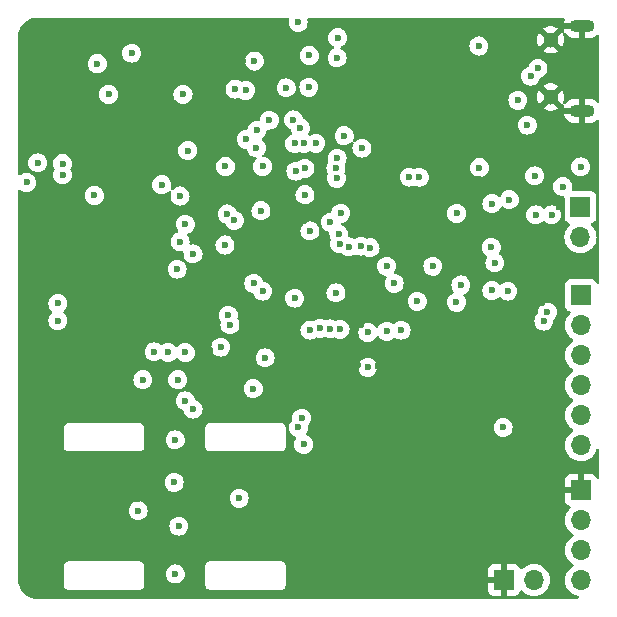
<source format=gbr>
%TF.GenerationSoftware,KiCad,Pcbnew,8.0.6*%
%TF.CreationDate,2025-08-25T15:23:13+02:00*%
%TF.ProjectId,probe,70726f62-652e-46b6-9963-61645f706362,V4-0*%
%TF.SameCoordinates,Original*%
%TF.FileFunction,Copper,L2,Inr*%
%TF.FilePolarity,Positive*%
%FSLAX46Y46*%
G04 Gerber Fmt 4.6, Leading zero omitted, Abs format (unit mm)*
G04 Created by KiCad (PCBNEW 8.0.6) date 2025-08-25 15:23:13*
%MOMM*%
%LPD*%
G01*
G04 APERTURE LIST*
%TA.AperFunction,ComponentPad*%
%ADD10O,2.140000X1.070000*%
%TD*%
%TA.AperFunction,ComponentPad*%
%ADD11C,1.300000*%
%TD*%
%TA.AperFunction,ComponentPad*%
%ADD12R,1.700000X1.700000*%
%TD*%
%TA.AperFunction,ComponentPad*%
%ADD13O,1.700000X1.700000*%
%TD*%
%TA.AperFunction,ViaPad*%
%ADD14C,0.600000*%
%TD*%
%TA.AperFunction,ViaPad*%
%ADD15C,0.800000*%
%TD*%
G04 APERTURE END LIST*
D10*
%TO.N,GND*%
%TO.C,J2*%
X188125000Y-21100000D03*
D11*
X185475000Y-22275000D03*
X185475000Y-27125000D03*
D10*
X188125000Y-28300000D03*
%TD*%
D12*
%TO.N,GND*%
%TO.C,J1*%
X181525000Y-68000000D03*
D13*
%TO.N,9V*%
X184065000Y-68000000D03*
%TD*%
D12*
%TO.N,D+*%
%TO.C,J5*%
X188000000Y-36450000D03*
D13*
%TO.N,D-*%
X188000000Y-38990000D03*
%TD*%
D12*
%TO.N,GND*%
%TO.C,J6*%
X188050000Y-60410000D03*
D13*
%TO.N,RS485_B-*%
X188050000Y-62950000D03*
%TO.N,RS485_A+*%
X188050000Y-65490000D03*
%TO.N,9V*%
X188050000Y-68030000D03*
%TD*%
D12*
%TO.N,/Signal*%
%TO.C,J3*%
X188050000Y-43910000D03*
D13*
%TO.N,/AMP*%
X188050000Y-46450000D03*
%TO.N,/DAC*%
X188050000Y-48990000D03*
%TO.N,/UNB_DAC*%
X188050000Y-51530000D03*
%TO.N,3V3*%
X188050000Y-54070000D03*
%TO.N,5V*%
X188050000Y-56610000D03*
%TD*%
D14*
%TO.N,5V*%
X153100000Y-48750000D03*
X155200000Y-53550000D03*
X183500000Y-29500000D03*
X164125000Y-55100000D03*
X154350000Y-26900000D03*
%TO.N,GND*%
X169150000Y-49850000D03*
X186150000Y-36450000D03*
X168450000Y-65300000D03*
X162422880Y-49122880D03*
X148100000Y-29950000D03*
X156812500Y-41450000D03*
X181550000Y-21050000D03*
X169400000Y-46450000D03*
X164350000Y-27850000D03*
X178500000Y-54000000D03*
X156000000Y-61750000D03*
X155450000Y-33300000D03*
X142500000Y-26850000D03*
X161487500Y-27750000D03*
X170850000Y-49900000D03*
X168600000Y-54450000D03*
X156650000Y-48500000D03*
X161300000Y-38975000D03*
X150300000Y-36350000D03*
X176150000Y-45650000D03*
D15*
X146600000Y-21950000D03*
D14*
X159450000Y-24075000D03*
X184400000Y-51900000D03*
X168450000Y-62700000D03*
X179450000Y-34050000D03*
X149850000Y-44750000D03*
X155950000Y-21150000D03*
X146850000Y-47750000D03*
X184750000Y-44550000D03*
X155850000Y-25050000D03*
X173450000Y-25100000D03*
X174850000Y-38600000D03*
X164600000Y-37600000D03*
X166400000Y-36150000D03*
X150550000Y-61150000D03*
%TO.N,3V3*%
X160350000Y-42900000D03*
X148050000Y-26900000D03*
X185550000Y-37100000D03*
X182700000Y-27400000D03*
X181450000Y-55100000D03*
X164400001Y-54319238D03*
X167400000Y-23800000D03*
X161300000Y-49200000D03*
X160950000Y-36750000D03*
X150550000Y-62150000D03*
X180750000Y-41150000D03*
X171600000Y-41450000D03*
X177500000Y-44500000D03*
X163090380Y-26340380D03*
X164675000Y-35394238D03*
%TO.N,/UNB_DAC*%
X155200000Y-40400000D03*
X160400000Y-24075000D03*
X154100000Y-35500000D03*
%TO.N,/DAC*%
X165000000Y-26300000D03*
X154750000Y-31650000D03*
X161100000Y-33000000D03*
X153850000Y-41700000D03*
X157550000Y-48300000D03*
X154550000Y-37900000D03*
X159700000Y-30700000D03*
%TO.N,/AMP*%
X158086827Y-37025000D03*
X161650000Y-29075793D03*
X141100000Y-34350000D03*
X160300000Y-51800000D03*
X146850000Y-35450000D03*
X153900000Y-51050000D03*
X150950000Y-51050000D03*
X163700000Y-29050000D03*
X163900000Y-33400000D03*
%TO.N,/Signal*%
X179450000Y-33100000D03*
X160600000Y-29950000D03*
X184200000Y-37100000D03*
X144150000Y-32750000D03*
X164279967Y-29725793D03*
X142050000Y-32700000D03*
%TO.N,D+*%
X188019975Y-33030025D03*
X184400000Y-24700000D03*
X174350000Y-33900000D03*
%TO.N,D-*%
X183775000Y-25350000D03*
X173500000Y-33900000D03*
%TO.N,GPIO42*%
X164100000Y-20800000D03*
X179400000Y-22800000D03*
%TO.N,RS485_B-*%
X177867610Y-43036244D03*
X184125000Y-33800000D03*
X185200000Y-45350000D03*
X181850000Y-43550000D03*
%TO.N,RS485_A+*%
X180500000Y-43500000D03*
X186500000Y-34700000D03*
X184900000Y-46100000D03*
X180450000Y-39850000D03*
%TO.N,Au+ Shield*%
X153700000Y-67500000D03*
X172225000Y-42900000D03*
X175500000Y-41450000D03*
X171600000Y-46950000D03*
%TO.N,/Au+*%
X164567525Y-56532475D03*
X165100000Y-46850000D03*
%TO.N,/Au-*%
X154550000Y-48750000D03*
X153700000Y-56150000D03*
X154099999Y-39380763D03*
X154550000Y-52850000D03*
%TO.N,Au- Shield*%
X170000000Y-50000000D03*
X170000000Y-47050000D03*
%TO.N,EN*%
X167450000Y-22100000D03*
X150000000Y-23400000D03*
%TO.N,GPIO0*%
X165050000Y-23600000D03*
X147100000Y-24300000D03*
%TO.N,Net-(U6-NO3)*%
X143750000Y-44600000D03*
X143750000Y-46050000D03*
X144150000Y-33700000D03*
X152550000Y-34550000D03*
%TO.N,SDA*%
X166800000Y-46750000D03*
X158756706Y-26444064D03*
X169500000Y-31450000D03*
X154000000Y-63450000D03*
%TO.N,SCL*%
X159100000Y-61100000D03*
X167641942Y-46791942D03*
X159650000Y-26550000D03*
X167400000Y-32300000D03*
%TO.N,INT*%
X153600000Y-59750000D03*
X167300000Y-43700000D03*
X170182722Y-39879523D03*
X165950000Y-46700000D03*
%TO.N,SW_Au-_SH+*%
X177520000Y-36975000D03*
X174180000Y-44420000D03*
%TO.N,SW_UBD*%
X167545000Y-38750000D03*
X161100000Y-43550000D03*
%TO.N,SW_SGN*%
X169394240Y-39744240D03*
X163800000Y-44150000D03*
%TO.N,SW_AMP*%
X158325361Y-46398152D03*
X168409620Y-39809620D03*
%TO.N,SW_R1_1K*%
X160550000Y-31400000D03*
X164612824Y-31044040D03*
%TO.N,SW_Au-_GND*%
X165100000Y-38450000D03*
X167709620Y-36959620D03*
%TO.N,SW_Au-*%
X167350000Y-34000000D03*
X158686827Y-37563173D03*
%TO.N,SW_Calib*%
X168000000Y-30400000D03*
X163800000Y-31050000D03*
%TO.N,SW_Au+*%
X164675000Y-33150000D03*
X167300000Y-33150000D03*
%TO.N,SW_Au+_GND*%
X157900000Y-39650000D03*
X166831942Y-37718058D03*
%TO.N,SW_Au-_SH-*%
X181975000Y-35800000D03*
X180500000Y-36150000D03*
%TO.N,SW_R1_10K*%
X165597077Y-31044040D03*
X157944930Y-33000000D03*
%TO.N,SW_DAC*%
X158190380Y-45609620D03*
X167600000Y-39550000D03*
%TO.N,Net-(U10-COM1)*%
X172814690Y-46862500D03*
X151900000Y-48700000D03*
%TD*%
%TA.AperFunction,Conductor*%
%TO.N,GND*%
G36*
X163283976Y-20420185D02*
G01*
X163329731Y-20472989D01*
X163339675Y-20542147D01*
X163333978Y-20565455D01*
X163314633Y-20620737D01*
X163314630Y-20620750D01*
X163294435Y-20799996D01*
X163294435Y-20800003D01*
X163314630Y-20979249D01*
X163314631Y-20979254D01*
X163374211Y-21149523D01*
X163431784Y-21241149D01*
X163470184Y-21302262D01*
X163597738Y-21429816D01*
X163661983Y-21470184D01*
X163703893Y-21496518D01*
X163750478Y-21525789D01*
X163920745Y-21585368D01*
X163920750Y-21585369D01*
X164099996Y-21605565D01*
X164100000Y-21605565D01*
X164100004Y-21605565D01*
X164279249Y-21585369D01*
X164279252Y-21585368D01*
X164279255Y-21585368D01*
X164449522Y-21525789D01*
X164602262Y-21429816D01*
X164729816Y-21302262D01*
X164825789Y-21149522D01*
X164885368Y-20979255D01*
X164885960Y-20974000D01*
X164905565Y-20800003D01*
X164905565Y-20799996D01*
X164885369Y-20620750D01*
X164885366Y-20620737D01*
X164866022Y-20565455D01*
X164862460Y-20495676D01*
X164897188Y-20435049D01*
X164959182Y-20402821D01*
X164983063Y-20400500D01*
X186580619Y-20400500D01*
X186647658Y-20420185D01*
X186693413Y-20472989D01*
X186703357Y-20542147D01*
X186683721Y-20593391D01*
X186672798Y-20609737D01*
X186672793Y-20609747D01*
X186594774Y-20798101D01*
X186594772Y-20798109D01*
X186584450Y-20849999D01*
X186584450Y-20850000D01*
X187675272Y-20850000D01*
X187583386Y-20888060D01*
X187513060Y-20958386D01*
X187475000Y-21050272D01*
X187475000Y-21149728D01*
X187513060Y-21241614D01*
X187583386Y-21311940D01*
X187675272Y-21350000D01*
X186584450Y-21350000D01*
X186594772Y-21401890D01*
X186594774Y-21401898D01*
X186633967Y-21496518D01*
X186641436Y-21565988D01*
X186610161Y-21628467D01*
X186550072Y-21664119D01*
X186480247Y-21661625D01*
X186473831Y-21657170D01*
X186448162Y-21655389D01*
X185828553Y-22274999D01*
X185828553Y-22275000D01*
X186448162Y-22894609D01*
X186448163Y-22894609D01*
X186456940Y-22882988D01*
X186456942Y-22882985D01*
X186551933Y-22692216D01*
X186551943Y-22692191D01*
X186610261Y-22487219D01*
X186610262Y-22487216D01*
X186629927Y-22275000D01*
X186629927Y-22274999D01*
X186610262Y-22062783D01*
X186610261Y-22062780D01*
X186551941Y-21857803D01*
X186551935Y-21857789D01*
X186544467Y-21842791D01*
X186532204Y-21774005D01*
X186559077Y-21709510D01*
X186616552Y-21669781D01*
X186686382Y-21667433D01*
X186746397Y-21703210D01*
X186758568Y-21718626D01*
X186786062Y-21759773D01*
X186786065Y-21759777D01*
X186930222Y-21903934D01*
X186930226Y-21903937D01*
X187099737Y-22017201D01*
X187099747Y-22017206D01*
X187288101Y-22095225D01*
X187288109Y-22095227D01*
X187488056Y-22134999D01*
X187488060Y-22135000D01*
X187875000Y-22135000D01*
X187875000Y-21350000D01*
X188375000Y-21350000D01*
X188375000Y-22135000D01*
X188761940Y-22135000D01*
X188761943Y-22134999D01*
X188961890Y-22095227D01*
X188961898Y-22095225D01*
X189150252Y-22017206D01*
X189150262Y-22017201D01*
X189319773Y-21903937D01*
X189319777Y-21903934D01*
X189387819Y-21835893D01*
X189449142Y-21802408D01*
X189518834Y-21807392D01*
X189574767Y-21849264D01*
X189599184Y-21914728D01*
X189599500Y-21923574D01*
X189599500Y-27476426D01*
X189579815Y-27543465D01*
X189527011Y-27589220D01*
X189457853Y-27599164D01*
X189394297Y-27570139D01*
X189387819Y-27564107D01*
X189319777Y-27496065D01*
X189319773Y-27496062D01*
X189150262Y-27382798D01*
X189150252Y-27382793D01*
X188961898Y-27304774D01*
X188961890Y-27304772D01*
X188761943Y-27265000D01*
X188375000Y-27265000D01*
X188375000Y-28050000D01*
X187875000Y-28050000D01*
X187875000Y-27265000D01*
X187488056Y-27265000D01*
X187288109Y-27304772D01*
X187288101Y-27304774D01*
X187099747Y-27382793D01*
X187099737Y-27382798D01*
X186930226Y-27496062D01*
X186930222Y-27496065D01*
X186786065Y-27640222D01*
X186786060Y-27640229D01*
X186758567Y-27681374D01*
X186704954Y-27726179D01*
X186635629Y-27734885D01*
X186572602Y-27704729D01*
X186535884Y-27645286D01*
X186537132Y-27575427D01*
X186544468Y-27557206D01*
X186551935Y-27542209D01*
X186551941Y-27542196D01*
X186610261Y-27337219D01*
X186610262Y-27337216D01*
X186629927Y-27125000D01*
X186629927Y-27124999D01*
X186610262Y-26912783D01*
X186610261Y-26912780D01*
X186551941Y-26707803D01*
X186551933Y-26707783D01*
X186456942Y-26517014D01*
X186456937Y-26517006D01*
X186448163Y-26505389D01*
X185828553Y-27124999D01*
X185828553Y-27125000D01*
X186448162Y-27744609D01*
X186472131Y-27742946D01*
X186476569Y-27739654D01*
X186546281Y-27734964D01*
X186607462Y-27768709D01*
X186640687Y-27830173D01*
X186635407Y-27899843D01*
X186633971Y-27903470D01*
X186594775Y-27998097D01*
X186594772Y-27998109D01*
X186584450Y-28049999D01*
X186584450Y-28050000D01*
X187675272Y-28050000D01*
X187583386Y-28088060D01*
X187513060Y-28158386D01*
X187475000Y-28250272D01*
X187475000Y-28349728D01*
X187513060Y-28441614D01*
X187583386Y-28511940D01*
X187675272Y-28550000D01*
X186584450Y-28550000D01*
X186594772Y-28601890D01*
X186594774Y-28601898D01*
X186672793Y-28790252D01*
X186672798Y-28790262D01*
X186786062Y-28959773D01*
X186786065Y-28959777D01*
X186930222Y-29103934D01*
X186930226Y-29103937D01*
X187099737Y-29217201D01*
X187099747Y-29217206D01*
X187288101Y-29295225D01*
X187288109Y-29295227D01*
X187488056Y-29334999D01*
X187488060Y-29335000D01*
X187875000Y-29335000D01*
X187875000Y-28550000D01*
X188375000Y-28550000D01*
X188375000Y-29335000D01*
X188761940Y-29335000D01*
X188761943Y-29334999D01*
X188961890Y-29295227D01*
X188961898Y-29295225D01*
X189150252Y-29217206D01*
X189150262Y-29217201D01*
X189319773Y-29103937D01*
X189319777Y-29103934D01*
X189387819Y-29035893D01*
X189449142Y-29002408D01*
X189518834Y-29007392D01*
X189574767Y-29049264D01*
X189599184Y-29114728D01*
X189599500Y-29123574D01*
X189599500Y-38937050D01*
X189583281Y-38992284D01*
X189597069Y-39018517D01*
X189599500Y-39042949D01*
X189599500Y-42815951D01*
X189579815Y-42882990D01*
X189527011Y-42928745D01*
X189457853Y-42938689D01*
X189394297Y-42909664D01*
X189359318Y-42859284D01*
X189343797Y-42817671D01*
X189343793Y-42817664D01*
X189257547Y-42702455D01*
X189257544Y-42702452D01*
X189142335Y-42616206D01*
X189142328Y-42616202D01*
X189007482Y-42565908D01*
X189007483Y-42565908D01*
X188947883Y-42559501D01*
X188947881Y-42559500D01*
X188947873Y-42559500D01*
X188947864Y-42559500D01*
X187152129Y-42559500D01*
X187152123Y-42559501D01*
X187092516Y-42565908D01*
X186957671Y-42616202D01*
X186957664Y-42616206D01*
X186842455Y-42702452D01*
X186842452Y-42702455D01*
X186756206Y-42817664D01*
X186756202Y-42817671D01*
X186705908Y-42952517D01*
X186699501Y-43012116D01*
X186699500Y-43012135D01*
X186699500Y-44807870D01*
X186699501Y-44807876D01*
X186705908Y-44867483D01*
X186756202Y-45002328D01*
X186756206Y-45002335D01*
X186842452Y-45117544D01*
X186842455Y-45117547D01*
X186957664Y-45203793D01*
X186957671Y-45203797D01*
X187089081Y-45252810D01*
X187145015Y-45294681D01*
X187169432Y-45360145D01*
X187154580Y-45428418D01*
X187133430Y-45456673D01*
X187011503Y-45578600D01*
X186875965Y-45772169D01*
X186875964Y-45772171D01*
X186776098Y-45986335D01*
X186776094Y-45986344D01*
X186714938Y-46214586D01*
X186714936Y-46214596D01*
X186694341Y-46449999D01*
X186694341Y-46450000D01*
X186714936Y-46685403D01*
X186714938Y-46685413D01*
X186776094Y-46913655D01*
X186776096Y-46913659D01*
X186776097Y-46913663D01*
X186839670Y-47049996D01*
X186875965Y-47127830D01*
X186875967Y-47127834D01*
X187011501Y-47321395D01*
X187011506Y-47321402D01*
X187178597Y-47488493D01*
X187178603Y-47488498D01*
X187364158Y-47618425D01*
X187407783Y-47673002D01*
X187414977Y-47742500D01*
X187383454Y-47804855D01*
X187364158Y-47821575D01*
X187178597Y-47951505D01*
X187011505Y-48118597D01*
X186875965Y-48312169D01*
X186875964Y-48312171D01*
X186776098Y-48526335D01*
X186776094Y-48526344D01*
X186714938Y-48754586D01*
X186714936Y-48754596D01*
X186694341Y-48989999D01*
X186694341Y-48990000D01*
X186714936Y-49225403D01*
X186714938Y-49225413D01*
X186776094Y-49453655D01*
X186776096Y-49453659D01*
X186776097Y-49453663D01*
X186823615Y-49555565D01*
X186875965Y-49667830D01*
X186875967Y-49667834D01*
X187011501Y-49861395D01*
X187011506Y-49861402D01*
X187178597Y-50028493D01*
X187178603Y-50028498D01*
X187364158Y-50158425D01*
X187407783Y-50213002D01*
X187414977Y-50282500D01*
X187383454Y-50344855D01*
X187364158Y-50361575D01*
X187178597Y-50491505D01*
X187011505Y-50658597D01*
X186875965Y-50852169D01*
X186875964Y-50852171D01*
X186776098Y-51066335D01*
X186776094Y-51066344D01*
X186714938Y-51294586D01*
X186714936Y-51294596D01*
X186694341Y-51529999D01*
X186694341Y-51530000D01*
X186714936Y-51765403D01*
X186714938Y-51765413D01*
X186776094Y-51993655D01*
X186776096Y-51993659D01*
X186776097Y-51993663D01*
X186848776Y-52149523D01*
X186875965Y-52207830D01*
X186875967Y-52207834D01*
X187011501Y-52401395D01*
X187011506Y-52401402D01*
X187178597Y-52568493D01*
X187178603Y-52568498D01*
X187364158Y-52698425D01*
X187407783Y-52753002D01*
X187414977Y-52822500D01*
X187383454Y-52884855D01*
X187364158Y-52901575D01*
X187178597Y-53031505D01*
X187011505Y-53198597D01*
X186875965Y-53392169D01*
X186875964Y-53392171D01*
X186776098Y-53606335D01*
X186776094Y-53606344D01*
X186714938Y-53834586D01*
X186714936Y-53834596D01*
X186694341Y-54069999D01*
X186694341Y-54070000D01*
X186714936Y-54305403D01*
X186714938Y-54305413D01*
X186776094Y-54533655D01*
X186776096Y-54533659D01*
X186776097Y-54533663D01*
X186865086Y-54724500D01*
X186875965Y-54747830D01*
X186875967Y-54747834D01*
X186927547Y-54821497D01*
X186997041Y-54920745D01*
X187011501Y-54941395D01*
X187011506Y-54941402D01*
X187178597Y-55108493D01*
X187178603Y-55108498D01*
X187364158Y-55238425D01*
X187407783Y-55293002D01*
X187414977Y-55362500D01*
X187383454Y-55424855D01*
X187364158Y-55441575D01*
X187178597Y-55571505D01*
X187011505Y-55738597D01*
X186875965Y-55932169D01*
X186875964Y-55932171D01*
X186776098Y-56146335D01*
X186776094Y-56146344D01*
X186714938Y-56374586D01*
X186714936Y-56374596D01*
X186694341Y-56609999D01*
X186694341Y-56610000D01*
X186714936Y-56845403D01*
X186714938Y-56845413D01*
X186776094Y-57073655D01*
X186776096Y-57073659D01*
X186776097Y-57073663D01*
X186800269Y-57125499D01*
X186875965Y-57287830D01*
X186875967Y-57287834D01*
X186911122Y-57338040D01*
X187011505Y-57481401D01*
X187178599Y-57648495D01*
X187275384Y-57716265D01*
X187372165Y-57784032D01*
X187372167Y-57784033D01*
X187372170Y-57784035D01*
X187586337Y-57883903D01*
X187814592Y-57945063D01*
X188002918Y-57961539D01*
X188049999Y-57965659D01*
X188050000Y-57965659D01*
X188050001Y-57965659D01*
X188089234Y-57962226D01*
X188285408Y-57945063D01*
X188513663Y-57883903D01*
X188727830Y-57784035D01*
X188921401Y-57648495D01*
X189088495Y-57481401D01*
X189224035Y-57287830D01*
X189323903Y-57073663D01*
X189355725Y-56954899D01*
X189392090Y-56895240D01*
X189454936Y-56864710D01*
X189524312Y-56873004D01*
X189578190Y-56917489D01*
X189599465Y-56984041D01*
X189599500Y-56986993D01*
X189599500Y-59317381D01*
X189579815Y-59384420D01*
X189527011Y-59430175D01*
X189457853Y-59440119D01*
X189394297Y-59411094D01*
X189359318Y-59360714D01*
X189343354Y-59317913D01*
X189343350Y-59317906D01*
X189257190Y-59202812D01*
X189257187Y-59202809D01*
X189142093Y-59116649D01*
X189142086Y-59116645D01*
X189007379Y-59066403D01*
X189007372Y-59066401D01*
X188947844Y-59060000D01*
X188300000Y-59060000D01*
X188300000Y-59976988D01*
X188242993Y-59944075D01*
X188115826Y-59910000D01*
X187984174Y-59910000D01*
X187857007Y-59944075D01*
X187800000Y-59976988D01*
X187800000Y-59060000D01*
X187152155Y-59060000D01*
X187092627Y-59066401D01*
X187092620Y-59066403D01*
X186957913Y-59116645D01*
X186957906Y-59116649D01*
X186842812Y-59202809D01*
X186842809Y-59202812D01*
X186756649Y-59317906D01*
X186756645Y-59317913D01*
X186706403Y-59452620D01*
X186706401Y-59452627D01*
X186700000Y-59512155D01*
X186700000Y-60160000D01*
X187616988Y-60160000D01*
X187584075Y-60217007D01*
X187550000Y-60344174D01*
X187550000Y-60475826D01*
X187584075Y-60602993D01*
X187616988Y-60660000D01*
X186700000Y-60660000D01*
X186700000Y-61307844D01*
X186706401Y-61367372D01*
X186706403Y-61367379D01*
X186756645Y-61502086D01*
X186756649Y-61502093D01*
X186842809Y-61617187D01*
X186842812Y-61617190D01*
X186957906Y-61703350D01*
X186957913Y-61703354D01*
X187089470Y-61752421D01*
X187145403Y-61794292D01*
X187169821Y-61859756D01*
X187154970Y-61928029D01*
X187133819Y-61956284D01*
X187011503Y-62078600D01*
X186875965Y-62272169D01*
X186875964Y-62272171D01*
X186776098Y-62486335D01*
X186776094Y-62486344D01*
X186714938Y-62714586D01*
X186714936Y-62714596D01*
X186694341Y-62949999D01*
X186694341Y-62950000D01*
X186714936Y-63185403D01*
X186714938Y-63185413D01*
X186776094Y-63413655D01*
X186776096Y-63413659D01*
X186776097Y-63413663D01*
X186793043Y-63450003D01*
X186875965Y-63627830D01*
X186875967Y-63627834D01*
X187011501Y-63821395D01*
X187011506Y-63821402D01*
X187178597Y-63988493D01*
X187178603Y-63988498D01*
X187364158Y-64118425D01*
X187407783Y-64173002D01*
X187414977Y-64242500D01*
X187383454Y-64304855D01*
X187364158Y-64321575D01*
X187178597Y-64451505D01*
X187011505Y-64618597D01*
X186875965Y-64812169D01*
X186875964Y-64812171D01*
X186776098Y-65026335D01*
X186776094Y-65026344D01*
X186714938Y-65254586D01*
X186714936Y-65254596D01*
X186694341Y-65489999D01*
X186694341Y-65490000D01*
X186714936Y-65725403D01*
X186714938Y-65725413D01*
X186776094Y-65953655D01*
X186776096Y-65953659D01*
X186776097Y-65953663D01*
X186875965Y-66167830D01*
X186875967Y-66167834D01*
X187011501Y-66361395D01*
X187011506Y-66361402D01*
X187178597Y-66528493D01*
X187178603Y-66528498D01*
X187364158Y-66658425D01*
X187407783Y-66713002D01*
X187414977Y-66782500D01*
X187383454Y-66844855D01*
X187364158Y-66861575D01*
X187178597Y-66991505D01*
X187011505Y-67158597D01*
X186875965Y-67352169D01*
X186875964Y-67352171D01*
X186776098Y-67566335D01*
X186776094Y-67566344D01*
X186714938Y-67794586D01*
X186714936Y-67794596D01*
X186694341Y-68029999D01*
X186694341Y-68030000D01*
X186714936Y-68265403D01*
X186714938Y-68265413D01*
X186776094Y-68493655D01*
X186776096Y-68493659D01*
X186776097Y-68493663D01*
X186816164Y-68579586D01*
X186875965Y-68707830D01*
X186875967Y-68707834D01*
X186958358Y-68825499D01*
X187011505Y-68901401D01*
X187178599Y-69068495D01*
X187275384Y-69136265D01*
X187372165Y-69204032D01*
X187372167Y-69204033D01*
X187372170Y-69204035D01*
X187586337Y-69303903D01*
X187779495Y-69355659D01*
X187779742Y-69355725D01*
X187839403Y-69392090D01*
X187869932Y-69454936D01*
X187861638Y-69524312D01*
X187817152Y-69578190D01*
X187750601Y-69599465D01*
X187747649Y-69599500D01*
X184117950Y-69599500D01*
X184062714Y-69583280D01*
X184036482Y-69597069D01*
X184012050Y-69599500D01*
X142004428Y-69599500D01*
X141995582Y-69599184D01*
X141966011Y-69597069D01*
X141781211Y-69583851D01*
X141763700Y-69581333D01*
X141558039Y-69536595D01*
X141541063Y-69531611D01*
X141343849Y-69458053D01*
X141327757Y-69450703D01*
X141143031Y-69349836D01*
X141128146Y-69340271D01*
X141121186Y-69335061D01*
X140959646Y-69214133D01*
X140946276Y-69202547D01*
X140797452Y-69053723D01*
X140785866Y-69040353D01*
X140659724Y-68871848D01*
X140650163Y-68856968D01*
X140549296Y-68672242D01*
X140541946Y-68656150D01*
X140513389Y-68579586D01*
X140468385Y-68458928D01*
X140463406Y-68441969D01*
X140418665Y-68236296D01*
X140416148Y-68218787D01*
X140400816Y-68004418D01*
X140400500Y-67995572D01*
X140400500Y-66772273D01*
X144249500Y-66772273D01*
X144249500Y-68372273D01*
X144249500Y-68477727D01*
X144276793Y-68579587D01*
X144329520Y-68670913D01*
X144404087Y-68745480D01*
X144495413Y-68798207D01*
X144597273Y-68825500D01*
X144597275Y-68825500D01*
X150702725Y-68825500D01*
X150702727Y-68825500D01*
X150804587Y-68798207D01*
X150895913Y-68745480D01*
X150970480Y-68670913D01*
X151023207Y-68579587D01*
X151050500Y-68477727D01*
X151050500Y-67499996D01*
X152894435Y-67499996D01*
X152894435Y-67500003D01*
X152914630Y-67679249D01*
X152914631Y-67679254D01*
X152974211Y-67849523D01*
X153027401Y-67934174D01*
X153070184Y-68002262D01*
X153197738Y-68129816D01*
X153222228Y-68145204D01*
X153298283Y-68192993D01*
X153350478Y-68225789D01*
X153463703Y-68265408D01*
X153520745Y-68285368D01*
X153520750Y-68285369D01*
X153699996Y-68305565D01*
X153700000Y-68305565D01*
X153700004Y-68305565D01*
X153879249Y-68285369D01*
X153879252Y-68285368D01*
X153879255Y-68285368D01*
X154049522Y-68225789D01*
X154202262Y-68129816D01*
X154329816Y-68002262D01*
X154425789Y-67849522D01*
X154485368Y-67679255D01*
X154505565Y-67500000D01*
X154485528Y-67322169D01*
X154485369Y-67320750D01*
X154485368Y-67320745D01*
X154452040Y-67225500D01*
X154425789Y-67150478D01*
X154412041Y-67128599D01*
X154375502Y-67070447D01*
X154329816Y-66997738D01*
X154202262Y-66870184D01*
X154161951Y-66844855D01*
X154049523Y-66774211D01*
X154043985Y-66772273D01*
X156249500Y-66772273D01*
X156249500Y-68372273D01*
X156249500Y-68477727D01*
X156276793Y-68579587D01*
X156329520Y-68670913D01*
X156404087Y-68745480D01*
X156495413Y-68798207D01*
X156597273Y-68825500D01*
X156597275Y-68825500D01*
X162702725Y-68825500D01*
X162702727Y-68825500D01*
X162804587Y-68798207D01*
X162895913Y-68745480D01*
X162970480Y-68670913D01*
X163023207Y-68579587D01*
X163050500Y-68477727D01*
X163050500Y-67102155D01*
X180175000Y-67102155D01*
X180175000Y-67750000D01*
X181091988Y-67750000D01*
X181059075Y-67807007D01*
X181025000Y-67934174D01*
X181025000Y-68065826D01*
X181059075Y-68192993D01*
X181091988Y-68250000D01*
X180175000Y-68250000D01*
X180175000Y-68897844D01*
X180181401Y-68957372D01*
X180181403Y-68957379D01*
X180231645Y-69092086D01*
X180231649Y-69092093D01*
X180317809Y-69207187D01*
X180317812Y-69207190D01*
X180432906Y-69293350D01*
X180432913Y-69293354D01*
X180567620Y-69343596D01*
X180567627Y-69343598D01*
X180627155Y-69349999D01*
X180627172Y-69350000D01*
X181275000Y-69350000D01*
X181275000Y-68433012D01*
X181332007Y-68465925D01*
X181459174Y-68500000D01*
X181590826Y-68500000D01*
X181717993Y-68465925D01*
X181775000Y-68433012D01*
X181775000Y-69350000D01*
X182422828Y-69350000D01*
X182422844Y-69349999D01*
X182482372Y-69343598D01*
X182482379Y-69343596D01*
X182617086Y-69293354D01*
X182617093Y-69293350D01*
X182732187Y-69207190D01*
X182732190Y-69207187D01*
X182818350Y-69092093D01*
X182818354Y-69092086D01*
X182867422Y-68960529D01*
X182909293Y-68904595D01*
X182974757Y-68880178D01*
X183043030Y-68895030D01*
X183071285Y-68916181D01*
X183193599Y-69038495D01*
X183236448Y-69068498D01*
X183387165Y-69174032D01*
X183387167Y-69174033D01*
X183387170Y-69174035D01*
X183601337Y-69273903D01*
X183829592Y-69335063D01*
X184000319Y-69350000D01*
X184022858Y-69351972D01*
X184064655Y-69368322D01*
X184083015Y-69356523D01*
X184107142Y-69351972D01*
X184129681Y-69350000D01*
X184300408Y-69335063D01*
X184528663Y-69273903D01*
X184742830Y-69174035D01*
X184936401Y-69038495D01*
X185103495Y-68871401D01*
X185239035Y-68677830D01*
X185338903Y-68463663D01*
X185400063Y-68235408D01*
X185420659Y-68000000D01*
X185400063Y-67764592D01*
X185338903Y-67536337D01*
X185239035Y-67322171D01*
X185124502Y-67158599D01*
X185103494Y-67128597D01*
X184936402Y-66961506D01*
X184936395Y-66961501D01*
X184742834Y-66825967D01*
X184742830Y-66825965D01*
X184649619Y-66782500D01*
X184528663Y-66726097D01*
X184528659Y-66726096D01*
X184528655Y-66726094D01*
X184300413Y-66664938D01*
X184300403Y-66664936D01*
X184065001Y-66644341D01*
X184064999Y-66644341D01*
X183829596Y-66664936D01*
X183829586Y-66664938D01*
X183601344Y-66726094D01*
X183601335Y-66726098D01*
X183387171Y-66825964D01*
X183387169Y-66825965D01*
X183193600Y-66961503D01*
X183071284Y-67083819D01*
X183009961Y-67117303D01*
X182940269Y-67112319D01*
X182884336Y-67070447D01*
X182867421Y-67039470D01*
X182818354Y-66907913D01*
X182818350Y-66907906D01*
X182732190Y-66792812D01*
X182732187Y-66792809D01*
X182617093Y-66706649D01*
X182617086Y-66706645D01*
X182482379Y-66656403D01*
X182482372Y-66656401D01*
X182422844Y-66650000D01*
X181775000Y-66650000D01*
X181775000Y-67566988D01*
X181717993Y-67534075D01*
X181590826Y-67500000D01*
X181459174Y-67500000D01*
X181332007Y-67534075D01*
X181275000Y-67566988D01*
X181275000Y-66650000D01*
X180627155Y-66650000D01*
X180567627Y-66656401D01*
X180567620Y-66656403D01*
X180432913Y-66706645D01*
X180432906Y-66706649D01*
X180317812Y-66792809D01*
X180317809Y-66792812D01*
X180231649Y-66907906D01*
X180231645Y-66907913D01*
X180181403Y-67042620D01*
X180181401Y-67042627D01*
X180175000Y-67102155D01*
X163050500Y-67102155D01*
X163050500Y-66772273D01*
X163023207Y-66670413D01*
X162970480Y-66579087D01*
X162895913Y-66504520D01*
X162804587Y-66451793D01*
X162702727Y-66424500D01*
X156702727Y-66424500D01*
X156597273Y-66424500D01*
X156495413Y-66451793D01*
X156495410Y-66451794D01*
X156404085Y-66504521D01*
X156329521Y-66579085D01*
X156276794Y-66670410D01*
X156276793Y-66670413D01*
X156249500Y-66772273D01*
X154043985Y-66772273D01*
X153879254Y-66714631D01*
X153879249Y-66714630D01*
X153700004Y-66694435D01*
X153699996Y-66694435D01*
X153520750Y-66714630D01*
X153520745Y-66714631D01*
X153350476Y-66774211D01*
X153197737Y-66870184D01*
X153070184Y-66997737D01*
X152974211Y-67150476D01*
X152914631Y-67320745D01*
X152914630Y-67320750D01*
X152894435Y-67499996D01*
X151050500Y-67499996D01*
X151050500Y-66772273D01*
X151023207Y-66670413D01*
X150970480Y-66579087D01*
X150895913Y-66504520D01*
X150804587Y-66451793D01*
X150702727Y-66424500D01*
X144702727Y-66424500D01*
X144597273Y-66424500D01*
X144495413Y-66451793D01*
X144495410Y-66451794D01*
X144404085Y-66504521D01*
X144329521Y-66579085D01*
X144276794Y-66670410D01*
X144276793Y-66670413D01*
X144249500Y-66772273D01*
X140400500Y-66772273D01*
X140400500Y-63449996D01*
X153194435Y-63449996D01*
X153194435Y-63450003D01*
X153214630Y-63629249D01*
X153214631Y-63629254D01*
X153274211Y-63799523D01*
X153287959Y-63821402D01*
X153370184Y-63952262D01*
X153497738Y-64079816D01*
X153559184Y-64118425D01*
X153646042Y-64173002D01*
X153650478Y-64175789D01*
X153776826Y-64220000D01*
X153820745Y-64235368D01*
X153820750Y-64235369D01*
X153999996Y-64255565D01*
X154000000Y-64255565D01*
X154000004Y-64255565D01*
X154179249Y-64235369D01*
X154179252Y-64235368D01*
X154179255Y-64235368D01*
X154349522Y-64175789D01*
X154502262Y-64079816D01*
X154629816Y-63952262D01*
X154725789Y-63799522D01*
X154785368Y-63629255D01*
X154805565Y-63450000D01*
X154785368Y-63270745D01*
X154725789Y-63100478D01*
X154629816Y-62947738D01*
X154502262Y-62820184D01*
X154438017Y-62779816D01*
X154349523Y-62724211D01*
X154179254Y-62664631D01*
X154179249Y-62664630D01*
X154000004Y-62644435D01*
X153999996Y-62644435D01*
X153820750Y-62664630D01*
X153820745Y-62664631D01*
X153650476Y-62724211D01*
X153497737Y-62820184D01*
X153370184Y-62947737D01*
X153274211Y-63100476D01*
X153214631Y-63270745D01*
X153214630Y-63270750D01*
X153194435Y-63449996D01*
X140400500Y-63449996D01*
X140400500Y-62149996D01*
X149744435Y-62149996D01*
X149744435Y-62150003D01*
X149764630Y-62329249D01*
X149764631Y-62329254D01*
X149824211Y-62499523D01*
X149915266Y-62644435D01*
X149920184Y-62652262D01*
X150047738Y-62779816D01*
X150200478Y-62875789D01*
X150370745Y-62935368D01*
X150370750Y-62935369D01*
X150549996Y-62955565D01*
X150550000Y-62955565D01*
X150550004Y-62955565D01*
X150729249Y-62935369D01*
X150729252Y-62935368D01*
X150729255Y-62935368D01*
X150899522Y-62875789D01*
X151052262Y-62779816D01*
X151179816Y-62652262D01*
X151275789Y-62499522D01*
X151335368Y-62329255D01*
X151355565Y-62150000D01*
X151347520Y-62078600D01*
X151335369Y-61970750D01*
X151335368Y-61970745D01*
X151314639Y-61911505D01*
X151275789Y-61800478D01*
X151260386Y-61775965D01*
X151179815Y-61647737D01*
X151052262Y-61520184D01*
X150899523Y-61424211D01*
X150729254Y-61364631D01*
X150729249Y-61364630D01*
X150550004Y-61344435D01*
X150549996Y-61344435D01*
X150370750Y-61364630D01*
X150370745Y-61364631D01*
X150200476Y-61424211D01*
X150047737Y-61520184D01*
X149920184Y-61647737D01*
X149824211Y-61800476D01*
X149764631Y-61970745D01*
X149764630Y-61970750D01*
X149744435Y-62149996D01*
X140400500Y-62149996D01*
X140400500Y-61099996D01*
X158294435Y-61099996D01*
X158294435Y-61100003D01*
X158314630Y-61279249D01*
X158314631Y-61279254D01*
X158374211Y-61449523D01*
X158407573Y-61502618D01*
X158470184Y-61602262D01*
X158597738Y-61729816D01*
X158660635Y-61769337D01*
X158749653Y-61825271D01*
X158750478Y-61825789D01*
X158847550Y-61859756D01*
X158920745Y-61885368D01*
X158920750Y-61885369D01*
X159099996Y-61905565D01*
X159100000Y-61905565D01*
X159100004Y-61905565D01*
X159279249Y-61885369D01*
X159279252Y-61885368D01*
X159279255Y-61885368D01*
X159449522Y-61825789D01*
X159602262Y-61729816D01*
X159729816Y-61602262D01*
X159825789Y-61449522D01*
X159885368Y-61279255D01*
X159905565Y-61100000D01*
X159885368Y-60920745D01*
X159825789Y-60750478D01*
X159729816Y-60597738D01*
X159602262Y-60470184D01*
X159449523Y-60374211D01*
X159279254Y-60314631D01*
X159279249Y-60314630D01*
X159100004Y-60294435D01*
X159099996Y-60294435D01*
X158920750Y-60314630D01*
X158920745Y-60314631D01*
X158750476Y-60374211D01*
X158597737Y-60470184D01*
X158470184Y-60597737D01*
X158374211Y-60750476D01*
X158314631Y-60920745D01*
X158314630Y-60920750D01*
X158294435Y-61099996D01*
X140400500Y-61099996D01*
X140400500Y-59749996D01*
X152794435Y-59749996D01*
X152794435Y-59750003D01*
X152814630Y-59929249D01*
X152814631Y-59929254D01*
X152874211Y-60099523D01*
X152912212Y-60160000D01*
X152970184Y-60252262D01*
X153097738Y-60379816D01*
X153188080Y-60436582D01*
X153241557Y-60470184D01*
X153250478Y-60475789D01*
X153420745Y-60535368D01*
X153420750Y-60535369D01*
X153599996Y-60555565D01*
X153600000Y-60555565D01*
X153600004Y-60555565D01*
X153779249Y-60535369D01*
X153779252Y-60535368D01*
X153779255Y-60535368D01*
X153949522Y-60475789D01*
X154102262Y-60379816D01*
X154229816Y-60252262D01*
X154325789Y-60099522D01*
X154385368Y-59929255D01*
X154385369Y-59929249D01*
X154405565Y-59750003D01*
X154405565Y-59749996D01*
X154385369Y-59570750D01*
X154385368Y-59570745D01*
X154336180Y-59430175D01*
X154325789Y-59400478D01*
X154229816Y-59247738D01*
X154102262Y-59120184D01*
X154096630Y-59116645D01*
X153949523Y-59024211D01*
X153779254Y-58964631D01*
X153779249Y-58964630D01*
X153600004Y-58944435D01*
X153599996Y-58944435D01*
X153420750Y-58964630D01*
X153420745Y-58964631D01*
X153250476Y-59024211D01*
X153097737Y-59120184D01*
X152970184Y-59247737D01*
X152874211Y-59400476D01*
X152814631Y-59570745D01*
X152814630Y-59570750D01*
X152794435Y-59749996D01*
X140400500Y-59749996D01*
X140400500Y-55072273D01*
X144249500Y-55072273D01*
X144249500Y-56672273D01*
X144249500Y-56777727D01*
X144276793Y-56879587D01*
X144329520Y-56970913D01*
X144404087Y-57045480D01*
X144495413Y-57098207D01*
X144597273Y-57125500D01*
X144597275Y-57125500D01*
X150702725Y-57125500D01*
X150702727Y-57125500D01*
X150804587Y-57098207D01*
X150895913Y-57045480D01*
X150970480Y-56970913D01*
X151023207Y-56879587D01*
X151050500Y-56777727D01*
X151050500Y-56149996D01*
X152894435Y-56149996D01*
X152894435Y-56150003D01*
X152914630Y-56329249D01*
X152914631Y-56329254D01*
X152974211Y-56499523D01*
X153043628Y-56609999D01*
X153070184Y-56652262D01*
X153197738Y-56779816D01*
X153288080Y-56836582D01*
X153346045Y-56873004D01*
X153350478Y-56875789D01*
X153406066Y-56895240D01*
X153520745Y-56935368D01*
X153520750Y-56935369D01*
X153699996Y-56955565D01*
X153700000Y-56955565D01*
X153700004Y-56955565D01*
X153879249Y-56935369D01*
X153879252Y-56935368D01*
X153879255Y-56935368D01*
X154049522Y-56875789D01*
X154202262Y-56779816D01*
X154329816Y-56652262D01*
X154425789Y-56499522D01*
X154485368Y-56329255D01*
X154488659Y-56300045D01*
X154505565Y-56150003D01*
X154505565Y-56149996D01*
X154485369Y-55970750D01*
X154485368Y-55970745D01*
X154471870Y-55932169D01*
X154425789Y-55800478D01*
X154329816Y-55647738D01*
X154202262Y-55520184D01*
X154049523Y-55424211D01*
X153879254Y-55364631D01*
X153879249Y-55364630D01*
X153700004Y-55344435D01*
X153699996Y-55344435D01*
X153520750Y-55364630D01*
X153520745Y-55364631D01*
X153350476Y-55424211D01*
X153197737Y-55520184D01*
X153070184Y-55647737D01*
X152974211Y-55800476D01*
X152914631Y-55970745D01*
X152914630Y-55970750D01*
X152894435Y-56149996D01*
X151050500Y-56149996D01*
X151050500Y-55072273D01*
X156249500Y-55072273D01*
X156249500Y-56672273D01*
X156249500Y-56777727D01*
X156276793Y-56879587D01*
X156329520Y-56970913D01*
X156404087Y-57045480D01*
X156495413Y-57098207D01*
X156597273Y-57125500D01*
X156597275Y-57125500D01*
X162702725Y-57125500D01*
X162702727Y-57125500D01*
X162804587Y-57098207D01*
X162895913Y-57045480D01*
X162970480Y-56970913D01*
X163023207Y-56879587D01*
X163050500Y-56777727D01*
X163050500Y-55099996D01*
X163319435Y-55099996D01*
X163319435Y-55100003D01*
X163339630Y-55279249D01*
X163339631Y-55279254D01*
X163399211Y-55449523D01*
X163494030Y-55600425D01*
X163495184Y-55602262D01*
X163622738Y-55729816D01*
X163775478Y-55825789D01*
X163867000Y-55857814D01*
X163923775Y-55898534D01*
X163949523Y-55963487D01*
X163936067Y-56032049D01*
X163931039Y-56040827D01*
X163841736Y-56182951D01*
X163782156Y-56353220D01*
X163782155Y-56353225D01*
X163761960Y-56532471D01*
X163761960Y-56532478D01*
X163782155Y-56711724D01*
X163782156Y-56711729D01*
X163841736Y-56881998D01*
X163907709Y-56986993D01*
X163937709Y-57034737D01*
X164065263Y-57162291D01*
X164218003Y-57258264D01*
X164388270Y-57317843D01*
X164388275Y-57317844D01*
X164567521Y-57338040D01*
X164567525Y-57338040D01*
X164567529Y-57338040D01*
X164746774Y-57317844D01*
X164746777Y-57317843D01*
X164746780Y-57317843D01*
X164917047Y-57258264D01*
X165069787Y-57162291D01*
X165197341Y-57034737D01*
X165293314Y-56881997D01*
X165352893Y-56711730D01*
X165357339Y-56672273D01*
X165373090Y-56532478D01*
X165373090Y-56532471D01*
X165352894Y-56353225D01*
X165352893Y-56353220D01*
X165334286Y-56300045D01*
X165293314Y-56182953D01*
X165197341Y-56030213D01*
X165069787Y-55902659D01*
X164998415Y-55857813D01*
X164917046Y-55806685D01*
X164825525Y-55774661D01*
X164768749Y-55733939D01*
X164743001Y-55668987D01*
X164756457Y-55600425D01*
X164761486Y-55591646D01*
X164850788Y-55449524D01*
X164850789Y-55449522D01*
X164910368Y-55279255D01*
X164914337Y-55244035D01*
X164930565Y-55100002D01*
X164930565Y-55099998D01*
X164930565Y-55099996D01*
X180644435Y-55099996D01*
X180644435Y-55100003D01*
X180664630Y-55279249D01*
X180664631Y-55279254D01*
X180724211Y-55449523D01*
X180819030Y-55600425D01*
X180820184Y-55602262D01*
X180947738Y-55729816D01*
X181019108Y-55774661D01*
X181060192Y-55800476D01*
X181100478Y-55825789D01*
X181270745Y-55885368D01*
X181270750Y-55885369D01*
X181449996Y-55905565D01*
X181450000Y-55905565D01*
X181450004Y-55905565D01*
X181629249Y-55885369D01*
X181629252Y-55885368D01*
X181629255Y-55885368D01*
X181799522Y-55825789D01*
X181952262Y-55729816D01*
X182079816Y-55602262D01*
X182175789Y-55449522D01*
X182235368Y-55279255D01*
X182238085Y-55255145D01*
X182255565Y-55100003D01*
X182255565Y-55099996D01*
X182235369Y-54920750D01*
X182235368Y-54920745D01*
X182220791Y-54879087D01*
X182175789Y-54750478D01*
X182079816Y-54597738D01*
X181952262Y-54470184D01*
X181873977Y-54420994D01*
X181799523Y-54374211D01*
X181629254Y-54314631D01*
X181629249Y-54314630D01*
X181450004Y-54294435D01*
X181449996Y-54294435D01*
X181270750Y-54314630D01*
X181270745Y-54314631D01*
X181100476Y-54374211D01*
X180947737Y-54470184D01*
X180820184Y-54597737D01*
X180724211Y-54750476D01*
X180664631Y-54920745D01*
X180664630Y-54920750D01*
X180644435Y-55099996D01*
X164930565Y-55099996D01*
X164919099Y-54998244D01*
X164931153Y-54929422D01*
X164954634Y-54896681D01*
X165029817Y-54821500D01*
X165125790Y-54668760D01*
X165185369Y-54498493D01*
X165191172Y-54446993D01*
X165205566Y-54319241D01*
X165205566Y-54319234D01*
X165185370Y-54139988D01*
X165185369Y-54139983D01*
X165160881Y-54070000D01*
X165125790Y-53969716D01*
X165029817Y-53816976D01*
X164902263Y-53689422D01*
X164816237Y-53635368D01*
X164749524Y-53593449D01*
X164579255Y-53533869D01*
X164579250Y-53533868D01*
X164400005Y-53513673D01*
X164399997Y-53513673D01*
X164220751Y-53533868D01*
X164220746Y-53533869D01*
X164050477Y-53593449D01*
X163897738Y-53689422D01*
X163770185Y-53816975D01*
X163674212Y-53969714D01*
X163614632Y-54139983D01*
X163614631Y-54139988D01*
X163594436Y-54319235D01*
X163594436Y-54319241D01*
X163605900Y-54420994D01*
X163593845Y-54489816D01*
X163570362Y-54522557D01*
X163495186Y-54597733D01*
X163495186Y-54597734D01*
X163399211Y-54750476D01*
X163339631Y-54920745D01*
X163339630Y-54920750D01*
X163319435Y-55099996D01*
X163050500Y-55099996D01*
X163050500Y-55072273D01*
X163023207Y-54970413D01*
X162970480Y-54879087D01*
X162895913Y-54804520D01*
X162804587Y-54751793D01*
X162702727Y-54724500D01*
X156702727Y-54724500D01*
X156597273Y-54724500D01*
X156495413Y-54751793D01*
X156495410Y-54751794D01*
X156404085Y-54804521D01*
X156329521Y-54879085D01*
X156276794Y-54970410D01*
X156276793Y-54970413D01*
X156249500Y-55072273D01*
X151050500Y-55072273D01*
X151023207Y-54970413D01*
X150970480Y-54879087D01*
X150895913Y-54804520D01*
X150804587Y-54751793D01*
X150702727Y-54724500D01*
X144702727Y-54724500D01*
X144597273Y-54724500D01*
X144495413Y-54751793D01*
X144495410Y-54751794D01*
X144404085Y-54804521D01*
X144329521Y-54879085D01*
X144276794Y-54970410D01*
X144276793Y-54970413D01*
X144249500Y-55072273D01*
X140400500Y-55072273D01*
X140400500Y-52849996D01*
X153744435Y-52849996D01*
X153744435Y-52850003D01*
X153764630Y-53029249D01*
X153764631Y-53029254D01*
X153824211Y-53199523D01*
X153920184Y-53352262D01*
X154047738Y-53479816D01*
X154159429Y-53549996D01*
X154200478Y-53575789D01*
X154331878Y-53621768D01*
X154388655Y-53662490D01*
X154414144Y-53724921D01*
X154414632Y-53729254D01*
X154474210Y-53899521D01*
X154518317Y-53969716D01*
X154570184Y-54052262D01*
X154697738Y-54179816D01*
X154850478Y-54275789D01*
X154935139Y-54305413D01*
X155020745Y-54335368D01*
X155020750Y-54335369D01*
X155199996Y-54355565D01*
X155200000Y-54355565D01*
X155200004Y-54355565D01*
X155379249Y-54335369D01*
X155379252Y-54335368D01*
X155379255Y-54335368D01*
X155549522Y-54275789D01*
X155702262Y-54179816D01*
X155829816Y-54052262D01*
X155925789Y-53899522D01*
X155985368Y-53729255D01*
X155985516Y-53727941D01*
X156005565Y-53550003D01*
X156005565Y-53549996D01*
X155985369Y-53370750D01*
X155985368Y-53370745D01*
X155925789Y-53200478D01*
X155925188Y-53199522D01*
X155829815Y-53047737D01*
X155702262Y-52920184D01*
X155549521Y-52824210D01*
X155418122Y-52778232D01*
X155361345Y-52737510D01*
X155335855Y-52675070D01*
X155335368Y-52670745D01*
X155275789Y-52500478D01*
X155179816Y-52347738D01*
X155052262Y-52220184D01*
X155032601Y-52207830D01*
X154899523Y-52124211D01*
X154729254Y-52064631D01*
X154729249Y-52064630D01*
X154550004Y-52044435D01*
X154549996Y-52044435D01*
X154370750Y-52064630D01*
X154370745Y-52064631D01*
X154200476Y-52124211D01*
X154047737Y-52220184D01*
X153920184Y-52347737D01*
X153824211Y-52500476D01*
X153764631Y-52670745D01*
X153764630Y-52670750D01*
X153744435Y-52849996D01*
X140400500Y-52849996D01*
X140400500Y-51049996D01*
X150144435Y-51049996D01*
X150144435Y-51050003D01*
X150164630Y-51229249D01*
X150164631Y-51229254D01*
X150224211Y-51399523D01*
X150306195Y-51529999D01*
X150320184Y-51552262D01*
X150447738Y-51679816D01*
X150538080Y-51736582D01*
X150583964Y-51765413D01*
X150600478Y-51775789D01*
X150770745Y-51835368D01*
X150770750Y-51835369D01*
X150949996Y-51855565D01*
X150950000Y-51855565D01*
X150950004Y-51855565D01*
X151129249Y-51835369D01*
X151129252Y-51835368D01*
X151129255Y-51835368D01*
X151299522Y-51775789D01*
X151452262Y-51679816D01*
X151579816Y-51552262D01*
X151675789Y-51399522D01*
X151735368Y-51229255D01*
X151752837Y-51074211D01*
X151755565Y-51050003D01*
X151755565Y-51049996D01*
X153094435Y-51049996D01*
X153094435Y-51050003D01*
X153114630Y-51229249D01*
X153114631Y-51229254D01*
X153174211Y-51399523D01*
X153256195Y-51529999D01*
X153270184Y-51552262D01*
X153397738Y-51679816D01*
X153488080Y-51736582D01*
X153533964Y-51765413D01*
X153550478Y-51775789D01*
X153720745Y-51835368D01*
X153720750Y-51835369D01*
X153899996Y-51855565D01*
X153900000Y-51855565D01*
X153900004Y-51855565D01*
X154079249Y-51835369D01*
X154079252Y-51835368D01*
X154079255Y-51835368D01*
X154180342Y-51799996D01*
X159494435Y-51799996D01*
X159494435Y-51800003D01*
X159514630Y-51979249D01*
X159514631Y-51979254D01*
X159574211Y-52149523D01*
X159610848Y-52207830D01*
X159670184Y-52302262D01*
X159797738Y-52429816D01*
X159888080Y-52486582D01*
X159910192Y-52500476D01*
X159950478Y-52525789D01*
X160120745Y-52585368D01*
X160120750Y-52585369D01*
X160299996Y-52605565D01*
X160300000Y-52605565D01*
X160300004Y-52605565D01*
X160479249Y-52585369D01*
X160479252Y-52585368D01*
X160479255Y-52585368D01*
X160649522Y-52525789D01*
X160802262Y-52429816D01*
X160929816Y-52302262D01*
X161025789Y-52149522D01*
X161085368Y-51979255D01*
X161097126Y-51874900D01*
X161105565Y-51800003D01*
X161105565Y-51799996D01*
X161085369Y-51620750D01*
X161085368Y-51620745D01*
X161053615Y-51530000D01*
X161025789Y-51450478D01*
X160929816Y-51297738D01*
X160802262Y-51170184D01*
X160649523Y-51074211D01*
X160479254Y-51014631D01*
X160479249Y-51014630D01*
X160300004Y-50994435D01*
X160299996Y-50994435D01*
X160120750Y-51014630D01*
X160120745Y-51014631D01*
X159950476Y-51074211D01*
X159797737Y-51170184D01*
X159670184Y-51297737D01*
X159574211Y-51450476D01*
X159514631Y-51620745D01*
X159514630Y-51620750D01*
X159494435Y-51799996D01*
X154180342Y-51799996D01*
X154249522Y-51775789D01*
X154402262Y-51679816D01*
X154529816Y-51552262D01*
X154625789Y-51399522D01*
X154685368Y-51229255D01*
X154702837Y-51074211D01*
X154705565Y-51050003D01*
X154705565Y-51049996D01*
X154685369Y-50870750D01*
X154685368Y-50870745D01*
X154678868Y-50852169D01*
X154625789Y-50700478D01*
X154529816Y-50547738D01*
X154402262Y-50420184D01*
X154249523Y-50324211D01*
X154079254Y-50264631D01*
X154079249Y-50264630D01*
X153900004Y-50244435D01*
X153899996Y-50244435D01*
X153720750Y-50264630D01*
X153720745Y-50264631D01*
X153550476Y-50324211D01*
X153397737Y-50420184D01*
X153270184Y-50547737D01*
X153174211Y-50700476D01*
X153114631Y-50870745D01*
X153114630Y-50870750D01*
X153094435Y-51049996D01*
X151755565Y-51049996D01*
X151735369Y-50870750D01*
X151735368Y-50870745D01*
X151728868Y-50852169D01*
X151675789Y-50700478D01*
X151579816Y-50547738D01*
X151452262Y-50420184D01*
X151299523Y-50324211D01*
X151129254Y-50264631D01*
X151129249Y-50264630D01*
X150950004Y-50244435D01*
X150949996Y-50244435D01*
X150770750Y-50264630D01*
X150770745Y-50264631D01*
X150600476Y-50324211D01*
X150447737Y-50420184D01*
X150320184Y-50547737D01*
X150224211Y-50700476D01*
X150164631Y-50870745D01*
X150164630Y-50870750D01*
X150144435Y-51049996D01*
X140400500Y-51049996D01*
X140400500Y-48699996D01*
X151094435Y-48699996D01*
X151094435Y-48700003D01*
X151114630Y-48879249D01*
X151114631Y-48879254D01*
X151174211Y-49049523D01*
X151209425Y-49105565D01*
X151270184Y-49202262D01*
X151397738Y-49329816D01*
X151550478Y-49425789D01*
X151693367Y-49475788D01*
X151720745Y-49485368D01*
X151720750Y-49485369D01*
X151899996Y-49505565D01*
X151900000Y-49505565D01*
X151900004Y-49505565D01*
X152079249Y-49485369D01*
X152079252Y-49485368D01*
X152079255Y-49485368D01*
X152249522Y-49425789D01*
X152402262Y-49329816D01*
X152402263Y-49329814D01*
X152407871Y-49326291D01*
X152475108Y-49307290D01*
X152541943Y-49327657D01*
X152561525Y-49343603D01*
X152597738Y-49379816D01*
X152750478Y-49475789D01*
X152813202Y-49497737D01*
X152920745Y-49535368D01*
X152920750Y-49535369D01*
X153099996Y-49555565D01*
X153100000Y-49555565D01*
X153100004Y-49555565D01*
X153279249Y-49535369D01*
X153279252Y-49535368D01*
X153279255Y-49535368D01*
X153449522Y-49475789D01*
X153602262Y-49379816D01*
X153729816Y-49252262D01*
X153729816Y-49252261D01*
X153734740Y-49247338D01*
X153736174Y-49248772D01*
X153785241Y-49214332D01*
X153855052Y-49211482D01*
X153915322Y-49246827D01*
X153919044Y-49251122D01*
X153920184Y-49252262D01*
X154047738Y-49379816D01*
X154200478Y-49475789D01*
X154263202Y-49497737D01*
X154370745Y-49535368D01*
X154370750Y-49535369D01*
X154549996Y-49555565D01*
X154550000Y-49555565D01*
X154550004Y-49555565D01*
X154729249Y-49535369D01*
X154729252Y-49535368D01*
X154729255Y-49535368D01*
X154899522Y-49475789D01*
X155052262Y-49379816D01*
X155179816Y-49252262D01*
X155212657Y-49199996D01*
X160494435Y-49199996D01*
X160494435Y-49200003D01*
X160514630Y-49379249D01*
X160514631Y-49379254D01*
X160574211Y-49549523D01*
X160637646Y-49650478D01*
X160670184Y-49702262D01*
X160797738Y-49829816D01*
X160950478Y-49925789D01*
X161120745Y-49985368D01*
X161120750Y-49985369D01*
X161299996Y-50005565D01*
X161300000Y-50005565D01*
X161300004Y-50005565D01*
X161349430Y-49999996D01*
X169194435Y-49999996D01*
X169194435Y-50000003D01*
X169214630Y-50179249D01*
X169214631Y-50179254D01*
X169274211Y-50349523D01*
X169278259Y-50355965D01*
X169370184Y-50502262D01*
X169497738Y-50629816D01*
X169543543Y-50658597D01*
X169610192Y-50700476D01*
X169650478Y-50725789D01*
X169820745Y-50785368D01*
X169820750Y-50785369D01*
X169999996Y-50805565D01*
X170000000Y-50805565D01*
X170000004Y-50805565D01*
X170179249Y-50785369D01*
X170179252Y-50785368D01*
X170179255Y-50785368D01*
X170349522Y-50725789D01*
X170502262Y-50629816D01*
X170629816Y-50502262D01*
X170725789Y-50349522D01*
X170785368Y-50179255D01*
X170802354Y-50028498D01*
X170805565Y-50000003D01*
X170805565Y-49999996D01*
X170785369Y-49820750D01*
X170785368Y-49820745D01*
X170731862Y-49667834D01*
X170725789Y-49650478D01*
X170629816Y-49497738D01*
X170502262Y-49370184D01*
X170497184Y-49366993D01*
X170349523Y-49274211D01*
X170179254Y-49214631D01*
X170179249Y-49214630D01*
X170000004Y-49194435D01*
X169999996Y-49194435D01*
X169820750Y-49214630D01*
X169820745Y-49214631D01*
X169650476Y-49274211D01*
X169497737Y-49370184D01*
X169370184Y-49497737D01*
X169274211Y-49650476D01*
X169214631Y-49820745D01*
X169214630Y-49820750D01*
X169194435Y-49999996D01*
X161349430Y-49999996D01*
X161479249Y-49985369D01*
X161479252Y-49985368D01*
X161479255Y-49985368D01*
X161649522Y-49925789D01*
X161802262Y-49829816D01*
X161929816Y-49702262D01*
X162025789Y-49549522D01*
X162085368Y-49379255D01*
X162086750Y-49366993D01*
X162105565Y-49200003D01*
X162105565Y-49199996D01*
X162085369Y-49020750D01*
X162085368Y-49020745D01*
X162074610Y-48990000D01*
X162025789Y-48850478D01*
X161929816Y-48697738D01*
X161802262Y-48570184D01*
X161649523Y-48474211D01*
X161479254Y-48414631D01*
X161479249Y-48414630D01*
X161300004Y-48394435D01*
X161299996Y-48394435D01*
X161120750Y-48414630D01*
X161120745Y-48414631D01*
X160950476Y-48474211D01*
X160797737Y-48570184D01*
X160670184Y-48697737D01*
X160574211Y-48850476D01*
X160514631Y-49020745D01*
X160514630Y-49020750D01*
X160494435Y-49199996D01*
X155212657Y-49199996D01*
X155275789Y-49099522D01*
X155335368Y-48929255D01*
X155341002Y-48879254D01*
X155355565Y-48750003D01*
X155355565Y-48749996D01*
X155335369Y-48570750D01*
X155335368Y-48570745D01*
X155301589Y-48474211D01*
X155275789Y-48400478D01*
X155212652Y-48299996D01*
X156744435Y-48299996D01*
X156744435Y-48300003D01*
X156764630Y-48479249D01*
X156764631Y-48479254D01*
X156824211Y-48649523D01*
X156887347Y-48750003D01*
X156920184Y-48802262D01*
X157047738Y-48929816D01*
X157138080Y-48986582D01*
X157192450Y-49020745D01*
X157200478Y-49025789D01*
X157268306Y-49049523D01*
X157370745Y-49085368D01*
X157370750Y-49085369D01*
X157549996Y-49105565D01*
X157550000Y-49105565D01*
X157550004Y-49105565D01*
X157729249Y-49085369D01*
X157729252Y-49085368D01*
X157729255Y-49085368D01*
X157899522Y-49025789D01*
X158052262Y-48929816D01*
X158179816Y-48802262D01*
X158275789Y-48649522D01*
X158335368Y-48479255D01*
X158335369Y-48479249D01*
X158355565Y-48300003D01*
X158355565Y-48299996D01*
X158335369Y-48120750D01*
X158335368Y-48120745D01*
X158301589Y-48024211D01*
X158275789Y-47950478D01*
X158253265Y-47914632D01*
X158203461Y-47835369D01*
X158179816Y-47797738D01*
X158052262Y-47670184D01*
X158016748Y-47647869D01*
X157899523Y-47574211D01*
X157729254Y-47514631D01*
X157729249Y-47514630D01*
X157550004Y-47494435D01*
X157549996Y-47494435D01*
X157370750Y-47514630D01*
X157370745Y-47514631D01*
X157200476Y-47574211D01*
X157047737Y-47670184D01*
X156920184Y-47797737D01*
X156824211Y-47950476D01*
X156764631Y-48120745D01*
X156764630Y-48120750D01*
X156744435Y-48299996D01*
X155212652Y-48299996D01*
X155179816Y-48247738D01*
X155052262Y-48120184D01*
X154899523Y-48024211D01*
X154729254Y-47964631D01*
X154729249Y-47964630D01*
X154550004Y-47944435D01*
X154549996Y-47944435D01*
X154370750Y-47964630D01*
X154370745Y-47964631D01*
X154200476Y-48024211D01*
X154047737Y-48120184D01*
X153915260Y-48252662D01*
X153913828Y-48251230D01*
X153864742Y-48285673D01*
X153794930Y-48288513D01*
X153734665Y-48253158D01*
X153730955Y-48248877D01*
X153602262Y-48120184D01*
X153449523Y-48024211D01*
X153279254Y-47964631D01*
X153279249Y-47964630D01*
X153100004Y-47944435D01*
X153099996Y-47944435D01*
X152920750Y-47964630D01*
X152920745Y-47964631D01*
X152750476Y-48024211D01*
X152592127Y-48123709D01*
X152524890Y-48142709D01*
X152458055Y-48122341D01*
X152438474Y-48106396D01*
X152402262Y-48070184D01*
X152249523Y-47974211D01*
X152079254Y-47914631D01*
X152079249Y-47914630D01*
X151900004Y-47894435D01*
X151899996Y-47894435D01*
X151720750Y-47914630D01*
X151720745Y-47914631D01*
X151550476Y-47974211D01*
X151397737Y-48070184D01*
X151270184Y-48197737D01*
X151174211Y-48350476D01*
X151114631Y-48520745D01*
X151114630Y-48520750D01*
X151094435Y-48699996D01*
X140400500Y-48699996D01*
X140400500Y-44599996D01*
X142944435Y-44599996D01*
X142944435Y-44600003D01*
X142964630Y-44779249D01*
X142964631Y-44779254D01*
X143024211Y-44949523D01*
X143120184Y-45102262D01*
X143252662Y-45234740D01*
X143251230Y-45236171D01*
X143285673Y-45285258D01*
X143288513Y-45355070D01*
X143253158Y-45415335D01*
X143248877Y-45419044D01*
X143120184Y-45547737D01*
X143024211Y-45700476D01*
X142964631Y-45870745D01*
X142964630Y-45870750D01*
X142944435Y-46049996D01*
X142944435Y-46050003D01*
X142964630Y-46229249D01*
X142964631Y-46229254D01*
X143024211Y-46399523D01*
X143087646Y-46500478D01*
X143120184Y-46552262D01*
X143247738Y-46679816D01*
X143335945Y-46735240D01*
X143392450Y-46770745D01*
X143400478Y-46775789D01*
X143538374Y-46824041D01*
X143570745Y-46835368D01*
X143570750Y-46835369D01*
X143749996Y-46855565D01*
X143750000Y-46855565D01*
X143750004Y-46855565D01*
X143929249Y-46835369D01*
X143929252Y-46835368D01*
X143929255Y-46835368D01*
X144099522Y-46775789D01*
X144252262Y-46679816D01*
X144379816Y-46552262D01*
X144475789Y-46399522D01*
X144535368Y-46229255D01*
X144535369Y-46229249D01*
X144555565Y-46050003D01*
X144555565Y-46049996D01*
X144535369Y-45870750D01*
X144535368Y-45870745D01*
X144532296Y-45861965D01*
X144475789Y-45700478D01*
X144475188Y-45699522D01*
X144418699Y-45609620D01*
X144418696Y-45609616D01*
X157384815Y-45609616D01*
X157384815Y-45609623D01*
X157405010Y-45788869D01*
X157405011Y-45788874D01*
X157464591Y-45959143D01*
X157539632Y-46078569D01*
X157558632Y-46145806D01*
X157551680Y-46185493D01*
X157539993Y-46218894D01*
X157539993Y-46218895D01*
X157519796Y-46398148D01*
X157519796Y-46398155D01*
X157539991Y-46577401D01*
X157539992Y-46577406D01*
X157599572Y-46747675D01*
X157671722Y-46862500D01*
X157695545Y-46900414D01*
X157823099Y-47027968D01*
X157975839Y-47123941D01*
X157986965Y-47127834D01*
X158146106Y-47183520D01*
X158146111Y-47183521D01*
X158325357Y-47203717D01*
X158325361Y-47203717D01*
X158325365Y-47203717D01*
X158504610Y-47183521D01*
X158504613Y-47183520D01*
X158504616Y-47183520D01*
X158674883Y-47123941D01*
X158827623Y-47027968D01*
X158955177Y-46900414D01*
X158986857Y-46849996D01*
X164294435Y-46849996D01*
X164294435Y-46850003D01*
X164314630Y-47029249D01*
X164314631Y-47029254D01*
X164374211Y-47199523D01*
X164437045Y-47299522D01*
X164470184Y-47352262D01*
X164597738Y-47479816D01*
X164686147Y-47535367D01*
X164747966Y-47574211D01*
X164750478Y-47575789D01*
X164872325Y-47618425D01*
X164920745Y-47635368D01*
X164920750Y-47635369D01*
X165099996Y-47655565D01*
X165100000Y-47655565D01*
X165100004Y-47655565D01*
X165279249Y-47635369D01*
X165279252Y-47635368D01*
X165279255Y-47635368D01*
X165449522Y-47575789D01*
X165452034Y-47574211D01*
X165513850Y-47535369D01*
X165602262Y-47479816D01*
X165602263Y-47479814D01*
X165606289Y-47477285D01*
X165673526Y-47458284D01*
X165713212Y-47465235D01*
X165770745Y-47485368D01*
X165770748Y-47485368D01*
X165770750Y-47485369D01*
X165949996Y-47505565D01*
X165950000Y-47505565D01*
X165950004Y-47505565D01*
X166129249Y-47485369D01*
X166129252Y-47485368D01*
X166129255Y-47485368D01*
X166129256Y-47485367D01*
X166129259Y-47485367D01*
X166164589Y-47473003D01*
X166289008Y-47429467D01*
X166358783Y-47425905D01*
X166395933Y-47441516D01*
X166450475Y-47475788D01*
X166620745Y-47535368D01*
X166620750Y-47535369D01*
X166799996Y-47555565D01*
X166800000Y-47555565D01*
X166800004Y-47555565D01*
X166979249Y-47535369D01*
X166979252Y-47535368D01*
X166979255Y-47535368D01*
X166979256Y-47535367D01*
X166979259Y-47535367D01*
X167017159Y-47522104D01*
X167142069Y-47478396D01*
X167211844Y-47474834D01*
X167248993Y-47490444D01*
X167292420Y-47517731D01*
X167453831Y-47574211D01*
X167462687Y-47577310D01*
X167462692Y-47577311D01*
X167641938Y-47597507D01*
X167641942Y-47597507D01*
X167641946Y-47597507D01*
X167821191Y-47577311D01*
X167821194Y-47577310D01*
X167821197Y-47577310D01*
X167991464Y-47517731D01*
X168144204Y-47421758D01*
X168271758Y-47294204D01*
X168367731Y-47141464D01*
X168399737Y-47049996D01*
X169194435Y-47049996D01*
X169194435Y-47050003D01*
X169214630Y-47229249D01*
X169214631Y-47229254D01*
X169274211Y-47399523D01*
X169340842Y-47505565D01*
X169370184Y-47552262D01*
X169497738Y-47679816D01*
X169650478Y-47775789D01*
X169781327Y-47821575D01*
X169820745Y-47835368D01*
X169820750Y-47835369D01*
X169999996Y-47855565D01*
X170000000Y-47855565D01*
X170000004Y-47855565D01*
X170179249Y-47835369D01*
X170179252Y-47835368D01*
X170179255Y-47835368D01*
X170349522Y-47775789D01*
X170502262Y-47679816D01*
X170629816Y-47552262D01*
X170725789Y-47399522D01*
X170725789Y-47399519D01*
X170726423Y-47398512D01*
X170778758Y-47352221D01*
X170847811Y-47341573D01*
X170911660Y-47369948D01*
X170936409Y-47398510D01*
X170970184Y-47452262D01*
X171097738Y-47579816D01*
X171111223Y-47588289D01*
X171246042Y-47673002D01*
X171250478Y-47675789D01*
X171376826Y-47720000D01*
X171420745Y-47735368D01*
X171420750Y-47735369D01*
X171599996Y-47755565D01*
X171600000Y-47755565D01*
X171600004Y-47755565D01*
X171779249Y-47735369D01*
X171779252Y-47735368D01*
X171779255Y-47735368D01*
X171949522Y-47675789D01*
X172102262Y-47579816D01*
X172167175Y-47514902D01*
X172228494Y-47481420D01*
X172298186Y-47486404D01*
X172320823Y-47497591D01*
X172347942Y-47514631D01*
X172451681Y-47579815D01*
X172465168Y-47588289D01*
X172599075Y-47635145D01*
X172635435Y-47647868D01*
X172635440Y-47647869D01*
X172814686Y-47668065D01*
X172814690Y-47668065D01*
X172814694Y-47668065D01*
X172993939Y-47647869D01*
X172993942Y-47647868D01*
X172993945Y-47647868D01*
X173164212Y-47588289D01*
X173316952Y-47492316D01*
X173444506Y-47364762D01*
X173540479Y-47212022D01*
X173600058Y-47041755D01*
X173600059Y-47041749D01*
X173620255Y-46862503D01*
X173620255Y-46862496D01*
X173600059Y-46683250D01*
X173600058Y-46683245D01*
X173591373Y-46658426D01*
X173540479Y-46512978D01*
X173532623Y-46500476D01*
X173496143Y-46442418D01*
X173444506Y-46360238D01*
X173316952Y-46232684D01*
X173303467Y-46224211D01*
X173164213Y-46136711D01*
X173059288Y-46099996D01*
X184094435Y-46099996D01*
X184094435Y-46100003D01*
X184114630Y-46279249D01*
X184114631Y-46279254D01*
X184174211Y-46449523D01*
X184269063Y-46600478D01*
X184270184Y-46602262D01*
X184397738Y-46729816D01*
X184550478Y-46825789D01*
X184619678Y-46850003D01*
X184720745Y-46885368D01*
X184720750Y-46885369D01*
X184899996Y-46905565D01*
X184900000Y-46905565D01*
X184900004Y-46905565D01*
X185079249Y-46885369D01*
X185079252Y-46885368D01*
X185079255Y-46885368D01*
X185249522Y-46825789D01*
X185402262Y-46729816D01*
X185529816Y-46602262D01*
X185625789Y-46449522D01*
X185685368Y-46279255D01*
X185689292Y-46244435D01*
X185705565Y-46100002D01*
X185705565Y-46099998D01*
X185702205Y-46070184D01*
X185699746Y-46048357D01*
X185711800Y-45979536D01*
X185735279Y-45946798D01*
X185829816Y-45852262D01*
X185925789Y-45699522D01*
X185985368Y-45529255D01*
X185996510Y-45430365D01*
X186005565Y-45350003D01*
X186005565Y-45349996D01*
X185985369Y-45170750D01*
X185985368Y-45170745D01*
X185925789Y-45000478D01*
X185829816Y-44847738D01*
X185702262Y-44720184D01*
X185637124Y-44679255D01*
X185549523Y-44624211D01*
X185379254Y-44564631D01*
X185379249Y-44564630D01*
X185200004Y-44544435D01*
X185199996Y-44544435D01*
X185020750Y-44564630D01*
X185020745Y-44564631D01*
X184850476Y-44624211D01*
X184697737Y-44720184D01*
X184570184Y-44847737D01*
X184474211Y-45000476D01*
X184414631Y-45170745D01*
X184414630Y-45170750D01*
X184394435Y-45349996D01*
X184394435Y-45350003D01*
X184400253Y-45401642D01*
X184388198Y-45470464D01*
X184364715Y-45503205D01*
X184270185Y-45597736D01*
X184270184Y-45597737D01*
X184174211Y-45750476D01*
X184114631Y-45920745D01*
X184114630Y-45920750D01*
X184094435Y-46099996D01*
X173059288Y-46099996D01*
X172993944Y-46077131D01*
X172993939Y-46077130D01*
X172814694Y-46056935D01*
X172814686Y-46056935D01*
X172635440Y-46077130D01*
X172635435Y-46077131D01*
X172465166Y-46136711D01*
X172312429Y-46232683D01*
X172247517Y-46297595D01*
X172186193Y-46331079D01*
X172116502Y-46326094D01*
X172093864Y-46314907D01*
X171949523Y-46224211D01*
X171779254Y-46164631D01*
X171779249Y-46164630D01*
X171600004Y-46144435D01*
X171599996Y-46144435D01*
X171420750Y-46164630D01*
X171420745Y-46164631D01*
X171250476Y-46224211D01*
X171097737Y-46320184D01*
X170970182Y-46447739D01*
X170873575Y-46601488D01*
X170821241Y-46647778D01*
X170752187Y-46658426D01*
X170688339Y-46630051D01*
X170663588Y-46601486D01*
X170629818Y-46547740D01*
X170502262Y-46420184D01*
X170349523Y-46324211D01*
X170179254Y-46264631D01*
X170179249Y-46264630D01*
X170000004Y-46244435D01*
X169999996Y-46244435D01*
X169820750Y-46264630D01*
X169820745Y-46264631D01*
X169650476Y-46324211D01*
X169497737Y-46420184D01*
X169370184Y-46547737D01*
X169274211Y-46700476D01*
X169214631Y-46870745D01*
X169214630Y-46870750D01*
X169194435Y-47049996D01*
X168399737Y-47049996D01*
X168427310Y-46971197D01*
X168427311Y-46971191D01*
X168447507Y-46791945D01*
X168447507Y-46791938D01*
X168427311Y-46612692D01*
X168427310Y-46612687D01*
X168392420Y-46512978D01*
X168367731Y-46442420D01*
X168339917Y-46398155D01*
X168328524Y-46380022D01*
X168271758Y-46289680D01*
X168144204Y-46162126D01*
X168116049Y-46144435D01*
X167991465Y-46066153D01*
X167821196Y-46006573D01*
X167821191Y-46006572D01*
X167641946Y-45986377D01*
X167641938Y-45986377D01*
X167462692Y-46006572D01*
X167462684Y-46006574D01*
X167299873Y-46063544D01*
X167230094Y-46067105D01*
X167192949Y-46051497D01*
X167149519Y-46024209D01*
X166979262Y-45964633D01*
X166979249Y-45964630D01*
X166800004Y-45944435D01*
X166799996Y-45944435D01*
X166620750Y-45964630D01*
X166620742Y-45964632D01*
X166460992Y-46020531D01*
X166391213Y-46024092D01*
X166354066Y-46008483D01*
X166299523Y-45974211D01*
X166129254Y-45914631D01*
X166129249Y-45914630D01*
X165950004Y-45894435D01*
X165949996Y-45894435D01*
X165770750Y-45914630D01*
X165770745Y-45914631D01*
X165600476Y-45974211D01*
X165443710Y-46072715D01*
X165376473Y-46091715D01*
X165336783Y-46084762D01*
X165279257Y-46064632D01*
X165279246Y-46064630D01*
X165100004Y-46044435D01*
X165099996Y-46044435D01*
X164920750Y-46064630D01*
X164920745Y-46064631D01*
X164750476Y-46124211D01*
X164597737Y-46220184D01*
X164470184Y-46347737D01*
X164374211Y-46500476D01*
X164314631Y-46670745D01*
X164314630Y-46670750D01*
X164294435Y-46849996D01*
X158986857Y-46849996D01*
X159051150Y-46747674D01*
X159110729Y-46577407D01*
X159114072Y-46547737D01*
X159130926Y-46398155D01*
X159130926Y-46398148D01*
X159110729Y-46218899D01*
X159110729Y-46218897D01*
X159051150Y-46048630D01*
X159051149Y-46048627D01*
X158976108Y-45929202D01*
X158957107Y-45861965D01*
X158964059Y-45822277D01*
X158975748Y-45788875D01*
X158980074Y-45750478D01*
X158995945Y-45609623D01*
X158995945Y-45609616D01*
X158975749Y-45430370D01*
X158975748Y-45430365D01*
X158975067Y-45428418D01*
X158916169Y-45260098D01*
X158900235Y-45234740D01*
X158834307Y-45129816D01*
X158820196Y-45107358D01*
X158692642Y-44979804D01*
X158636647Y-44944620D01*
X158539903Y-44883831D01*
X158369634Y-44824251D01*
X158369629Y-44824250D01*
X158190384Y-44804055D01*
X158190376Y-44804055D01*
X158011130Y-44824250D01*
X158011125Y-44824251D01*
X157840856Y-44883831D01*
X157688117Y-44979804D01*
X157560564Y-45107357D01*
X157464591Y-45260096D01*
X157405011Y-45430365D01*
X157405010Y-45430370D01*
X157384815Y-45609616D01*
X144418696Y-45609616D01*
X144379816Y-45547738D01*
X144252262Y-45420184D01*
X144247338Y-45415260D01*
X144248772Y-45413825D01*
X144214332Y-45364759D01*
X144211482Y-45294948D01*
X144246827Y-45234678D01*
X144251122Y-45230955D01*
X144252259Y-45229817D01*
X144252262Y-45229816D01*
X144379816Y-45102262D01*
X144475789Y-44949522D01*
X144535368Y-44779255D01*
X144542024Y-44720184D01*
X144555565Y-44600003D01*
X144555565Y-44599996D01*
X144535369Y-44420750D01*
X144535368Y-44420745D01*
X144535106Y-44419996D01*
X144475789Y-44250478D01*
X144469676Y-44240750D01*
X144412955Y-44150478D01*
X144379816Y-44097738D01*
X144252262Y-43970184D01*
X144168795Y-43917738D01*
X144099523Y-43874211D01*
X143929254Y-43814631D01*
X143929249Y-43814630D01*
X143750004Y-43794435D01*
X143749996Y-43794435D01*
X143570750Y-43814630D01*
X143570745Y-43814631D01*
X143400476Y-43874211D01*
X143247737Y-43970184D01*
X143120184Y-44097737D01*
X143024211Y-44250476D01*
X142964631Y-44420745D01*
X142964630Y-44420750D01*
X142944435Y-44599996D01*
X140400500Y-44599996D01*
X140400500Y-42899996D01*
X159544435Y-42899996D01*
X159544435Y-42900003D01*
X159564630Y-43079249D01*
X159564631Y-43079254D01*
X159624211Y-43249523D01*
X159700384Y-43370750D01*
X159720184Y-43402262D01*
X159847738Y-43529816D01*
X159881349Y-43550935D01*
X159978943Y-43612258D01*
X160000478Y-43625789D01*
X160170745Y-43685368D01*
X160227126Y-43691720D01*
X160291538Y-43718785D01*
X160330284Y-43773986D01*
X160374210Y-43899521D01*
X160428114Y-43985308D01*
X160470184Y-44052262D01*
X160597738Y-44179816D01*
X160633461Y-44202262D01*
X160710192Y-44250476D01*
X160750478Y-44275789D01*
X160904878Y-44329816D01*
X160920745Y-44335368D01*
X160920750Y-44335369D01*
X161099996Y-44355565D01*
X161100000Y-44355565D01*
X161100004Y-44355565D01*
X161279249Y-44335369D01*
X161279252Y-44335368D01*
X161279255Y-44335368D01*
X161449522Y-44275789D01*
X161602262Y-44179816D01*
X161632082Y-44149996D01*
X162994435Y-44149996D01*
X162994435Y-44150003D01*
X163014630Y-44329249D01*
X163014631Y-44329254D01*
X163074211Y-44499523D01*
X163137347Y-44600003D01*
X163170184Y-44652262D01*
X163297738Y-44779816D01*
X163388080Y-44836582D01*
X163405833Y-44847737D01*
X163450478Y-44875789D01*
X163583290Y-44922262D01*
X163620745Y-44935368D01*
X163620750Y-44935369D01*
X163799996Y-44955565D01*
X163800000Y-44955565D01*
X163800004Y-44955565D01*
X163979249Y-44935369D01*
X163979252Y-44935368D01*
X163979255Y-44935368D01*
X164149522Y-44875789D01*
X164302262Y-44779816D01*
X164429816Y-44652262D01*
X164525789Y-44499522D01*
X164585368Y-44329255D01*
X164585369Y-44329249D01*
X164605565Y-44150003D01*
X164605565Y-44149996D01*
X164585369Y-43970750D01*
X164585368Y-43970745D01*
X164550180Y-43870184D01*
X164525789Y-43800478D01*
X164513289Y-43780585D01*
X164464530Y-43702985D01*
X164462652Y-43699996D01*
X166494435Y-43699996D01*
X166494435Y-43700003D01*
X166514630Y-43879249D01*
X166514631Y-43879254D01*
X166574211Y-44049523D01*
X166637646Y-44150478D01*
X166670184Y-44202262D01*
X166797738Y-44329816D01*
X166888080Y-44386582D01*
X166942450Y-44420745D01*
X166950478Y-44425789D01*
X167120745Y-44485368D01*
X167120750Y-44485369D01*
X167299996Y-44505565D01*
X167300000Y-44505565D01*
X167300004Y-44505565D01*
X167479249Y-44485369D01*
X167479252Y-44485368D01*
X167479255Y-44485368D01*
X167649522Y-44425789D01*
X167658741Y-44419996D01*
X173374435Y-44419996D01*
X173374435Y-44420003D01*
X173394630Y-44599249D01*
X173394631Y-44599254D01*
X173454211Y-44769523D01*
X173503357Y-44847738D01*
X173550184Y-44922262D01*
X173677738Y-45049816D01*
X173761205Y-45102262D01*
X173805055Y-45129815D01*
X173830478Y-45145789D01*
X173996255Y-45203797D01*
X174000745Y-45205368D01*
X174000750Y-45205369D01*
X174179996Y-45225565D01*
X174180000Y-45225565D01*
X174180004Y-45225565D01*
X174359249Y-45205369D01*
X174359252Y-45205368D01*
X174359255Y-45205368D01*
X174529522Y-45145789D01*
X174682262Y-45049816D01*
X174809816Y-44922262D01*
X174905789Y-44769522D01*
X174965368Y-44599255D01*
X174969269Y-44564631D01*
X174976552Y-44499996D01*
X176694435Y-44499996D01*
X176694435Y-44500003D01*
X176714630Y-44679249D01*
X176714631Y-44679254D01*
X176774211Y-44849523D01*
X176828152Y-44935369D01*
X176870184Y-45002262D01*
X176997738Y-45129816D01*
X177023159Y-45145789D01*
X177150121Y-45225565D01*
X177150478Y-45225789D01*
X177276040Y-45269725D01*
X177320745Y-45285368D01*
X177320750Y-45285369D01*
X177499996Y-45305565D01*
X177500000Y-45305565D01*
X177500004Y-45305565D01*
X177679249Y-45285369D01*
X177679252Y-45285368D01*
X177679255Y-45285368D01*
X177849522Y-45225789D01*
X178002262Y-45129816D01*
X178129816Y-45002262D01*
X178225789Y-44849522D01*
X178285368Y-44679255D01*
X178285369Y-44679249D01*
X178305565Y-44500003D01*
X178305565Y-44499996D01*
X178285369Y-44320750D01*
X178285368Y-44320745D01*
X178269637Y-44275788D01*
X178225789Y-44150478D01*
X178129816Y-43997738D01*
X178117386Y-43985308D01*
X178083901Y-43923985D01*
X178088885Y-43854293D01*
X178130757Y-43798360D01*
X178164113Y-43780585D01*
X178182329Y-43774211D01*
X178217132Y-43762033D01*
X178369872Y-43666060D01*
X178497426Y-43538506D01*
X178521623Y-43499996D01*
X179694435Y-43499996D01*
X179694435Y-43500003D01*
X179714630Y-43679249D01*
X179714631Y-43679254D01*
X179774211Y-43849523D01*
X179850384Y-43970750D01*
X179870184Y-44002262D01*
X179997738Y-44129816D01*
X180150478Y-44225789D01*
X180293367Y-44275788D01*
X180320745Y-44285368D01*
X180320750Y-44285369D01*
X180499996Y-44305565D01*
X180500000Y-44305565D01*
X180500004Y-44305565D01*
X180679249Y-44285369D01*
X180679252Y-44285368D01*
X180679255Y-44285368D01*
X180849522Y-44225789D01*
X181002262Y-44129816D01*
X181062319Y-44069759D01*
X181123642Y-44036274D01*
X181193334Y-44041258D01*
X181237681Y-44069759D01*
X181347738Y-44179816D01*
X181383461Y-44202262D01*
X181460192Y-44250476D01*
X181500478Y-44275789D01*
X181654878Y-44329816D01*
X181670745Y-44335368D01*
X181670750Y-44335369D01*
X181849996Y-44355565D01*
X181850000Y-44355565D01*
X181850004Y-44355565D01*
X182029249Y-44335369D01*
X182029252Y-44335368D01*
X182029255Y-44335368D01*
X182199522Y-44275789D01*
X182352262Y-44179816D01*
X182479816Y-44052262D01*
X182575789Y-43899522D01*
X182635368Y-43729255D01*
X182637016Y-43714632D01*
X182655565Y-43550003D01*
X182655565Y-43549996D01*
X182635369Y-43370750D01*
X182635368Y-43370745D01*
X182617872Y-43320745D01*
X182575789Y-43200478D01*
X182574067Y-43197738D01*
X182499619Y-43079254D01*
X182479816Y-43047738D01*
X182352262Y-42920184D01*
X182343426Y-42914632D01*
X182199523Y-42824211D01*
X182029254Y-42764631D01*
X182029249Y-42764630D01*
X181850004Y-42744435D01*
X181849996Y-42744435D01*
X181670750Y-42764630D01*
X181670745Y-42764631D01*
X181500476Y-42824211D01*
X181347739Y-42920183D01*
X181287679Y-42980242D01*
X181226355Y-43013726D01*
X181156664Y-43008740D01*
X181112318Y-42980240D01*
X181002262Y-42870184D01*
X180849523Y-42774211D01*
X180679254Y-42714631D01*
X180679249Y-42714630D01*
X180500004Y-42694435D01*
X180499996Y-42694435D01*
X180320750Y-42714630D01*
X180320745Y-42714631D01*
X180150476Y-42774211D01*
X179997737Y-42870184D01*
X179870184Y-42997737D01*
X179774211Y-43150476D01*
X179714631Y-43320745D01*
X179714630Y-43320750D01*
X179694435Y-43499996D01*
X178521623Y-43499996D01*
X178593399Y-43385766D01*
X178652978Y-43215499D01*
X178652979Y-43215493D01*
X178673175Y-43036247D01*
X178673175Y-43036240D01*
X178652979Y-42856994D01*
X178652978Y-42856989D01*
X178620661Y-42764632D01*
X178593399Y-42686722D01*
X178586669Y-42676012D01*
X178517486Y-42565908D01*
X178497426Y-42533982D01*
X178369872Y-42406428D01*
X178354646Y-42396861D01*
X178217133Y-42310455D01*
X178046864Y-42250875D01*
X178046859Y-42250874D01*
X177867614Y-42230679D01*
X177867606Y-42230679D01*
X177688360Y-42250874D01*
X177688355Y-42250875D01*
X177518086Y-42310455D01*
X177365347Y-42406428D01*
X177237794Y-42533981D01*
X177141821Y-42686720D01*
X177082241Y-42856989D01*
X177082240Y-42856994D01*
X177062045Y-43036240D01*
X177062045Y-43036247D01*
X177082240Y-43215493D01*
X177082241Y-43215498D01*
X177141821Y-43385767D01*
X177237794Y-43538506D01*
X177250223Y-43550935D01*
X177283708Y-43612258D01*
X177278724Y-43681950D01*
X177236852Y-43737883D01*
X177203498Y-43755657D01*
X177150479Y-43774209D01*
X176997737Y-43870184D01*
X176870184Y-43997737D01*
X176774211Y-44150476D01*
X176714631Y-44320745D01*
X176714630Y-44320750D01*
X176694435Y-44499996D01*
X174976552Y-44499996D01*
X174985565Y-44420003D01*
X174985565Y-44419996D01*
X174965369Y-44240750D01*
X174965368Y-44240745D01*
X174933782Y-44150478D01*
X174905789Y-44070478D01*
X174892621Y-44049522D01*
X174843126Y-43970750D01*
X174809816Y-43917738D01*
X174682262Y-43790184D01*
X174599026Y-43737883D01*
X174529523Y-43694211D01*
X174359254Y-43634631D01*
X174359249Y-43634630D01*
X174180004Y-43614435D01*
X174179996Y-43614435D01*
X174000750Y-43634630D01*
X174000745Y-43634631D01*
X173830476Y-43694211D01*
X173677737Y-43790184D01*
X173550184Y-43917737D01*
X173454211Y-44070476D01*
X173394631Y-44240745D01*
X173394630Y-44240750D01*
X173374435Y-44419996D01*
X167658741Y-44419996D01*
X167802262Y-44329816D01*
X167929816Y-44202262D01*
X168025789Y-44049522D01*
X168085368Y-43879255D01*
X168085369Y-43879249D01*
X168105565Y-43700003D01*
X168105565Y-43699996D01*
X168085369Y-43520750D01*
X168085368Y-43520745D01*
X168032882Y-43370750D01*
X168025789Y-43350478D01*
X168007106Y-43320745D01*
X167940972Y-43215493D01*
X167929816Y-43197738D01*
X167802262Y-43070184D01*
X167649523Y-42974211D01*
X167479254Y-42914631D01*
X167479249Y-42914630D01*
X167300004Y-42894435D01*
X167299996Y-42894435D01*
X167120750Y-42914630D01*
X167120745Y-42914631D01*
X166950476Y-42974211D01*
X166797737Y-43070184D01*
X166670184Y-43197737D01*
X166574211Y-43350476D01*
X166514631Y-43520745D01*
X166514630Y-43520750D01*
X166494435Y-43699996D01*
X164462652Y-43699996D01*
X164429816Y-43647738D01*
X164302262Y-43520184D01*
X164270144Y-43500003D01*
X164149523Y-43424211D01*
X163979254Y-43364631D01*
X163979249Y-43364630D01*
X163800004Y-43344435D01*
X163799996Y-43344435D01*
X163620750Y-43364630D01*
X163620745Y-43364631D01*
X163450476Y-43424211D01*
X163297737Y-43520184D01*
X163170184Y-43647737D01*
X163074211Y-43800476D01*
X163014631Y-43970745D01*
X163014630Y-43970750D01*
X162994435Y-44149996D01*
X161632082Y-44149996D01*
X161729816Y-44052262D01*
X161825789Y-43899522D01*
X161885368Y-43729255D01*
X161887016Y-43714632D01*
X161905565Y-43550003D01*
X161905565Y-43549996D01*
X161885369Y-43370750D01*
X161885368Y-43370745D01*
X161867872Y-43320745D01*
X161825789Y-43200478D01*
X161824067Y-43197738D01*
X161749619Y-43079254D01*
X161729816Y-43047738D01*
X161602262Y-42920184D01*
X161570144Y-42900003D01*
X161449521Y-42824210D01*
X161279249Y-42764630D01*
X161222872Y-42758278D01*
X161158459Y-42731211D01*
X161119715Y-42676012D01*
X161098787Y-42616204D01*
X161075789Y-42550478D01*
X160979816Y-42397738D01*
X160852262Y-42270184D01*
X160821532Y-42250875D01*
X160699523Y-42174211D01*
X160529254Y-42114631D01*
X160529249Y-42114630D01*
X160350004Y-42094435D01*
X160349996Y-42094435D01*
X160170750Y-42114630D01*
X160170745Y-42114631D01*
X160000476Y-42174211D01*
X159847737Y-42270184D01*
X159720184Y-42397737D01*
X159624211Y-42550476D01*
X159564631Y-42720745D01*
X159564630Y-42720750D01*
X159544435Y-42899996D01*
X140400500Y-42899996D01*
X140400500Y-41699996D01*
X153044435Y-41699996D01*
X153044435Y-41700003D01*
X153064630Y-41879249D01*
X153064631Y-41879254D01*
X153124211Y-42049523D01*
X153165122Y-42114632D01*
X153220184Y-42202262D01*
X153347738Y-42329816D01*
X153438080Y-42386582D01*
X153455833Y-42397737D01*
X153500478Y-42425789D01*
X153670745Y-42485368D01*
X153670750Y-42485369D01*
X153849996Y-42505565D01*
X153850000Y-42505565D01*
X153850004Y-42505565D01*
X154029249Y-42485369D01*
X154029252Y-42485368D01*
X154029255Y-42485368D01*
X154199522Y-42425789D01*
X154352262Y-42329816D01*
X154479816Y-42202262D01*
X154575789Y-42049522D01*
X154635368Y-41879255D01*
X154635759Y-41875788D01*
X154655565Y-41700003D01*
X154655565Y-41699996D01*
X154635369Y-41520750D01*
X154635368Y-41520745D01*
X154610612Y-41449996D01*
X170794435Y-41449996D01*
X170794435Y-41450003D01*
X170814630Y-41629249D01*
X170814631Y-41629254D01*
X170874211Y-41799523D01*
X170948934Y-41918443D01*
X170970184Y-41952262D01*
X171097738Y-42079816D01*
X171188080Y-42136582D01*
X171247966Y-42174211D01*
X171250478Y-42175789D01*
X171407345Y-42230679D01*
X171420745Y-42235368D01*
X171420750Y-42235369D01*
X171482824Y-42242363D01*
X171547238Y-42269429D01*
X171586793Y-42327024D01*
X171588931Y-42396861D01*
X171573935Y-42431555D01*
X171499211Y-42550476D01*
X171439631Y-42720745D01*
X171439630Y-42720750D01*
X171419435Y-42899996D01*
X171419435Y-42900003D01*
X171439630Y-43079249D01*
X171439631Y-43079254D01*
X171499211Y-43249523D01*
X171575384Y-43370750D01*
X171595184Y-43402262D01*
X171722738Y-43529816D01*
X171756349Y-43550935D01*
X171853943Y-43612258D01*
X171875478Y-43625789D01*
X171938202Y-43647737D01*
X172045745Y-43685368D01*
X172045750Y-43685369D01*
X172224996Y-43705565D01*
X172225000Y-43705565D01*
X172225004Y-43705565D01*
X172404249Y-43685369D01*
X172404252Y-43685368D01*
X172404255Y-43685368D01*
X172574522Y-43625789D01*
X172727262Y-43529816D01*
X172854816Y-43402262D01*
X172950789Y-43249522D01*
X173010368Y-43079255D01*
X173013919Y-43047738D01*
X173030565Y-42900003D01*
X173030565Y-42899996D01*
X173010369Y-42720750D01*
X173010368Y-42720745D01*
X172973788Y-42616206D01*
X172950789Y-42550478D01*
X172854816Y-42397738D01*
X172727262Y-42270184D01*
X172696532Y-42250875D01*
X172574523Y-42174211D01*
X172404252Y-42114631D01*
X172342173Y-42107636D01*
X172277760Y-42080569D01*
X172238205Y-42022974D01*
X172236068Y-41953137D01*
X172251062Y-41918447D01*
X172325789Y-41799522D01*
X172385368Y-41629255D01*
X172385369Y-41629249D01*
X172405565Y-41450003D01*
X172405565Y-41449996D01*
X174694435Y-41449996D01*
X174694435Y-41450003D01*
X174714630Y-41629249D01*
X174714631Y-41629254D01*
X174774211Y-41799523D01*
X174848934Y-41918443D01*
X174870184Y-41952262D01*
X174997738Y-42079816D01*
X175088080Y-42136582D01*
X175147966Y-42174211D01*
X175150478Y-42175789D01*
X175307345Y-42230679D01*
X175320745Y-42235368D01*
X175320750Y-42235369D01*
X175499996Y-42255565D01*
X175500000Y-42255565D01*
X175500004Y-42255565D01*
X175679249Y-42235369D01*
X175679252Y-42235368D01*
X175679255Y-42235368D01*
X175849522Y-42175789D01*
X176002262Y-42079816D01*
X176129816Y-41952262D01*
X176225789Y-41799522D01*
X176285368Y-41629255D01*
X176285369Y-41629249D01*
X176305565Y-41450003D01*
X176305565Y-41449996D01*
X176285369Y-41270750D01*
X176285368Y-41270745D01*
X176225789Y-41100478D01*
X176129816Y-40947738D01*
X176002262Y-40820184D01*
X175970894Y-40800474D01*
X175849523Y-40724211D01*
X175679254Y-40664631D01*
X175679249Y-40664630D01*
X175500004Y-40644435D01*
X175499996Y-40644435D01*
X175320750Y-40664630D01*
X175320745Y-40664631D01*
X175150476Y-40724211D01*
X174997737Y-40820184D01*
X174870184Y-40947737D01*
X174774211Y-41100476D01*
X174714631Y-41270745D01*
X174714630Y-41270750D01*
X174694435Y-41449996D01*
X172405565Y-41449996D01*
X172385369Y-41270750D01*
X172385368Y-41270745D01*
X172325789Y-41100478D01*
X172229816Y-40947738D01*
X172102262Y-40820184D01*
X172070894Y-40800474D01*
X171949523Y-40724211D01*
X171779254Y-40664631D01*
X171779249Y-40664630D01*
X171600004Y-40644435D01*
X171599996Y-40644435D01*
X171420750Y-40664630D01*
X171420745Y-40664631D01*
X171250476Y-40724211D01*
X171097737Y-40820184D01*
X170970184Y-40947737D01*
X170874211Y-41100476D01*
X170814631Y-41270745D01*
X170814630Y-41270750D01*
X170794435Y-41449996D01*
X154610612Y-41449996D01*
X154575788Y-41350476D01*
X154536582Y-41288080D01*
X154479816Y-41197738D01*
X154352262Y-41070184D01*
X154288017Y-41029816D01*
X154199523Y-40974211D01*
X154029254Y-40914631D01*
X154029249Y-40914630D01*
X153850004Y-40894435D01*
X153849996Y-40894435D01*
X153670750Y-40914630D01*
X153670745Y-40914631D01*
X153500476Y-40974211D01*
X153347737Y-41070184D01*
X153220184Y-41197737D01*
X153124211Y-41350476D01*
X153064631Y-41520745D01*
X153064630Y-41520750D01*
X153044435Y-41699996D01*
X140400500Y-41699996D01*
X140400500Y-39380759D01*
X153294434Y-39380759D01*
X153294434Y-39380766D01*
X153314629Y-39560012D01*
X153314630Y-39560017D01*
X153374210Y-39730286D01*
X153399280Y-39770184D01*
X153470183Y-39883025D01*
X153597737Y-40010579D01*
X153750477Y-40106552D01*
X153881109Y-40152262D01*
X153920744Y-40166131D01*
X153920749Y-40166132D01*
X154099995Y-40186328D01*
X154099999Y-40186328D01*
X154100002Y-40186328D01*
X154268091Y-40167389D01*
X154336913Y-40179443D01*
X154388293Y-40226793D01*
X154405917Y-40294403D01*
X154405195Y-40304492D01*
X154394435Y-40399995D01*
X154394435Y-40400003D01*
X154414630Y-40579249D01*
X154414631Y-40579254D01*
X154474211Y-40749523D01*
X154518611Y-40820184D01*
X154570184Y-40902262D01*
X154697738Y-41029816D01*
X154761983Y-41070184D01*
X154810192Y-41100476D01*
X154850478Y-41125789D01*
X154919678Y-41150003D01*
X155020745Y-41185368D01*
X155020750Y-41185369D01*
X155199996Y-41205565D01*
X155200000Y-41205565D01*
X155200004Y-41205565D01*
X155379249Y-41185369D01*
X155379252Y-41185368D01*
X155379255Y-41185368D01*
X155549522Y-41125789D01*
X155702262Y-41029816D01*
X155829816Y-40902262D01*
X155925789Y-40749522D01*
X155985368Y-40579255D01*
X155985759Y-40575789D01*
X156005565Y-40400003D01*
X156005565Y-40399996D01*
X155985369Y-40220750D01*
X155985368Y-40220745D01*
X155925788Y-40050476D01*
X155886582Y-39988080D01*
X155829816Y-39897738D01*
X155702262Y-39770184D01*
X155638765Y-39730286D01*
X155549523Y-39674211D01*
X155480321Y-39649996D01*
X157094435Y-39649996D01*
X157094435Y-39650003D01*
X157114630Y-39829249D01*
X157114631Y-39829254D01*
X157174211Y-39999523D01*
X157211440Y-40058772D01*
X157270184Y-40152262D01*
X157397738Y-40279816D01*
X157550478Y-40375789D01*
X157619678Y-40400003D01*
X157720745Y-40435368D01*
X157720750Y-40435369D01*
X157899996Y-40455565D01*
X157900000Y-40455565D01*
X157900004Y-40455565D01*
X158079249Y-40435369D01*
X158079252Y-40435368D01*
X158079255Y-40435368D01*
X158249522Y-40375789D01*
X158402262Y-40279816D01*
X158529816Y-40152262D01*
X158625789Y-39999522D01*
X158685368Y-39829255D01*
X158696519Y-39730285D01*
X158705565Y-39650003D01*
X158705565Y-39649996D01*
X158685369Y-39470750D01*
X158685368Y-39470745D01*
X158653883Y-39380766D01*
X158625789Y-39300478D01*
X158592952Y-39248219D01*
X158558737Y-39193765D01*
X158529816Y-39147738D01*
X158402262Y-39020184D01*
X158376593Y-39004055D01*
X158249523Y-38924211D01*
X158079254Y-38864631D01*
X158079249Y-38864630D01*
X157900004Y-38844435D01*
X157899996Y-38844435D01*
X157720750Y-38864630D01*
X157720745Y-38864631D01*
X157550476Y-38924211D01*
X157397737Y-39020184D01*
X157270184Y-39147737D01*
X157174211Y-39300476D01*
X157114631Y-39470745D01*
X157114630Y-39470750D01*
X157094435Y-39649996D01*
X155480321Y-39649996D01*
X155379254Y-39614631D01*
X155379249Y-39614630D01*
X155200004Y-39594435D01*
X155199996Y-39594435D01*
X155031906Y-39613373D01*
X154963084Y-39601318D01*
X154911705Y-39553969D01*
X154894081Y-39486358D01*
X154894803Y-39476269D01*
X154895426Y-39470745D01*
X154905564Y-39380763D01*
X154905169Y-39377261D01*
X154885368Y-39201513D01*
X154885367Y-39201508D01*
X154882658Y-39193765D01*
X154825788Y-39031241D01*
X154818840Y-39020184D01*
X154761702Y-38929249D01*
X154729815Y-38878501D01*
X154726143Y-38874829D01*
X154692658Y-38813506D01*
X154697642Y-38743814D01*
X154739514Y-38687881D01*
X154772867Y-38670107D01*
X154899522Y-38625789D01*
X155052262Y-38529816D01*
X155132082Y-38449996D01*
X164294435Y-38449996D01*
X164294435Y-38450003D01*
X164314630Y-38629249D01*
X164314631Y-38629254D01*
X164374211Y-38799523D01*
X164423836Y-38878500D01*
X164470184Y-38952262D01*
X164597738Y-39079816D01*
X164638969Y-39105723D01*
X164705833Y-39147737D01*
X164750478Y-39175789D01*
X164877352Y-39220184D01*
X164920745Y-39235368D01*
X164920750Y-39235369D01*
X165099996Y-39255565D01*
X165100000Y-39255565D01*
X165100004Y-39255565D01*
X165279249Y-39235369D01*
X165279252Y-39235368D01*
X165279255Y-39235368D01*
X165449522Y-39175789D01*
X165602262Y-39079816D01*
X165729816Y-38952262D01*
X165825789Y-38799522D01*
X165885368Y-38629255D01*
X165887464Y-38610655D01*
X165905565Y-38450003D01*
X165905565Y-38449996D01*
X165885369Y-38270750D01*
X165885368Y-38270745D01*
X165877942Y-38249522D01*
X165825789Y-38100478D01*
X165805118Y-38067581D01*
X165777867Y-38024211D01*
X165729816Y-37947738D01*
X165602262Y-37820184D01*
X165566457Y-37797686D01*
X165449523Y-37724211D01*
X165431927Y-37718054D01*
X166026377Y-37718054D01*
X166026377Y-37718061D01*
X166046572Y-37897307D01*
X166046573Y-37897312D01*
X166106153Y-38067581D01*
X166126824Y-38100478D01*
X166202126Y-38220320D01*
X166329680Y-38347874D01*
X166482420Y-38443847D01*
X166652687Y-38503426D01*
X166652688Y-38503426D01*
X166652691Y-38503427D01*
X166656304Y-38504252D01*
X166658403Y-38505426D01*
X166659260Y-38505726D01*
X166659207Y-38505875D01*
X166717284Y-38538358D01*
X166750145Y-38600018D01*
X166751937Y-38639026D01*
X166739435Y-38749994D01*
X166739435Y-38750003D01*
X166759630Y-38929249D01*
X166759631Y-38929254D01*
X166819211Y-39099523D01*
X166845457Y-39141293D01*
X166864457Y-39208530D01*
X166857505Y-39248219D01*
X166814632Y-39370742D01*
X166814630Y-39370750D01*
X166794435Y-39549996D01*
X166794435Y-39550003D01*
X166814630Y-39729249D01*
X166814631Y-39729254D01*
X166874211Y-39899523D01*
X166937045Y-39999522D01*
X166970184Y-40052262D01*
X167097738Y-40179816D01*
X167176087Y-40229046D01*
X167231564Y-40263905D01*
X167250478Y-40275789D01*
X167391289Y-40325061D01*
X167420745Y-40335368D01*
X167420750Y-40335369D01*
X167599996Y-40355565D01*
X167600000Y-40355565D01*
X167600003Y-40355565D01*
X167703416Y-40343912D01*
X167741516Y-40339620D01*
X167810338Y-40351674D01*
X167843081Y-40375159D01*
X167907358Y-40439436D01*
X167997700Y-40496202D01*
X168050865Y-40529608D01*
X168060098Y-40535409D01*
X168185386Y-40579249D01*
X168230365Y-40594988D01*
X168230370Y-40594989D01*
X168409616Y-40615185D01*
X168409620Y-40615185D01*
X168409624Y-40615185D01*
X168588869Y-40594989D01*
X168588872Y-40594988D01*
X168588875Y-40594988D01*
X168759142Y-40535409D01*
X168768375Y-40529608D01*
X168820863Y-40496627D01*
X168887983Y-40454452D01*
X168955219Y-40435452D01*
X169019927Y-40454452D01*
X169044717Y-40470029D01*
X169044721Y-40470030D01*
X169214977Y-40529606D01*
X169214983Y-40529607D01*
X169214985Y-40529608D01*
X169214986Y-40529608D01*
X169214990Y-40529609D01*
X169394236Y-40549805D01*
X169394240Y-40549805D01*
X169394244Y-40549805D01*
X169573489Y-40529609D01*
X169573490Y-40529608D01*
X169573495Y-40529608D01*
X169606554Y-40518039D01*
X169676331Y-40514477D01*
X169713480Y-40530087D01*
X169811049Y-40591394D01*
X169833200Y-40605312D01*
X169945007Y-40644435D01*
X170003467Y-40664891D01*
X170003472Y-40664892D01*
X170182718Y-40685088D01*
X170182722Y-40685088D01*
X170182726Y-40685088D01*
X170361971Y-40664892D01*
X170361974Y-40664891D01*
X170361977Y-40664891D01*
X170532244Y-40605312D01*
X170684984Y-40509339D01*
X170812538Y-40381785D01*
X170908511Y-40229045D01*
X170968090Y-40058778D01*
X170968824Y-40052262D01*
X170988287Y-39879526D01*
X170988287Y-39879519D01*
X170984961Y-39849996D01*
X179644435Y-39849996D01*
X179644435Y-39850003D01*
X179664630Y-40029249D01*
X179664631Y-40029254D01*
X179724211Y-40199523D01*
X179809569Y-40335368D01*
X179820184Y-40352262D01*
X179947738Y-40479816D01*
X180026983Y-40529609D01*
X180042023Y-40539059D01*
X180088314Y-40591394D01*
X180098962Y-40660447D01*
X180081045Y-40710024D01*
X180024212Y-40800474D01*
X179964631Y-40970745D01*
X179964630Y-40970750D01*
X179944435Y-41149996D01*
X179944435Y-41150003D01*
X179964630Y-41329249D01*
X179964631Y-41329254D01*
X180024211Y-41499523D01*
X180037546Y-41520745D01*
X180120184Y-41652262D01*
X180247738Y-41779816D01*
X180400478Y-41875789D01*
X180522376Y-41918443D01*
X180570745Y-41935368D01*
X180570750Y-41935369D01*
X180749996Y-41955565D01*
X180750000Y-41955565D01*
X180750004Y-41955565D01*
X180929249Y-41935369D01*
X180929252Y-41935368D01*
X180929255Y-41935368D01*
X181099522Y-41875789D01*
X181252262Y-41779816D01*
X181379816Y-41652262D01*
X181475789Y-41499522D01*
X181535368Y-41329255D01*
X181541960Y-41270750D01*
X181555565Y-41150003D01*
X181555565Y-41149996D01*
X181535369Y-40970750D01*
X181535368Y-40970745D01*
X181475789Y-40800478D01*
X181475786Y-40800474D01*
X181418953Y-40710024D01*
X181379816Y-40647738D01*
X181252262Y-40520184D01*
X181188015Y-40479815D01*
X181157976Y-40460940D01*
X181111685Y-40408605D01*
X181101037Y-40339551D01*
X181118954Y-40289974D01*
X181125337Y-40279816D01*
X181175789Y-40199522D01*
X181235368Y-40029255D01*
X181235369Y-40029249D01*
X181255565Y-39850003D01*
X181255565Y-39849996D01*
X181235369Y-39670750D01*
X181235368Y-39670745D01*
X181215733Y-39614631D01*
X181175789Y-39500478D01*
X181160577Y-39476269D01*
X181100564Y-39380759D01*
X181079816Y-39347738D01*
X180952262Y-39220184D01*
X180922547Y-39201513D01*
X180799523Y-39124211D01*
X180629254Y-39064631D01*
X180629249Y-39064630D01*
X180450004Y-39044435D01*
X180449996Y-39044435D01*
X180270750Y-39064630D01*
X180270745Y-39064631D01*
X180100476Y-39124211D01*
X179947737Y-39220184D01*
X179820184Y-39347737D01*
X179724211Y-39500476D01*
X179664631Y-39670745D01*
X179664630Y-39670750D01*
X179644435Y-39849996D01*
X170984961Y-39849996D01*
X170968091Y-39700273D01*
X170968090Y-39700268D01*
X170956739Y-39667830D01*
X170908511Y-39530001D01*
X170889960Y-39500478D01*
X170814740Y-39380766D01*
X170812538Y-39377261D01*
X170684984Y-39249707D01*
X170662164Y-39235368D01*
X170532245Y-39153734D01*
X170361976Y-39094154D01*
X170361971Y-39094153D01*
X170182726Y-39073958D01*
X170182718Y-39073958D01*
X170003468Y-39094154D01*
X170003467Y-39094154D01*
X169970405Y-39105723D01*
X169900626Y-39109284D01*
X169863480Y-39093675D01*
X169743763Y-39018451D01*
X169573494Y-38958871D01*
X169573489Y-38958870D01*
X169394244Y-38938675D01*
X169394236Y-38938675D01*
X169214990Y-38958870D01*
X169214985Y-38958871D01*
X169044716Y-39018451D01*
X168915876Y-39099407D01*
X168848639Y-39118407D01*
X168783934Y-39099408D01*
X168759140Y-39083829D01*
X168588882Y-39024253D01*
X168588870Y-39024250D01*
X168446259Y-39008182D01*
X168381845Y-38981115D01*
X168342290Y-38923520D01*
X168336923Y-38871078D01*
X168350565Y-38750002D01*
X168350565Y-38749996D01*
X168330369Y-38570750D01*
X168330368Y-38570745D01*
X168306812Y-38503426D01*
X168270789Y-38400478D01*
X168250845Y-38368738D01*
X168189272Y-38270745D01*
X168174816Y-38247738D01*
X168047262Y-38120184D01*
X168044741Y-38118600D01*
X167894523Y-38024211D01*
X167802328Y-37991951D01*
X167745552Y-37951229D01*
X167719805Y-37886276D01*
X167733261Y-37817715D01*
X167781648Y-37767312D01*
X167829396Y-37751689D01*
X167888875Y-37744988D01*
X168059142Y-37685409D01*
X168211882Y-37589436D01*
X168339436Y-37461882D01*
X168435409Y-37309142D01*
X168494988Y-37138875D01*
X168500693Y-37088242D01*
X168513453Y-36974996D01*
X176714435Y-36974996D01*
X176714435Y-36975003D01*
X176734630Y-37154249D01*
X176734631Y-37154254D01*
X176794211Y-37324523D01*
X176846338Y-37407482D01*
X176890184Y-37477262D01*
X177017738Y-37604816D01*
X177101654Y-37657544D01*
X177112934Y-37664632D01*
X177170478Y-37700789D01*
X177313370Y-37750789D01*
X177340745Y-37760368D01*
X177340750Y-37760369D01*
X177519996Y-37780565D01*
X177520000Y-37780565D01*
X177520004Y-37780565D01*
X177699249Y-37760369D01*
X177699252Y-37760368D01*
X177699255Y-37760368D01*
X177869522Y-37700789D01*
X178022262Y-37604816D01*
X178149816Y-37477262D01*
X178245789Y-37324522D01*
X178305368Y-37154255D01*
X178307102Y-37138869D01*
X178311482Y-37099996D01*
X183394435Y-37099996D01*
X183394435Y-37100003D01*
X183414630Y-37279249D01*
X183414631Y-37279254D01*
X183474211Y-37449523D01*
X183562124Y-37589435D01*
X183570184Y-37602262D01*
X183697738Y-37729816D01*
X183788080Y-37786582D01*
X183841557Y-37820184D01*
X183850478Y-37825789D01*
X184020745Y-37885368D01*
X184020750Y-37885369D01*
X184199996Y-37905565D01*
X184200000Y-37905565D01*
X184200004Y-37905565D01*
X184379249Y-37885369D01*
X184379252Y-37885368D01*
X184379255Y-37885368D01*
X184549522Y-37825789D01*
X184702262Y-37729816D01*
X184787319Y-37644759D01*
X184848642Y-37611274D01*
X184918334Y-37616258D01*
X184962681Y-37644759D01*
X185047738Y-37729816D01*
X185138080Y-37786582D01*
X185191557Y-37820184D01*
X185200478Y-37825789D01*
X185370745Y-37885368D01*
X185370750Y-37885369D01*
X185549996Y-37905565D01*
X185550000Y-37905565D01*
X185550004Y-37905565D01*
X185729249Y-37885369D01*
X185729252Y-37885368D01*
X185729255Y-37885368D01*
X185899522Y-37825789D01*
X186052262Y-37729816D01*
X186179816Y-37602262D01*
X186275789Y-37449522D01*
X186335368Y-37279255D01*
X186336390Y-37270184D01*
X186355565Y-37100003D01*
X186355565Y-37099996D01*
X186335369Y-36920750D01*
X186335368Y-36920745D01*
X186333263Y-36914728D01*
X186275789Y-36750478D01*
X186275340Y-36749764D01*
X186179815Y-36597737D01*
X186052262Y-36470184D01*
X185899523Y-36374211D01*
X185729254Y-36314631D01*
X185729249Y-36314630D01*
X185550004Y-36294435D01*
X185549996Y-36294435D01*
X185370750Y-36314630D01*
X185370745Y-36314631D01*
X185200476Y-36374211D01*
X185047737Y-36470184D01*
X184962681Y-36555241D01*
X184901358Y-36588726D01*
X184831666Y-36583742D01*
X184787319Y-36555241D01*
X184702262Y-36470184D01*
X184549523Y-36374211D01*
X184379254Y-36314631D01*
X184379249Y-36314630D01*
X184200004Y-36294435D01*
X184199996Y-36294435D01*
X184020750Y-36314630D01*
X184020745Y-36314631D01*
X183850476Y-36374211D01*
X183697737Y-36470184D01*
X183570184Y-36597737D01*
X183474211Y-36750476D01*
X183414631Y-36920745D01*
X183414630Y-36920750D01*
X183394435Y-37099996D01*
X178311482Y-37099996D01*
X178325565Y-36975003D01*
X178325565Y-36974996D01*
X178305369Y-36795750D01*
X178305368Y-36795745D01*
X178299794Y-36779815D01*
X178245789Y-36625478D01*
X178149816Y-36472738D01*
X178022262Y-36345184D01*
X177973639Y-36314632D01*
X177869523Y-36249211D01*
X177699254Y-36189631D01*
X177699249Y-36189630D01*
X177520004Y-36169435D01*
X177519996Y-36169435D01*
X177340750Y-36189630D01*
X177340745Y-36189631D01*
X177170476Y-36249211D01*
X177017737Y-36345184D01*
X176890184Y-36472737D01*
X176794211Y-36625476D01*
X176734631Y-36795745D01*
X176734630Y-36795750D01*
X176714435Y-36974996D01*
X168513453Y-36974996D01*
X168515185Y-36959623D01*
X168515185Y-36959616D01*
X168494989Y-36780370D01*
X168494988Y-36780365D01*
X168450163Y-36652262D01*
X168435409Y-36610098D01*
X168418848Y-36583742D01*
X168339435Y-36457357D01*
X168211882Y-36329804D01*
X168059143Y-36233831D01*
X167888874Y-36174251D01*
X167888869Y-36174250D01*
X167709624Y-36154055D01*
X167709616Y-36154055D01*
X167530370Y-36174250D01*
X167530365Y-36174251D01*
X167360096Y-36233831D01*
X167207357Y-36329804D01*
X167079804Y-36457357D01*
X166983830Y-36610098D01*
X166924250Y-36780370D01*
X166921431Y-36805393D01*
X166894363Y-36869807D01*
X166836768Y-36909361D01*
X166812095Y-36914728D01*
X166652691Y-36932688D01*
X166652687Y-36932689D01*
X166482418Y-36992269D01*
X166329679Y-37088242D01*
X166202126Y-37215795D01*
X166106153Y-37368534D01*
X166046573Y-37538803D01*
X166046572Y-37538808D01*
X166026377Y-37718054D01*
X165431927Y-37718054D01*
X165279254Y-37664631D01*
X165279249Y-37664630D01*
X165100004Y-37644435D01*
X165099996Y-37644435D01*
X164920750Y-37664630D01*
X164920745Y-37664631D01*
X164750476Y-37724211D01*
X164597737Y-37820184D01*
X164470184Y-37947737D01*
X164374211Y-38100476D01*
X164314631Y-38270745D01*
X164314630Y-38270750D01*
X164294435Y-38449996D01*
X155132082Y-38449996D01*
X155179816Y-38402262D01*
X155275789Y-38249522D01*
X155335368Y-38079255D01*
X155335369Y-38079249D01*
X155355565Y-37900003D01*
X155355565Y-37899996D01*
X155335369Y-37720750D01*
X155335368Y-37720745D01*
X155315733Y-37664631D01*
X155275789Y-37550478D01*
X155270672Y-37542335D01*
X155185939Y-37407483D01*
X155179816Y-37397738D01*
X155052262Y-37270184D01*
X154899523Y-37174211D01*
X154729254Y-37114631D01*
X154729249Y-37114630D01*
X154550004Y-37094435D01*
X154549996Y-37094435D01*
X154370750Y-37114630D01*
X154370745Y-37114631D01*
X154200476Y-37174211D01*
X154047737Y-37270184D01*
X153920184Y-37397737D01*
X153824211Y-37550476D01*
X153764631Y-37720745D01*
X153764630Y-37720750D01*
X153744435Y-37899996D01*
X153744435Y-37900003D01*
X153764630Y-38079249D01*
X153764631Y-38079254D01*
X153824211Y-38249523D01*
X153920184Y-38402262D01*
X153923855Y-38405933D01*
X153957340Y-38467256D01*
X153952356Y-38536948D01*
X153910484Y-38592881D01*
X153877129Y-38610655D01*
X153750479Y-38654972D01*
X153597736Y-38750947D01*
X153470183Y-38878500D01*
X153374210Y-39031239D01*
X153314630Y-39201508D01*
X153314629Y-39201513D01*
X153294434Y-39380759D01*
X140400500Y-39380759D01*
X140400500Y-37024996D01*
X157281262Y-37024996D01*
X157281262Y-37025003D01*
X157301457Y-37204249D01*
X157301458Y-37204254D01*
X157361038Y-37374523D01*
X157424668Y-37475789D01*
X157457011Y-37527262D01*
X157584565Y-37654816D01*
X157737305Y-37750789D01*
X157871332Y-37797687D01*
X157928107Y-37838407D01*
X157947417Y-37873771D01*
X157956596Y-37900000D01*
X157961039Y-37912697D01*
X158031108Y-38024211D01*
X158057011Y-38065435D01*
X158184565Y-38192989D01*
X158337305Y-38288962D01*
X158403627Y-38312169D01*
X158507572Y-38348541D01*
X158507577Y-38348542D01*
X158686823Y-38368738D01*
X158686827Y-38368738D01*
X158686831Y-38368738D01*
X158866076Y-38348542D01*
X158866079Y-38348541D01*
X158866082Y-38348541D01*
X159036349Y-38288962D01*
X159189089Y-38192989D01*
X159316643Y-38065435D01*
X159412616Y-37912695D01*
X159472195Y-37742428D01*
X159474638Y-37720745D01*
X159492392Y-37563176D01*
X159492392Y-37563169D01*
X159472196Y-37383923D01*
X159472195Y-37383918D01*
X159432398Y-37270184D01*
X159412616Y-37213651D01*
X159406711Y-37204254D01*
X159350398Y-37114632D01*
X159316643Y-37060911D01*
X159189089Y-36933357D01*
X159150900Y-36909361D01*
X159036348Y-36837383D01*
X158902322Y-36790486D01*
X158845869Y-36749996D01*
X160144435Y-36749996D01*
X160144435Y-36750003D01*
X160164630Y-36929249D01*
X160164631Y-36929254D01*
X160224211Y-37099523D01*
X160290019Y-37204255D01*
X160320184Y-37252262D01*
X160447738Y-37379816D01*
X160600478Y-37475789D01*
X160604688Y-37477262D01*
X160770745Y-37535368D01*
X160770750Y-37535369D01*
X160949996Y-37555565D01*
X160950000Y-37555565D01*
X160950004Y-37555565D01*
X161129249Y-37535369D01*
X161129252Y-37535368D01*
X161129255Y-37535368D01*
X161299522Y-37475789D01*
X161452262Y-37379816D01*
X161579816Y-37252262D01*
X161675789Y-37099522D01*
X161735368Y-36929255D01*
X161736286Y-36921107D01*
X161755565Y-36750003D01*
X161755565Y-36749996D01*
X161735369Y-36570750D01*
X161735368Y-36570745D01*
X161701074Y-36472738D01*
X161675789Y-36400478D01*
X161664273Y-36382151D01*
X161603461Y-36285369D01*
X161579816Y-36247738D01*
X161452262Y-36120184D01*
X161388017Y-36079816D01*
X161299523Y-36024211D01*
X161129254Y-35964631D01*
X161129249Y-35964630D01*
X160950004Y-35944435D01*
X160949996Y-35944435D01*
X160770750Y-35964630D01*
X160770745Y-35964631D01*
X160600476Y-36024211D01*
X160447737Y-36120184D01*
X160320184Y-36247737D01*
X160224211Y-36400476D01*
X160164631Y-36570745D01*
X160164630Y-36570750D01*
X160144435Y-36749996D01*
X158845869Y-36749996D01*
X158845546Y-36749764D01*
X158826234Y-36714397D01*
X158812616Y-36675478D01*
X158812616Y-36675477D01*
X158716642Y-36522737D01*
X158589089Y-36395184D01*
X158436350Y-36299211D01*
X158266081Y-36239631D01*
X158266076Y-36239630D01*
X158086831Y-36219435D01*
X158086823Y-36219435D01*
X157907577Y-36239630D01*
X157907572Y-36239631D01*
X157737303Y-36299211D01*
X157584564Y-36395184D01*
X157457011Y-36522737D01*
X157361038Y-36675476D01*
X157301458Y-36845745D01*
X157301457Y-36845750D01*
X157281262Y-37024996D01*
X140400500Y-37024996D01*
X140400500Y-35449996D01*
X146044435Y-35449996D01*
X146044435Y-35450003D01*
X146064630Y-35629249D01*
X146064631Y-35629254D01*
X146124211Y-35799523D01*
X146185146Y-35896500D01*
X146220184Y-35952262D01*
X146347738Y-36079816D01*
X146438080Y-36136582D01*
X146498031Y-36174252D01*
X146500478Y-36175789D01*
X146643367Y-36225788D01*
X146670745Y-36235368D01*
X146670750Y-36235369D01*
X146849996Y-36255565D01*
X146850000Y-36255565D01*
X146850004Y-36255565D01*
X147029249Y-36235369D01*
X147029252Y-36235368D01*
X147029255Y-36235368D01*
X147199522Y-36175789D01*
X147352262Y-36079816D01*
X147479816Y-35952262D01*
X147575789Y-35799522D01*
X147635368Y-35629255D01*
X147635369Y-35629249D01*
X147655565Y-35450003D01*
X147655565Y-35449996D01*
X147635369Y-35270750D01*
X147635368Y-35270745D01*
X147603551Y-35179817D01*
X147575789Y-35100478D01*
X147575174Y-35099500D01*
X147520806Y-35012973D01*
X147479816Y-34947738D01*
X147352262Y-34820184D01*
X147328996Y-34805565D01*
X147199523Y-34724211D01*
X147029254Y-34664631D01*
X147029249Y-34664630D01*
X146850004Y-34644435D01*
X146849996Y-34644435D01*
X146670750Y-34664630D01*
X146670745Y-34664631D01*
X146500476Y-34724211D01*
X146347737Y-34820184D01*
X146220184Y-34947737D01*
X146124211Y-35100476D01*
X146064631Y-35270745D01*
X146064630Y-35270750D01*
X146044435Y-35449996D01*
X140400500Y-35449996D01*
X140400500Y-35080012D01*
X140420185Y-35012973D01*
X140472989Y-34967218D01*
X140542147Y-34957274D01*
X140590532Y-34978194D01*
X140591842Y-34976111D01*
X140747966Y-35074211D01*
X140750478Y-35075789D01*
X140836556Y-35105909D01*
X140920745Y-35135368D01*
X140920750Y-35135369D01*
X141099996Y-35155565D01*
X141100000Y-35155565D01*
X141100004Y-35155565D01*
X141279249Y-35135369D01*
X141279252Y-35135368D01*
X141279255Y-35135368D01*
X141449522Y-35075789D01*
X141602262Y-34979816D01*
X141729816Y-34852262D01*
X141825789Y-34699522D01*
X141878110Y-34549996D01*
X151744435Y-34549996D01*
X151744435Y-34550003D01*
X151764630Y-34729249D01*
X151764631Y-34729254D01*
X151824211Y-34899523D01*
X151918462Y-35049522D01*
X151920184Y-35052262D01*
X152047738Y-35179816D01*
X152103706Y-35214983D01*
X152192450Y-35270745D01*
X152200478Y-35275789D01*
X152354878Y-35329816D01*
X152370745Y-35335368D01*
X152370750Y-35335369D01*
X152549996Y-35355565D01*
X152550000Y-35355565D01*
X152550004Y-35355565D01*
X152729249Y-35335369D01*
X152729252Y-35335368D01*
X152729255Y-35335368D01*
X152899522Y-35275789D01*
X153052262Y-35179816D01*
X153147557Y-35084520D01*
X153208876Y-35051038D01*
X153278568Y-35056022D01*
X153334502Y-35097893D01*
X153358919Y-35163357D01*
X153352277Y-35213158D01*
X153314632Y-35320742D01*
X153314630Y-35320750D01*
X153294435Y-35499996D01*
X153294435Y-35500003D01*
X153314630Y-35679249D01*
X153314631Y-35679254D01*
X153374211Y-35849523D01*
X153450384Y-35970750D01*
X153470184Y-36002262D01*
X153597738Y-36129816D01*
X153670902Y-36175788D01*
X153740365Y-36219435D01*
X153750478Y-36225789D01*
X153835573Y-36255565D01*
X153920745Y-36285368D01*
X153920750Y-36285369D01*
X154099996Y-36305565D01*
X154100000Y-36305565D01*
X154100004Y-36305565D01*
X154279249Y-36285369D01*
X154279252Y-36285368D01*
X154279255Y-36285368D01*
X154449522Y-36225789D01*
X154602262Y-36129816D01*
X154729816Y-36002262D01*
X154825789Y-35849522D01*
X154885368Y-35679255D01*
X154888919Y-35647738D01*
X154905565Y-35500003D01*
X154905565Y-35499996D01*
X154893649Y-35394234D01*
X163869435Y-35394234D01*
X163869435Y-35394241D01*
X163889630Y-35573487D01*
X163889631Y-35573492D01*
X163949211Y-35743761D01*
X163984848Y-35800476D01*
X164045184Y-35896500D01*
X164172738Y-36024054D01*
X164325478Y-36120027D01*
X164480441Y-36174251D01*
X164495745Y-36179606D01*
X164495750Y-36179607D01*
X164674996Y-36199803D01*
X164675000Y-36199803D01*
X164675004Y-36199803D01*
X164854249Y-36179607D01*
X164854252Y-36179606D01*
X164854255Y-36179606D01*
X164938876Y-36149996D01*
X179694435Y-36149996D01*
X179694435Y-36150003D01*
X179714630Y-36329249D01*
X179714631Y-36329254D01*
X179774211Y-36499523D01*
X179853353Y-36625476D01*
X179870184Y-36652262D01*
X179997738Y-36779816D01*
X180023089Y-36795745D01*
X180140957Y-36869807D01*
X180150478Y-36875789D01*
X180303258Y-36929249D01*
X180320745Y-36935368D01*
X180320750Y-36935369D01*
X180499996Y-36955565D01*
X180500000Y-36955565D01*
X180500004Y-36955565D01*
X180679249Y-36935369D01*
X180679252Y-36935368D01*
X180679255Y-36935368D01*
X180849522Y-36875789D01*
X181002262Y-36779816D01*
X181129816Y-36652262D01*
X181225789Y-36499522D01*
X181242691Y-36451219D01*
X181283413Y-36394443D01*
X181348365Y-36368695D01*
X181416927Y-36382151D01*
X181447414Y-36404492D01*
X181472738Y-36429816D01*
X181516571Y-36457358D01*
X181620620Y-36522737D01*
X181625478Y-36525789D01*
X181709647Y-36555241D01*
X181795745Y-36585368D01*
X181795750Y-36585369D01*
X181974996Y-36605565D01*
X181975000Y-36605565D01*
X181975004Y-36605565D01*
X182154249Y-36585369D01*
X182154252Y-36585368D01*
X182154255Y-36585368D01*
X182324522Y-36525789D01*
X182477262Y-36429816D01*
X182604816Y-36302262D01*
X182700789Y-36149522D01*
X182760368Y-35979255D01*
X182760369Y-35979249D01*
X182780565Y-35800003D01*
X182780565Y-35799996D01*
X182760369Y-35620750D01*
X182760368Y-35620745D01*
X182736358Y-35552128D01*
X182700789Y-35450478D01*
X182604816Y-35297738D01*
X182477262Y-35170184D01*
X182445897Y-35150476D01*
X182324523Y-35074211D01*
X182154254Y-35014631D01*
X182154249Y-35014630D01*
X181975004Y-34994435D01*
X181974996Y-34994435D01*
X181795750Y-35014630D01*
X181795745Y-35014631D01*
X181625476Y-35074211D01*
X181472737Y-35170184D01*
X181345184Y-35297737D01*
X181249210Y-35450478D01*
X181232309Y-35498781D01*
X181191587Y-35555557D01*
X181126635Y-35581305D01*
X181058073Y-35567849D01*
X181027586Y-35545508D01*
X181002262Y-35520184D01*
X180849523Y-35424211D01*
X180679254Y-35364631D01*
X180679249Y-35364630D01*
X180500004Y-35344435D01*
X180499996Y-35344435D01*
X180320750Y-35364630D01*
X180320745Y-35364631D01*
X180150476Y-35424211D01*
X179997737Y-35520184D01*
X179870184Y-35647737D01*
X179774211Y-35800476D01*
X179714631Y-35970745D01*
X179714630Y-35970750D01*
X179694435Y-36149996D01*
X164938876Y-36149996D01*
X165024522Y-36120027D01*
X165177262Y-36024054D01*
X165304816Y-35896500D01*
X165400789Y-35743760D01*
X165460368Y-35573493D01*
X165461004Y-35567849D01*
X165480565Y-35394241D01*
X165480565Y-35394234D01*
X165460368Y-35214985D01*
X165460368Y-35214983D01*
X165400789Y-35044716D01*
X165304816Y-34891976D01*
X165177262Y-34764422D01*
X165140559Y-34741360D01*
X165024523Y-34668449D01*
X164854254Y-34608869D01*
X164854249Y-34608868D01*
X164675004Y-34588673D01*
X164674996Y-34588673D01*
X164495750Y-34608868D01*
X164495745Y-34608869D01*
X164325476Y-34668449D01*
X164172737Y-34764422D01*
X164045184Y-34891975D01*
X163949211Y-35044714D01*
X163889631Y-35214985D01*
X163869435Y-35394234D01*
X154893649Y-35394234D01*
X154885369Y-35320750D01*
X154885368Y-35320745D01*
X154885367Y-35320742D01*
X154825789Y-35150478D01*
X154816295Y-35135369D01*
X154764076Y-35052262D01*
X154729816Y-34997738D01*
X154602262Y-34870184D01*
X154602260Y-34870183D01*
X154449523Y-34774211D01*
X154279254Y-34714631D01*
X154279249Y-34714630D01*
X154100004Y-34694435D01*
X154099996Y-34694435D01*
X153920750Y-34714630D01*
X153920745Y-34714631D01*
X153750476Y-34774211D01*
X153597739Y-34870183D01*
X153502445Y-34965477D01*
X153441121Y-34998961D01*
X153371430Y-34993977D01*
X153315497Y-34952105D01*
X153291080Y-34886640D01*
X153297723Y-34836840D01*
X153335366Y-34729262D01*
X153335369Y-34729249D01*
X153355565Y-34550003D01*
X153355565Y-34549996D01*
X153335369Y-34370750D01*
X153335368Y-34370745D01*
X153311405Y-34302262D01*
X153275789Y-34200478D01*
X153274067Y-34197738D01*
X153199619Y-34079254D01*
X153179816Y-34047738D01*
X153052262Y-33920184D01*
X153043426Y-33914632D01*
X152899523Y-33824211D01*
X152729254Y-33764631D01*
X152729249Y-33764630D01*
X152550004Y-33744435D01*
X152549996Y-33744435D01*
X152370750Y-33764630D01*
X152370745Y-33764631D01*
X152200476Y-33824211D01*
X152047737Y-33920184D01*
X151920184Y-34047737D01*
X151824211Y-34200476D01*
X151764631Y-34370745D01*
X151764630Y-34370750D01*
X151744435Y-34549996D01*
X141878110Y-34549996D01*
X141885368Y-34529255D01*
X141885759Y-34525788D01*
X141905565Y-34350003D01*
X141905565Y-34349996D01*
X141885369Y-34170750D01*
X141885368Y-34170745D01*
X141850180Y-34070184D01*
X141825789Y-34000478D01*
X141729816Y-33847738D01*
X141602262Y-33720184D01*
X141570144Y-33700003D01*
X141449523Y-33624211D01*
X141279254Y-33564631D01*
X141279249Y-33564630D01*
X141100004Y-33544435D01*
X141099996Y-33544435D01*
X140920750Y-33564630D01*
X140920745Y-33564631D01*
X140750476Y-33624211D01*
X140591842Y-33723889D01*
X140590402Y-33721598D01*
X140537096Y-33743346D01*
X140468404Y-33730573D01*
X140417522Y-33682690D01*
X140400500Y-33619987D01*
X140400500Y-32699996D01*
X141244435Y-32699996D01*
X141244435Y-32700003D01*
X141264630Y-32879249D01*
X141264631Y-32879254D01*
X141324211Y-33049523D01*
X141393019Y-33159029D01*
X141420184Y-33202262D01*
X141547738Y-33329816D01*
X141580623Y-33350479D01*
X141655833Y-33397737D01*
X141700478Y-33425789D01*
X141870745Y-33485368D01*
X141870750Y-33485369D01*
X142049996Y-33505565D01*
X142050000Y-33505565D01*
X142050004Y-33505565D01*
X142229249Y-33485369D01*
X142229252Y-33485368D01*
X142229255Y-33485368D01*
X142399522Y-33425789D01*
X142552262Y-33329816D01*
X142679816Y-33202262D01*
X142775789Y-33049522D01*
X142835368Y-32879255D01*
X142835369Y-32879249D01*
X142849932Y-32749996D01*
X143344435Y-32749996D01*
X143344435Y-32750003D01*
X143364630Y-32929249D01*
X143364631Y-32929254D01*
X143424212Y-33099525D01*
X143461600Y-33159029D01*
X143480600Y-33226266D01*
X143461600Y-33290971D01*
X143424212Y-33350474D01*
X143364631Y-33520745D01*
X143364630Y-33520750D01*
X143344435Y-33699996D01*
X143344435Y-33700003D01*
X143364630Y-33879249D01*
X143364631Y-33879254D01*
X143424211Y-34049523D01*
X143500384Y-34170750D01*
X143520184Y-34202262D01*
X143647738Y-34329816D01*
X143800478Y-34425789D01*
X143811984Y-34429815D01*
X143970745Y-34485368D01*
X143970750Y-34485369D01*
X144149996Y-34505565D01*
X144150000Y-34505565D01*
X144150004Y-34505565D01*
X144329249Y-34485369D01*
X144329252Y-34485368D01*
X144329255Y-34485368D01*
X144499522Y-34425789D01*
X144652262Y-34329816D01*
X144779816Y-34202262D01*
X144875789Y-34049522D01*
X144935368Y-33879255D01*
X144938919Y-33847738D01*
X144955565Y-33700003D01*
X144955565Y-33699996D01*
X144935369Y-33520750D01*
X144935368Y-33520745D01*
X144930056Y-33505565D01*
X144875789Y-33350478D01*
X144838397Y-33290969D01*
X144819397Y-33223737D01*
X144838397Y-33159030D01*
X144875789Y-33099522D01*
X144910615Y-32999996D01*
X157139365Y-32999996D01*
X157139365Y-33000003D01*
X157159560Y-33179249D01*
X157159561Y-33179254D01*
X157219141Y-33349523D01*
X157282576Y-33450478D01*
X157315114Y-33502262D01*
X157442668Y-33629816D01*
X157526816Y-33682690D01*
X157587380Y-33720745D01*
X157595408Y-33725789D01*
X157749808Y-33779816D01*
X157765675Y-33785368D01*
X157765680Y-33785369D01*
X157944926Y-33805565D01*
X157944930Y-33805565D01*
X157944934Y-33805565D01*
X158124179Y-33785369D01*
X158124182Y-33785368D01*
X158124185Y-33785368D01*
X158294452Y-33725789D01*
X158447192Y-33629816D01*
X158574746Y-33502262D01*
X158670719Y-33349522D01*
X158730298Y-33179255D01*
X158730299Y-33179249D01*
X158750495Y-33000003D01*
X158750495Y-32999996D01*
X158730299Y-32820750D01*
X158730298Y-32820745D01*
X158724712Y-32804782D01*
X158670719Y-32650478D01*
X158670118Y-32649522D01*
X158621603Y-32572310D01*
X158574746Y-32497738D01*
X158447192Y-32370184D01*
X158438356Y-32364632D01*
X158294453Y-32274211D01*
X158124184Y-32214631D01*
X158124179Y-32214630D01*
X157944934Y-32194435D01*
X157944926Y-32194435D01*
X157765680Y-32214630D01*
X157765675Y-32214631D01*
X157595406Y-32274211D01*
X157442667Y-32370184D01*
X157315114Y-32497737D01*
X157219141Y-32650476D01*
X157159561Y-32820745D01*
X157159560Y-32820750D01*
X157139365Y-32999996D01*
X144910615Y-32999996D01*
X144935368Y-32929255D01*
X144935369Y-32929249D01*
X144955565Y-32750003D01*
X144955565Y-32749996D01*
X144935369Y-32570750D01*
X144935368Y-32570745D01*
X144887998Y-32435369D01*
X144875789Y-32400478D01*
X144853265Y-32364632D01*
X144779815Y-32247737D01*
X144652262Y-32120184D01*
X144499523Y-32024211D01*
X144329254Y-31964631D01*
X144329249Y-31964630D01*
X144150004Y-31944435D01*
X144149996Y-31944435D01*
X143970750Y-31964630D01*
X143970745Y-31964631D01*
X143800476Y-32024211D01*
X143647737Y-32120184D01*
X143520184Y-32247737D01*
X143424211Y-32400476D01*
X143364631Y-32570745D01*
X143364630Y-32570750D01*
X143344435Y-32749996D01*
X142849932Y-32749996D01*
X142855565Y-32700003D01*
X142855565Y-32699996D01*
X142835369Y-32520750D01*
X142835368Y-32520745D01*
X142827318Y-32497739D01*
X142775789Y-32350478D01*
X142753265Y-32314632D01*
X142709297Y-32244657D01*
X142679816Y-32197738D01*
X142552262Y-32070184D01*
X142488017Y-32029816D01*
X142399523Y-31974211D01*
X142229254Y-31914631D01*
X142229249Y-31914630D01*
X142050004Y-31894435D01*
X142049996Y-31894435D01*
X141870750Y-31914630D01*
X141870745Y-31914631D01*
X141700476Y-31974211D01*
X141547737Y-32070184D01*
X141420184Y-32197737D01*
X141324211Y-32350476D01*
X141264631Y-32520745D01*
X141264630Y-32520750D01*
X141244435Y-32699996D01*
X140400500Y-32699996D01*
X140400500Y-31649996D01*
X153944435Y-31649996D01*
X153944435Y-31650003D01*
X153964630Y-31829249D01*
X153964631Y-31829254D01*
X154024211Y-31999523D01*
X154100384Y-32120750D01*
X154120184Y-32152262D01*
X154247738Y-32279816D01*
X154338080Y-32336582D01*
X154397966Y-32374211D01*
X154400478Y-32375789D01*
X154495790Y-32409140D01*
X154570745Y-32435368D01*
X154570750Y-32435369D01*
X154749996Y-32455565D01*
X154750000Y-32455565D01*
X154750004Y-32455565D01*
X154929249Y-32435369D01*
X154929252Y-32435368D01*
X154929255Y-32435368D01*
X155099522Y-32375789D01*
X155252262Y-32279816D01*
X155379816Y-32152262D01*
X155475789Y-31999522D01*
X155535368Y-31829255D01*
X155538919Y-31797738D01*
X155555565Y-31650003D01*
X155555565Y-31649996D01*
X155535369Y-31470750D01*
X155535368Y-31470745D01*
X155508361Y-31393563D01*
X155475789Y-31300478D01*
X155457106Y-31270745D01*
X155427288Y-31223289D01*
X155379816Y-31147738D01*
X155252262Y-31020184D01*
X155099523Y-30924211D01*
X154929254Y-30864631D01*
X154929249Y-30864630D01*
X154750004Y-30844435D01*
X154749996Y-30844435D01*
X154570750Y-30864630D01*
X154570745Y-30864631D01*
X154400476Y-30924211D01*
X154247737Y-31020184D01*
X154120184Y-31147737D01*
X154024211Y-31300476D01*
X153964631Y-31470745D01*
X153964630Y-31470750D01*
X153944435Y-31649996D01*
X140400500Y-31649996D01*
X140400500Y-30699996D01*
X158894435Y-30699996D01*
X158894435Y-30700003D01*
X158914630Y-30879249D01*
X158914631Y-30879254D01*
X158974211Y-31049523D01*
X159035924Y-31147738D01*
X159070184Y-31202262D01*
X159197738Y-31329816D01*
X159350478Y-31425789D01*
X159419678Y-31450003D01*
X159520745Y-31485368D01*
X159520750Y-31485369D01*
X159663015Y-31501398D01*
X159727429Y-31528464D01*
X159766173Y-31583663D01*
X159824209Y-31749519D01*
X159854507Y-31797738D01*
X159920184Y-31902262D01*
X160047738Y-32029816D01*
X160138080Y-32086582D01*
X160192450Y-32120745D01*
X160200478Y-32125789D01*
X160343367Y-32175788D01*
X160370745Y-32185368D01*
X160370750Y-32185369D01*
X160438559Y-32193008D01*
X160484982Y-32198239D01*
X160549397Y-32225305D01*
X160588952Y-32282899D01*
X160591091Y-32352736D01*
X160558782Y-32409140D01*
X160470183Y-32497739D01*
X160374211Y-32650476D01*
X160314631Y-32820745D01*
X160314630Y-32820750D01*
X160294435Y-32999996D01*
X160294435Y-33000003D01*
X160314630Y-33179249D01*
X160314631Y-33179254D01*
X160374211Y-33349523D01*
X160437646Y-33450478D01*
X160470184Y-33502262D01*
X160597738Y-33629816D01*
X160681886Y-33682690D01*
X160742450Y-33720745D01*
X160750478Y-33725789D01*
X160904878Y-33779816D01*
X160920745Y-33785368D01*
X160920750Y-33785369D01*
X161099996Y-33805565D01*
X161100000Y-33805565D01*
X161100004Y-33805565D01*
X161279249Y-33785369D01*
X161279252Y-33785368D01*
X161279255Y-33785368D01*
X161449522Y-33725789D01*
X161602262Y-33629816D01*
X161729816Y-33502262D01*
X161794074Y-33399996D01*
X163094435Y-33399996D01*
X163094435Y-33400003D01*
X163114630Y-33579249D01*
X163114631Y-33579254D01*
X163174211Y-33749523D01*
X163235924Y-33847738D01*
X163270184Y-33902262D01*
X163397738Y-34029816D01*
X163550478Y-34125789D01*
X163618306Y-34149523D01*
X163720745Y-34185368D01*
X163720750Y-34185369D01*
X163899996Y-34205565D01*
X163900000Y-34205565D01*
X163900004Y-34205565D01*
X164079249Y-34185369D01*
X164079252Y-34185368D01*
X164079255Y-34185368D01*
X164249522Y-34125789D01*
X164402262Y-34029816D01*
X164432082Y-33999996D01*
X164454387Y-33977691D01*
X164515710Y-33944205D01*
X164555951Y-33942151D01*
X164623055Y-33949712D01*
X164674998Y-33955565D01*
X164675000Y-33955565D01*
X164675004Y-33955565D01*
X164854249Y-33935369D01*
X164854252Y-33935368D01*
X164854255Y-33935368D01*
X165024522Y-33875789D01*
X165177262Y-33779816D01*
X165304816Y-33652262D01*
X165400789Y-33499522D01*
X165460368Y-33329255D01*
X165463919Y-33297738D01*
X165480565Y-33150003D01*
X165480565Y-33149996D01*
X166494435Y-33149996D01*
X166494435Y-33150003D01*
X166514630Y-33329249D01*
X166514631Y-33329254D01*
X166574211Y-33499523D01*
X166608483Y-33554066D01*
X166627483Y-33621303D01*
X166620531Y-33660992D01*
X166564632Y-33820742D01*
X166564630Y-33820750D01*
X166544435Y-33999996D01*
X166544435Y-34000003D01*
X166564630Y-34179249D01*
X166564631Y-34179254D01*
X166624211Y-34349523D01*
X166674662Y-34429815D01*
X166720184Y-34502262D01*
X166847738Y-34629816D01*
X166909222Y-34668449D01*
X166997966Y-34724211D01*
X167000478Y-34725789D01*
X167110885Y-34764422D01*
X167170745Y-34785368D01*
X167170750Y-34785369D01*
X167349996Y-34805565D01*
X167350000Y-34805565D01*
X167350004Y-34805565D01*
X167529249Y-34785369D01*
X167529252Y-34785368D01*
X167529255Y-34785368D01*
X167699522Y-34725789D01*
X167852262Y-34629816D01*
X167979816Y-34502262D01*
X168075789Y-34349522D01*
X168135368Y-34179255D01*
X168135369Y-34179249D01*
X168155565Y-34000003D01*
X168155565Y-33999996D01*
X168144298Y-33899996D01*
X172694435Y-33899996D01*
X172694435Y-33900003D01*
X172714630Y-34079249D01*
X172714631Y-34079254D01*
X172774211Y-34249523D01*
X172850384Y-34370750D01*
X172870184Y-34402262D01*
X172997738Y-34529816D01*
X173086148Y-34585368D01*
X173123551Y-34608870D01*
X173150478Y-34625789D01*
X173320739Y-34685366D01*
X173320745Y-34685368D01*
X173320750Y-34685369D01*
X173499996Y-34705565D01*
X173500000Y-34705565D01*
X173500004Y-34705565D01*
X173679249Y-34685369D01*
X173679251Y-34685368D01*
X173679255Y-34685368D01*
X173679258Y-34685366D01*
X173679262Y-34685366D01*
X173745840Y-34662068D01*
X173849522Y-34625789D01*
X173859028Y-34619815D01*
X173926263Y-34600815D01*
X173990971Y-34619815D01*
X174000478Y-34625789D01*
X174011984Y-34629815D01*
X174170737Y-34685366D01*
X174170743Y-34685367D01*
X174170745Y-34685368D01*
X174170746Y-34685368D01*
X174170750Y-34685369D01*
X174349996Y-34705565D01*
X174350000Y-34705565D01*
X174350004Y-34705565D01*
X174399430Y-34699996D01*
X185694435Y-34699996D01*
X185694435Y-34700003D01*
X185714630Y-34879249D01*
X185714631Y-34879254D01*
X185774211Y-35049523D01*
X185841244Y-35156204D01*
X185870184Y-35202262D01*
X185997738Y-35329816D01*
X186088080Y-35386582D01*
X186147966Y-35424211D01*
X186150478Y-35425789D01*
X186320745Y-35485368D01*
X186320750Y-35485369D01*
X186499996Y-35505565D01*
X186499998Y-35505565D01*
X186499998Y-35505564D01*
X186500000Y-35505565D01*
X186511614Y-35504256D01*
X186580435Y-35516309D01*
X186631816Y-35563657D01*
X186649500Y-35627476D01*
X186649500Y-37347870D01*
X186649501Y-37347876D01*
X186655908Y-37407483D01*
X186706202Y-37542328D01*
X186706206Y-37542335D01*
X186792452Y-37657544D01*
X186792455Y-37657547D01*
X186907664Y-37743793D01*
X186907671Y-37743797D01*
X187039081Y-37792810D01*
X187095015Y-37834681D01*
X187119432Y-37900145D01*
X187104580Y-37968418D01*
X187083430Y-37996673D01*
X186961503Y-38118600D01*
X186825965Y-38312169D01*
X186825964Y-38312171D01*
X186726098Y-38526335D01*
X186726094Y-38526344D01*
X186664938Y-38754586D01*
X186664936Y-38754596D01*
X186644341Y-38989999D01*
X186644341Y-38990000D01*
X186664936Y-39225403D01*
X186664938Y-39225413D01*
X186726094Y-39453655D01*
X186726096Y-39453659D01*
X186726097Y-39453663D01*
X186791740Y-39594435D01*
X186825965Y-39667830D01*
X186825967Y-39667834D01*
X186869697Y-39730286D01*
X186961505Y-39861401D01*
X187128599Y-40028495D01*
X187171848Y-40058778D01*
X187322165Y-40164032D01*
X187322167Y-40164033D01*
X187322170Y-40164035D01*
X187536337Y-40263903D01*
X187764592Y-40325063D01*
X187952918Y-40341539D01*
X187999999Y-40345659D01*
X188000000Y-40345659D01*
X188000001Y-40345659D01*
X188039234Y-40342226D01*
X188235408Y-40325063D01*
X188463663Y-40263903D01*
X188677830Y-40164035D01*
X188871401Y-40028495D01*
X189038495Y-39861401D01*
X189174035Y-39667830D01*
X189273903Y-39453663D01*
X189335063Y-39225408D01*
X189351972Y-39032140D01*
X189368321Y-38990344D01*
X189356523Y-38971985D01*
X189351972Y-38947858D01*
X189335063Y-38754596D01*
X189335063Y-38754592D01*
X189273903Y-38526337D01*
X189174035Y-38312171D01*
X189157783Y-38288961D01*
X189038496Y-38118600D01*
X188985331Y-38065435D01*
X188916567Y-37996671D01*
X188883084Y-37935351D01*
X188888068Y-37865659D01*
X188929939Y-37809725D01*
X188960915Y-37792810D01*
X189092331Y-37743796D01*
X189207546Y-37657546D01*
X189293796Y-37542331D01*
X189344091Y-37407483D01*
X189350500Y-37347873D01*
X189350499Y-35552128D01*
X189344091Y-35492517D01*
X189328411Y-35450478D01*
X189293797Y-35357671D01*
X189293793Y-35357664D01*
X189207547Y-35242455D01*
X189207544Y-35242452D01*
X189092335Y-35156206D01*
X189092328Y-35156202D01*
X188957482Y-35105908D01*
X188957483Y-35105908D01*
X188897883Y-35099501D01*
X188897881Y-35099500D01*
X188897873Y-35099500D01*
X188897865Y-35099500D01*
X187383063Y-35099500D01*
X187316024Y-35079815D01*
X187270269Y-35027011D01*
X187260325Y-34957853D01*
X187266022Y-34934545D01*
X187285366Y-34879262D01*
X187285369Y-34879249D01*
X187305565Y-34700003D01*
X187305565Y-34699996D01*
X187285369Y-34520750D01*
X187285368Y-34520745D01*
X187280056Y-34505565D01*
X187225789Y-34350478D01*
X187225188Y-34349522D01*
X187134734Y-34205565D01*
X187129816Y-34197738D01*
X187002262Y-34070184D01*
X186969379Y-34049522D01*
X186849523Y-33974211D01*
X186679254Y-33914631D01*
X186679249Y-33914630D01*
X186500004Y-33894435D01*
X186499996Y-33894435D01*
X186320750Y-33914630D01*
X186320745Y-33914631D01*
X186150476Y-33974211D01*
X185997737Y-34070184D01*
X185870184Y-34197737D01*
X185774211Y-34350476D01*
X185714631Y-34520745D01*
X185714630Y-34520750D01*
X185694435Y-34699996D01*
X174399430Y-34699996D01*
X174529249Y-34685369D01*
X174529252Y-34685368D01*
X174529255Y-34685368D01*
X174699522Y-34625789D01*
X174852262Y-34529816D01*
X174979816Y-34402262D01*
X175075789Y-34249522D01*
X175135368Y-34079255D01*
X175138919Y-34047738D01*
X175155565Y-33900003D01*
X175155565Y-33899996D01*
X175135369Y-33720750D01*
X175135368Y-33720745D01*
X175122052Y-33682690D01*
X175075789Y-33550478D01*
X175062102Y-33528696D01*
X175012955Y-33450478D01*
X174979816Y-33397738D01*
X174852262Y-33270184D01*
X174782367Y-33226266D01*
X174699523Y-33174211D01*
X174529254Y-33114631D01*
X174529249Y-33114630D01*
X174399362Y-33099996D01*
X178644435Y-33099996D01*
X178644435Y-33100003D01*
X178664630Y-33279249D01*
X178664631Y-33279254D01*
X178724211Y-33449523D01*
X178787646Y-33550478D01*
X178820184Y-33602262D01*
X178947738Y-33729816D01*
X179036148Y-33785368D01*
X179097966Y-33824211D01*
X179100478Y-33825789D01*
X179128488Y-33835590D01*
X179270745Y-33885368D01*
X179270750Y-33885369D01*
X179449996Y-33905565D01*
X179450000Y-33905565D01*
X179450004Y-33905565D01*
X179629249Y-33885369D01*
X179629252Y-33885368D01*
X179629255Y-33885368D01*
X179799522Y-33825789D01*
X179840571Y-33799996D01*
X183319435Y-33799996D01*
X183319435Y-33800003D01*
X183339630Y-33979249D01*
X183339631Y-33979254D01*
X183399211Y-34149523D01*
X183434425Y-34205565D01*
X183495184Y-34302262D01*
X183622738Y-34429816D01*
X183711148Y-34485368D01*
X183767450Y-34520745D01*
X183775478Y-34525789D01*
X183844678Y-34550003D01*
X183945745Y-34585368D01*
X183945750Y-34585369D01*
X184124996Y-34605565D01*
X184125000Y-34605565D01*
X184125004Y-34605565D01*
X184304249Y-34585369D01*
X184304252Y-34585368D01*
X184304255Y-34585368D01*
X184474522Y-34525789D01*
X184627262Y-34429816D01*
X184754816Y-34302262D01*
X184850789Y-34149522D01*
X184910368Y-33979255D01*
X184910369Y-33979249D01*
X184930565Y-33800003D01*
X184930565Y-33799996D01*
X184910369Y-33620750D01*
X184910368Y-33620745D01*
X184908283Y-33614787D01*
X184850789Y-33450478D01*
X184850188Y-33449522D01*
X184774619Y-33329254D01*
X184754816Y-33297738D01*
X184627262Y-33170184D01*
X184595144Y-33150003D01*
X184474523Y-33074211D01*
X184348236Y-33030021D01*
X187214410Y-33030021D01*
X187214410Y-33030028D01*
X187234605Y-33209274D01*
X187234606Y-33209279D01*
X187294186Y-33379548D01*
X187338755Y-33450478D01*
X187390159Y-33532287D01*
X187517713Y-33659841D01*
X187608055Y-33716607D01*
X187622668Y-33725789D01*
X187670453Y-33755814D01*
X187796738Y-33800003D01*
X187840720Y-33815393D01*
X187840725Y-33815394D01*
X188019971Y-33835590D01*
X188019975Y-33835590D01*
X188019979Y-33835590D01*
X188199224Y-33815394D01*
X188199227Y-33815393D01*
X188199230Y-33815393D01*
X188369497Y-33755814D01*
X188522237Y-33659841D01*
X188649791Y-33532287D01*
X188745764Y-33379547D01*
X188805343Y-33209280D01*
X188806481Y-33199183D01*
X188825540Y-33030028D01*
X188825540Y-33030021D01*
X188805344Y-32850775D01*
X188805343Y-32850770D01*
X188745764Y-32680503D01*
X188741810Y-32674211D01*
X188677782Y-32572310D01*
X188649791Y-32527763D01*
X188522237Y-32400209D01*
X188483371Y-32375788D01*
X188369498Y-32304236D01*
X188199229Y-32244656D01*
X188199224Y-32244655D01*
X188019979Y-32224460D01*
X188019971Y-32224460D01*
X187840725Y-32244655D01*
X187840720Y-32244656D01*
X187670451Y-32304236D01*
X187517712Y-32400209D01*
X187390159Y-32527762D01*
X187294186Y-32680501D01*
X187234606Y-32850770D01*
X187234605Y-32850775D01*
X187214410Y-33030021D01*
X184348236Y-33030021D01*
X184304254Y-33014631D01*
X184304249Y-33014630D01*
X184125004Y-32994435D01*
X184124996Y-32994435D01*
X183945750Y-33014630D01*
X183945745Y-33014631D01*
X183775476Y-33074211D01*
X183622737Y-33170184D01*
X183495184Y-33297737D01*
X183399211Y-33450476D01*
X183339631Y-33620745D01*
X183339630Y-33620750D01*
X183319435Y-33799996D01*
X179840571Y-33799996D01*
X179952262Y-33729816D01*
X180079816Y-33602262D01*
X180175789Y-33449522D01*
X180235368Y-33279255D01*
X180236390Y-33270184D01*
X180255565Y-33100003D01*
X180255565Y-33099996D01*
X180235369Y-32920750D01*
X180235368Y-32920745D01*
X180175789Y-32750478D01*
X180079816Y-32597738D01*
X179952262Y-32470184D01*
X179928996Y-32455565D01*
X179799523Y-32374211D01*
X179629254Y-32314631D01*
X179629249Y-32314630D01*
X179450004Y-32294435D01*
X179449996Y-32294435D01*
X179270750Y-32314630D01*
X179270745Y-32314631D01*
X179100476Y-32374211D01*
X178947737Y-32470184D01*
X178820184Y-32597737D01*
X178724211Y-32750476D01*
X178664631Y-32920745D01*
X178664630Y-32920750D01*
X178644435Y-33099996D01*
X174399362Y-33099996D01*
X174350004Y-33094435D01*
X174349996Y-33094435D01*
X174170750Y-33114630D01*
X174170745Y-33114631D01*
X174000474Y-33174212D01*
X173990968Y-33180185D01*
X173923731Y-33199183D01*
X173859032Y-33180185D01*
X173849525Y-33174212D01*
X173679254Y-33114631D01*
X173679249Y-33114630D01*
X173500004Y-33094435D01*
X173499996Y-33094435D01*
X173320750Y-33114630D01*
X173320745Y-33114631D01*
X173150476Y-33174211D01*
X172997737Y-33270184D01*
X172870184Y-33397737D01*
X172774211Y-33550476D01*
X172714631Y-33720745D01*
X172714630Y-33720750D01*
X172694435Y-33899996D01*
X168144298Y-33899996D01*
X168135369Y-33820750D01*
X168135368Y-33820745D01*
X168075788Y-33650475D01*
X168041516Y-33595933D01*
X168022515Y-33528696D01*
X168029466Y-33489012D01*
X168073003Y-33364589D01*
X168085367Y-33329259D01*
X168085369Y-33329249D01*
X168105565Y-33150003D01*
X168105565Y-33149996D01*
X168085369Y-32970750D01*
X168085366Y-32970737D01*
X168047354Y-32862105D01*
X168043792Y-32792326D01*
X168059401Y-32755178D01*
X168094070Y-32700003D01*
X168125789Y-32649522D01*
X168185368Y-32479255D01*
X168186390Y-32470184D01*
X168205565Y-32300003D01*
X168205565Y-32299996D01*
X168185369Y-32120750D01*
X168185368Y-32120745D01*
X168159655Y-32047262D01*
X168125789Y-31950478D01*
X168103265Y-31914632D01*
X168053461Y-31835369D01*
X168029816Y-31797738D01*
X167902262Y-31670184D01*
X167870144Y-31650003D01*
X167749523Y-31574211D01*
X167579254Y-31514631D01*
X167579249Y-31514630D01*
X167400004Y-31494435D01*
X167399996Y-31494435D01*
X167220750Y-31514630D01*
X167220745Y-31514631D01*
X167050476Y-31574211D01*
X166897737Y-31670184D01*
X166770184Y-31797737D01*
X166674211Y-31950476D01*
X166614631Y-32120745D01*
X166614630Y-32120750D01*
X166594435Y-32299996D01*
X166594435Y-32300003D01*
X166614631Y-32479252D01*
X166652646Y-32587896D01*
X166656207Y-32657675D01*
X166640598Y-32694821D01*
X166574212Y-32800474D01*
X166514631Y-32970745D01*
X166514630Y-32970750D01*
X166494435Y-33149996D01*
X165480565Y-33149996D01*
X165460369Y-32970750D01*
X165460368Y-32970745D01*
X165422353Y-32862105D01*
X165400789Y-32800478D01*
X165400786Y-32800474D01*
X165334400Y-32694821D01*
X165304816Y-32647738D01*
X165177262Y-32520184D01*
X165141541Y-32497739D01*
X165024523Y-32424211D01*
X164854254Y-32364631D01*
X164854249Y-32364630D01*
X164675004Y-32344435D01*
X164674996Y-32344435D01*
X164495750Y-32364630D01*
X164495745Y-32364631D01*
X164325476Y-32424211D01*
X164172734Y-32520186D01*
X164120610Y-32572310D01*
X164059287Y-32605794D01*
X164019046Y-32607848D01*
X163900003Y-32594435D01*
X163899996Y-32594435D01*
X163720750Y-32614630D01*
X163720745Y-32614631D01*
X163550476Y-32674211D01*
X163397737Y-32770184D01*
X163270184Y-32897737D01*
X163174211Y-33050476D01*
X163114631Y-33220745D01*
X163114630Y-33220750D01*
X163094435Y-33399996D01*
X161794074Y-33399996D01*
X161825789Y-33349522D01*
X161885368Y-33179255D01*
X161885369Y-33179249D01*
X161905565Y-33000003D01*
X161905565Y-32999996D01*
X161885369Y-32820750D01*
X161885368Y-32820745D01*
X161879782Y-32804782D01*
X161825789Y-32650478D01*
X161825188Y-32649522D01*
X161776673Y-32572310D01*
X161729816Y-32497738D01*
X161602262Y-32370184D01*
X161593426Y-32364632D01*
X161449523Y-32274211D01*
X161279254Y-32214631D01*
X161279249Y-32214630D01*
X161165016Y-32201760D01*
X161100602Y-32174694D01*
X161061047Y-32117099D01*
X161058909Y-32047262D01*
X161091215Y-31990862D01*
X161179816Y-31902262D01*
X161275789Y-31749522D01*
X161335368Y-31579255D01*
X161335369Y-31579249D01*
X161355565Y-31400003D01*
X161355565Y-31399996D01*
X161335369Y-31220750D01*
X161335368Y-31220745D01*
X161330056Y-31205565D01*
X161275789Y-31050478D01*
X161275188Y-31049522D01*
X161196450Y-30924211D01*
X161179816Y-30897738D01*
X161064595Y-30782517D01*
X161031110Y-30721194D01*
X161036094Y-30651502D01*
X161077966Y-30595569D01*
X161086307Y-30589841D01*
X161102262Y-30579816D01*
X161229816Y-30452262D01*
X161325789Y-30299522D01*
X161385368Y-30129255D01*
X161391446Y-30075317D01*
X161402383Y-29978243D01*
X161429449Y-29913829D01*
X161487044Y-29874274D01*
X161539485Y-29868906D01*
X161601787Y-29875925D01*
X161649998Y-29881358D01*
X161650000Y-29881358D01*
X161650004Y-29881358D01*
X161829249Y-29861162D01*
X161829252Y-29861161D01*
X161829255Y-29861161D01*
X161999522Y-29801582D01*
X162152262Y-29705609D01*
X162279816Y-29578055D01*
X162375789Y-29425315D01*
X162435368Y-29255048D01*
X162438274Y-29229255D01*
X162455565Y-29075796D01*
X162455565Y-29075789D01*
X162452659Y-29049996D01*
X162894435Y-29049996D01*
X162894435Y-29050003D01*
X162914630Y-29229249D01*
X162914631Y-29229254D01*
X162974211Y-29399523D01*
X163070184Y-29552262D01*
X163197738Y-29679816D01*
X163270904Y-29725789D01*
X163342450Y-29770745D01*
X163350478Y-29775789D01*
X163411810Y-29797249D01*
X163468585Y-29837970D01*
X163494075Y-29900403D01*
X163494598Y-29905042D01*
X163494599Y-29905048D01*
X163518800Y-29974211D01*
X163554178Y-30075317D01*
X163580964Y-30117947D01*
X163599964Y-30185184D01*
X163579596Y-30252019D01*
X163526327Y-30297232D01*
X163516925Y-30300959D01*
X163450480Y-30324209D01*
X163297737Y-30420184D01*
X163170184Y-30547737D01*
X163074211Y-30700476D01*
X163014631Y-30870745D01*
X163014630Y-30870750D01*
X162994435Y-31049996D01*
X162994435Y-31050003D01*
X163014630Y-31229249D01*
X163014631Y-31229254D01*
X163074211Y-31399523D01*
X163128152Y-31485369D01*
X163170184Y-31552262D01*
X163297738Y-31679816D01*
X163364359Y-31721677D01*
X163449013Y-31774869D01*
X163450478Y-31775789D01*
X163518306Y-31799523D01*
X163620745Y-31835368D01*
X163620750Y-31835369D01*
X163799996Y-31855565D01*
X163800000Y-31855565D01*
X163800004Y-31855565D01*
X163979249Y-31835369D01*
X163979251Y-31835368D01*
X163979255Y-31835368D01*
X163979258Y-31835366D01*
X163979262Y-31835366D01*
X164030300Y-31817506D01*
X164149522Y-31775789D01*
X164149531Y-31775782D01*
X164155799Y-31772766D01*
X164156812Y-31774869D01*
X164213452Y-31758857D01*
X164256264Y-31768855D01*
X164256729Y-31767529D01*
X164263301Y-31769828D01*
X164263302Y-31769829D01*
X164280332Y-31775788D01*
X164433569Y-31829408D01*
X164433574Y-31829409D01*
X164612820Y-31849605D01*
X164612824Y-31849605D01*
X164612828Y-31849605D01*
X164792073Y-31829409D01*
X164792076Y-31829408D01*
X164792079Y-31829408D01*
X164962346Y-31769829D01*
X165038981Y-31721675D01*
X165106212Y-31702676D01*
X165170922Y-31721677D01*
X165247552Y-31769828D01*
X165417822Y-31829408D01*
X165417827Y-31829409D01*
X165597073Y-31849605D01*
X165597077Y-31849605D01*
X165597081Y-31849605D01*
X165776326Y-31829409D01*
X165776329Y-31829408D01*
X165776332Y-31829408D01*
X165946599Y-31769829D01*
X166099339Y-31673856D01*
X166226893Y-31546302D01*
X166322866Y-31393562D01*
X166382445Y-31223295D01*
X166382732Y-31220750D01*
X166402642Y-31044043D01*
X166402642Y-31044036D01*
X166382446Y-30864790D01*
X166382445Y-30864785D01*
X166342113Y-30749522D01*
X166322866Y-30694518D01*
X166226893Y-30541778D01*
X166099339Y-30414224D01*
X166089203Y-30407855D01*
X166076696Y-30399996D01*
X167194435Y-30399996D01*
X167194435Y-30400003D01*
X167214630Y-30579249D01*
X167214631Y-30579254D01*
X167274211Y-30749523D01*
X167365204Y-30894336D01*
X167370184Y-30902262D01*
X167497738Y-31029816D01*
X167588080Y-31086582D01*
X167610192Y-31100476D01*
X167650478Y-31125789D01*
X167713202Y-31147737D01*
X167820745Y-31185368D01*
X167820750Y-31185369D01*
X167999996Y-31205565D01*
X168000000Y-31205565D01*
X168000004Y-31205565D01*
X168179249Y-31185369D01*
X168179252Y-31185368D01*
X168179255Y-31185368D01*
X168349522Y-31125789D01*
X168502262Y-31029816D01*
X168576416Y-30955661D01*
X168637735Y-30922179D01*
X168707427Y-30927163D01*
X168763361Y-30969034D01*
X168787778Y-31034498D01*
X168776439Y-31093880D01*
X168776511Y-31093905D01*
X168776343Y-31094382D01*
X168775817Y-31097142D01*
X168774211Y-31100475D01*
X168714631Y-31270745D01*
X168714630Y-31270750D01*
X168694435Y-31449996D01*
X168694435Y-31450003D01*
X168714630Y-31629249D01*
X168714631Y-31629254D01*
X168774211Y-31799523D01*
X168796735Y-31835369D01*
X168870184Y-31952262D01*
X168997738Y-32079816D01*
X169150478Y-32175789D01*
X169224699Y-32201760D01*
X169320745Y-32235368D01*
X169320750Y-32235369D01*
X169499996Y-32255565D01*
X169500000Y-32255565D01*
X169500004Y-32255565D01*
X169679249Y-32235369D01*
X169679252Y-32235368D01*
X169679255Y-32235368D01*
X169849522Y-32175789D01*
X170002262Y-32079816D01*
X170129816Y-31952262D01*
X170225789Y-31799522D01*
X170285368Y-31629255D01*
X170291002Y-31579254D01*
X170305565Y-31450003D01*
X170305565Y-31449996D01*
X170285369Y-31270750D01*
X170285368Y-31270745D01*
X170270848Y-31229249D01*
X170225789Y-31100478D01*
X170129816Y-30947738D01*
X170002262Y-30820184D01*
X169994806Y-30815499D01*
X169849523Y-30724211D01*
X169679254Y-30664631D01*
X169679249Y-30664630D01*
X169500004Y-30644435D01*
X169499996Y-30644435D01*
X169320750Y-30664630D01*
X169320745Y-30664631D01*
X169150476Y-30724211D01*
X168997739Y-30820183D01*
X168923586Y-30894336D01*
X168862262Y-30927820D01*
X168792571Y-30922835D01*
X168736637Y-30880964D01*
X168712221Y-30815499D01*
X168723562Y-30756120D01*
X168723489Y-30756095D01*
X168723662Y-30755598D01*
X168724189Y-30752843D01*
X168725782Y-30749531D01*
X168725789Y-30749522D01*
X168785368Y-30579255D01*
X168788919Y-30547738D01*
X168805565Y-30400003D01*
X168805565Y-30399996D01*
X168785369Y-30220750D01*
X168785368Y-30220745D01*
X168782876Y-30213624D01*
X168725789Y-30050478D01*
X168629816Y-29897738D01*
X168502262Y-29770184D01*
X168431619Y-29725796D01*
X168349523Y-29674211D01*
X168179254Y-29614631D01*
X168179249Y-29614630D01*
X168000004Y-29594435D01*
X167999996Y-29594435D01*
X167820750Y-29614630D01*
X167820745Y-29614631D01*
X167650476Y-29674211D01*
X167497737Y-29770184D01*
X167370184Y-29897737D01*
X167274211Y-30050476D01*
X167214631Y-30220745D01*
X167214630Y-30220750D01*
X167194435Y-30399996D01*
X166076696Y-30399996D01*
X165946600Y-30318251D01*
X165776331Y-30258671D01*
X165776326Y-30258670D01*
X165597081Y-30238475D01*
X165597073Y-30238475D01*
X165417827Y-30258670D01*
X165417814Y-30258673D01*
X165247556Y-30318249D01*
X165170921Y-30366402D01*
X165103684Y-30385402D01*
X165038978Y-30366402D01*
X164989023Y-30335013D01*
X164942732Y-30282678D01*
X164932084Y-30213624D01*
X164950001Y-30164048D01*
X165005756Y-30075315D01*
X165065335Y-29905048D01*
X165065336Y-29905042D01*
X165085532Y-29725796D01*
X165085532Y-29725789D01*
X165065336Y-29546543D01*
X165065335Y-29546538D01*
X165049049Y-29499996D01*
X182694435Y-29499996D01*
X182694435Y-29500003D01*
X182714630Y-29679249D01*
X182714631Y-29679254D01*
X182774211Y-29849523D01*
X182852558Y-29974211D01*
X182870184Y-30002262D01*
X182997738Y-30129816D01*
X183052215Y-30164046D01*
X183142450Y-30220745D01*
X183150478Y-30225789D01*
X183244455Y-30258673D01*
X183320745Y-30285368D01*
X183320750Y-30285369D01*
X183499996Y-30305565D01*
X183500000Y-30305565D01*
X183500004Y-30305565D01*
X183679249Y-30285369D01*
X183679252Y-30285368D01*
X183679255Y-30285368D01*
X183849522Y-30225789D01*
X184002262Y-30129816D01*
X184129816Y-30002262D01*
X184225789Y-29849522D01*
X184285368Y-29679255D01*
X184285369Y-29679249D01*
X184305565Y-29500003D01*
X184305565Y-29499996D01*
X184285369Y-29320750D01*
X184285368Y-29320745D01*
X184262379Y-29255047D01*
X184225789Y-29150478D01*
X184196543Y-29103934D01*
X184132750Y-29002408D01*
X184129816Y-28997738D01*
X184002262Y-28870184D01*
X183849523Y-28774211D01*
X183679254Y-28714631D01*
X183679249Y-28714630D01*
X183500004Y-28694435D01*
X183499996Y-28694435D01*
X183320750Y-28714630D01*
X183320745Y-28714631D01*
X183150476Y-28774211D01*
X182997737Y-28870184D01*
X182870184Y-28997737D01*
X182774211Y-29150476D01*
X182714631Y-29320745D01*
X182714630Y-29320750D01*
X182694435Y-29499996D01*
X165049049Y-29499996D01*
X165030763Y-29447737D01*
X165005756Y-29376271D01*
X164909783Y-29223531D01*
X164782229Y-29095977D01*
X164750111Y-29075796D01*
X164629488Y-29000003D01*
X164568157Y-28978543D01*
X164511381Y-28937821D01*
X164485890Y-28875381D01*
X164485368Y-28870745D01*
X164425789Y-28700478D01*
X164329816Y-28547738D01*
X164202262Y-28420184D01*
X164049523Y-28324211D01*
X163879254Y-28264631D01*
X163879249Y-28264630D01*
X163700004Y-28244435D01*
X163699996Y-28244435D01*
X163520750Y-28264630D01*
X163520745Y-28264631D01*
X163350476Y-28324211D01*
X163197737Y-28420184D01*
X163070184Y-28547737D01*
X162974211Y-28700476D01*
X162914631Y-28870745D01*
X162914630Y-28870750D01*
X162894435Y-29049996D01*
X162452659Y-29049996D01*
X162435369Y-28896543D01*
X162435368Y-28896538D01*
X162375788Y-28726269D01*
X162279815Y-28573530D01*
X162152262Y-28445977D01*
X161999523Y-28350004D01*
X161829254Y-28290424D01*
X161829249Y-28290423D01*
X161650004Y-28270228D01*
X161649996Y-28270228D01*
X161470750Y-28290423D01*
X161470745Y-28290424D01*
X161300476Y-28350004D01*
X161147737Y-28445977D01*
X161020184Y-28573530D01*
X160924211Y-28726269D01*
X160864631Y-28896538D01*
X160864630Y-28896542D01*
X160847616Y-29047550D01*
X160820549Y-29111964D01*
X160762954Y-29151519D01*
X160710513Y-29156886D01*
X160600004Y-29144435D01*
X160599996Y-29144435D01*
X160420750Y-29164630D01*
X160420745Y-29164631D01*
X160250476Y-29224211D01*
X160097737Y-29320184D01*
X159970184Y-29447737D01*
X159874210Y-29600478D01*
X159814630Y-29770750D01*
X159813061Y-29784680D01*
X159785993Y-29849094D01*
X159728397Y-29888647D01*
X159703725Y-29894014D01*
X159520749Y-29914630D01*
X159520745Y-29914631D01*
X159350476Y-29974211D01*
X159197737Y-30070184D01*
X159070184Y-30197737D01*
X158974211Y-30350476D01*
X158914631Y-30520745D01*
X158914630Y-30520750D01*
X158894435Y-30699996D01*
X140400500Y-30699996D01*
X140400500Y-26899996D01*
X147244435Y-26899996D01*
X147244435Y-26900003D01*
X147264630Y-27079249D01*
X147264631Y-27079254D01*
X147324211Y-27249523D01*
X147381002Y-27339905D01*
X147420184Y-27402262D01*
X147547738Y-27529816D01*
X147626410Y-27579249D01*
X147658104Y-27599164D01*
X147700478Y-27625789D01*
X147859331Y-27681374D01*
X147870745Y-27685368D01*
X147870750Y-27685369D01*
X148049996Y-27705565D01*
X148050000Y-27705565D01*
X148050004Y-27705565D01*
X148229249Y-27685369D01*
X148229252Y-27685368D01*
X148229255Y-27685368D01*
X148399522Y-27625789D01*
X148552262Y-27529816D01*
X148679816Y-27402262D01*
X148775789Y-27249522D01*
X148835368Y-27079255D01*
X148835974Y-27073879D01*
X148855565Y-26900003D01*
X148855565Y-26899996D01*
X153544435Y-26899996D01*
X153544435Y-26900003D01*
X153564630Y-27079249D01*
X153564631Y-27079254D01*
X153624211Y-27249523D01*
X153681002Y-27339905D01*
X153720184Y-27402262D01*
X153847738Y-27529816D01*
X153926410Y-27579249D01*
X153958104Y-27599164D01*
X154000478Y-27625789D01*
X154159331Y-27681374D01*
X154170745Y-27685368D01*
X154170750Y-27685369D01*
X154349996Y-27705565D01*
X154350000Y-27705565D01*
X154350004Y-27705565D01*
X154529249Y-27685369D01*
X154529252Y-27685368D01*
X154529255Y-27685368D01*
X154699522Y-27625789D01*
X154852262Y-27529816D01*
X154979816Y-27402262D01*
X154981240Y-27399996D01*
X181894435Y-27399996D01*
X181894435Y-27400003D01*
X181914630Y-27579249D01*
X181914631Y-27579254D01*
X181974211Y-27749523D01*
X182024887Y-27830173D01*
X182070184Y-27902262D01*
X182197738Y-28029816D01*
X182350478Y-28125789D01*
X182444958Y-28158849D01*
X182520745Y-28185368D01*
X182520750Y-28185369D01*
X182699996Y-28205565D01*
X182700000Y-28205565D01*
X182700004Y-28205565D01*
X182879249Y-28185369D01*
X182879252Y-28185368D01*
X182879255Y-28185368D01*
X183049522Y-28125789D01*
X183097633Y-28095559D01*
X184857991Y-28095559D01*
X184960204Y-28158847D01*
X184960208Y-28158849D01*
X185158936Y-28235836D01*
X185158941Y-28235837D01*
X185368439Y-28275000D01*
X185581561Y-28275000D01*
X185791058Y-28235837D01*
X185791063Y-28235836D01*
X185989791Y-28158849D01*
X185989798Y-28158846D01*
X186092006Y-28095560D01*
X186092006Y-28095559D01*
X185475001Y-27478553D01*
X185475000Y-27478553D01*
X184857991Y-28095559D01*
X183097633Y-28095559D01*
X183202262Y-28029816D01*
X183329816Y-27902262D01*
X183425789Y-27749522D01*
X183485368Y-27579255D01*
X183485369Y-27579249D01*
X183505565Y-27400003D01*
X183505565Y-27399996D01*
X183485369Y-27220750D01*
X183485368Y-27220745D01*
X183451865Y-27124999D01*
X184320073Y-27124999D01*
X184320073Y-27125000D01*
X184339737Y-27337216D01*
X184339738Y-27337219D01*
X184398058Y-27542196D01*
X184398064Y-27542211D01*
X184493061Y-27732991D01*
X184493064Y-27732996D01*
X184501836Y-27744610D01*
X185121447Y-27125000D01*
X185121447Y-27124999D01*
X185075370Y-27078922D01*
X185125000Y-27078922D01*
X185125000Y-27171078D01*
X185148852Y-27260095D01*
X185194930Y-27339905D01*
X185260095Y-27405070D01*
X185339905Y-27451148D01*
X185428922Y-27475000D01*
X185521078Y-27475000D01*
X185610095Y-27451148D01*
X185689905Y-27405070D01*
X185755070Y-27339905D01*
X185801148Y-27260095D01*
X185825000Y-27171078D01*
X185825000Y-27078922D01*
X185801148Y-26989905D01*
X185755070Y-26910095D01*
X185689905Y-26844930D01*
X185610095Y-26798852D01*
X185521078Y-26775000D01*
X185428922Y-26775000D01*
X185339905Y-26798852D01*
X185260095Y-26844930D01*
X185194930Y-26910095D01*
X185148852Y-26989905D01*
X185125000Y-27078922D01*
X185075370Y-27078922D01*
X184501836Y-26505388D01*
X184493059Y-26517010D01*
X184398066Y-26707783D01*
X184398058Y-26707803D01*
X184339738Y-26912780D01*
X184339737Y-26912783D01*
X184320073Y-27124999D01*
X183451865Y-27124999D01*
X183437998Y-27085369D01*
X183425789Y-27050478D01*
X183329816Y-26897738D01*
X183202262Y-26770184D01*
X183137124Y-26729255D01*
X183049523Y-26674211D01*
X182879254Y-26614631D01*
X182879249Y-26614630D01*
X182700004Y-26594435D01*
X182699996Y-26594435D01*
X182520750Y-26614630D01*
X182520745Y-26614631D01*
X182350476Y-26674211D01*
X182197737Y-26770184D01*
X182070184Y-26897737D01*
X181974211Y-27050476D01*
X181914631Y-27220745D01*
X181914630Y-27220750D01*
X181894435Y-27399996D01*
X154981240Y-27399996D01*
X155075789Y-27249522D01*
X155135368Y-27079255D01*
X155135974Y-27073879D01*
X155155565Y-26900003D01*
X155155565Y-26899996D01*
X155135369Y-26720750D01*
X155135368Y-26720745D01*
X155075788Y-26550476D01*
X155008926Y-26444067D01*
X155008922Y-26444060D01*
X157951141Y-26444060D01*
X157951141Y-26444067D01*
X157971336Y-26623313D01*
X157971337Y-26623318D01*
X158030917Y-26793587D01*
X158116515Y-26929815D01*
X158126890Y-26946326D01*
X158254444Y-27073880D01*
X158407184Y-27169853D01*
X158552625Y-27220745D01*
X158577451Y-27229432D01*
X158577456Y-27229433D01*
X158756702Y-27249629D01*
X158756706Y-27249629D01*
X158756710Y-27249629D01*
X158935955Y-27229433D01*
X158935957Y-27229432D01*
X158935961Y-27229432D01*
X158935964Y-27229430D01*
X158935968Y-27229430D01*
X159066341Y-27183810D01*
X159136119Y-27180247D01*
X159173269Y-27195858D01*
X159300475Y-27275788D01*
X159470745Y-27335368D01*
X159470750Y-27335369D01*
X159649996Y-27355565D01*
X159650000Y-27355565D01*
X159650004Y-27355565D01*
X159829249Y-27335369D01*
X159829252Y-27335368D01*
X159829255Y-27335368D01*
X159999522Y-27275789D01*
X160152262Y-27179816D01*
X160279816Y-27052262D01*
X160375789Y-26899522D01*
X160435368Y-26729255D01*
X160435369Y-26729249D01*
X160455565Y-26550003D01*
X160455565Y-26549996D01*
X160435369Y-26370750D01*
X160435368Y-26370745D01*
X160424741Y-26340376D01*
X162284815Y-26340376D01*
X162284815Y-26340383D01*
X162305010Y-26519629D01*
X162305011Y-26519634D01*
X162364591Y-26689903D01*
X162460564Y-26842642D01*
X162588118Y-26970196D01*
X162740858Y-27066169D01*
X162908984Y-27124999D01*
X162911125Y-27125748D01*
X162911130Y-27125749D01*
X163090376Y-27145945D01*
X163090380Y-27145945D01*
X163090384Y-27145945D01*
X163269629Y-27125749D01*
X163269632Y-27125748D01*
X163269635Y-27125748D01*
X163439902Y-27066169D01*
X163592642Y-26970196D01*
X163720196Y-26842642D01*
X163816169Y-26689902D01*
X163875748Y-26519635D01*
X163875749Y-26519629D01*
X163895945Y-26340383D01*
X163895945Y-26340376D01*
X163891395Y-26299996D01*
X164194435Y-26299996D01*
X164194435Y-26300003D01*
X164214630Y-26479249D01*
X164214631Y-26479254D01*
X164274211Y-26649523D01*
X164364733Y-26793587D01*
X164370184Y-26802262D01*
X164497738Y-26929816D01*
X164650478Y-27025789D01*
X164787911Y-27073879D01*
X164820745Y-27085368D01*
X164820750Y-27085369D01*
X164999996Y-27105565D01*
X165000000Y-27105565D01*
X165000004Y-27105565D01*
X165179249Y-27085369D01*
X165179252Y-27085368D01*
X165179255Y-27085368D01*
X165349522Y-27025789D01*
X165502262Y-26929816D01*
X165629816Y-26802262D01*
X165725789Y-26649522D01*
X165785368Y-26479255D01*
X165789333Y-26444064D01*
X165805565Y-26300003D01*
X165805565Y-26299996D01*
X165785369Y-26120750D01*
X165785368Y-26120745D01*
X165748073Y-26014162D01*
X165725789Y-25950478D01*
X165629816Y-25797738D01*
X165502262Y-25670184D01*
X165451836Y-25638499D01*
X165349523Y-25574211D01*
X165179254Y-25514631D01*
X165179249Y-25514630D01*
X165000004Y-25494435D01*
X164999996Y-25494435D01*
X164820750Y-25514630D01*
X164820745Y-25514631D01*
X164650476Y-25574211D01*
X164497737Y-25670184D01*
X164370184Y-25797737D01*
X164274211Y-25950476D01*
X164214631Y-26120745D01*
X164214630Y-26120750D01*
X164194435Y-26299996D01*
X163891395Y-26299996D01*
X163875749Y-26161130D01*
X163875748Y-26161125D01*
X163859479Y-26114630D01*
X163816169Y-25990858D01*
X163720196Y-25838118D01*
X163592642Y-25710564D01*
X163510095Y-25658696D01*
X163439903Y-25614591D01*
X163269634Y-25555011D01*
X163269629Y-25555010D01*
X163090384Y-25534815D01*
X163090376Y-25534815D01*
X162911130Y-25555010D01*
X162911125Y-25555011D01*
X162740856Y-25614591D01*
X162588117Y-25710564D01*
X162460564Y-25838117D01*
X162364591Y-25990856D01*
X162305011Y-26161125D01*
X162305010Y-26161130D01*
X162284815Y-26340376D01*
X160424741Y-26340376D01*
X160375788Y-26200476D01*
X160334878Y-26135368D01*
X160279816Y-26047738D01*
X160152262Y-25920184D01*
X159999523Y-25824211D01*
X159829254Y-25764631D01*
X159829249Y-25764630D01*
X159650004Y-25744435D01*
X159649996Y-25744435D01*
X159470750Y-25764630D01*
X159470742Y-25764632D01*
X159340363Y-25810254D01*
X159270585Y-25813815D01*
X159233437Y-25798206D01*
X159232692Y-25797738D01*
X159180003Y-25764631D01*
X159106229Y-25718275D01*
X158935960Y-25658695D01*
X158935955Y-25658694D01*
X158756710Y-25638499D01*
X158756702Y-25638499D01*
X158577456Y-25658694D01*
X158577451Y-25658695D01*
X158407182Y-25718275D01*
X158254443Y-25814248D01*
X158126890Y-25941801D01*
X158030917Y-26094540D01*
X157971337Y-26264809D01*
X157971336Y-26264814D01*
X157951141Y-26444060D01*
X155008922Y-26444060D01*
X154979816Y-26397738D01*
X154852262Y-26270184D01*
X154741326Y-26200478D01*
X154699523Y-26174211D01*
X154529254Y-26114631D01*
X154529249Y-26114630D01*
X154350004Y-26094435D01*
X154349996Y-26094435D01*
X154170750Y-26114630D01*
X154170745Y-26114631D01*
X154000476Y-26174211D01*
X153847737Y-26270184D01*
X153720184Y-26397737D01*
X153624211Y-26550476D01*
X153564631Y-26720745D01*
X153564630Y-26720750D01*
X153544435Y-26899996D01*
X148855565Y-26899996D01*
X148835369Y-26720750D01*
X148835368Y-26720745D01*
X148775788Y-26550476D01*
X148708926Y-26444067D01*
X148679816Y-26397738D01*
X148552262Y-26270184D01*
X148441326Y-26200478D01*
X148399523Y-26174211D01*
X148229254Y-26114631D01*
X148229249Y-26114630D01*
X148050004Y-26094435D01*
X148049996Y-26094435D01*
X147870750Y-26114630D01*
X147870745Y-26114631D01*
X147700476Y-26174211D01*
X147547737Y-26270184D01*
X147420184Y-26397737D01*
X147324211Y-26550476D01*
X147264631Y-26720745D01*
X147264630Y-26720750D01*
X147244435Y-26899996D01*
X140400500Y-26899996D01*
X140400500Y-25349996D01*
X182969435Y-25349996D01*
X182969435Y-25350003D01*
X182989630Y-25529249D01*
X182989631Y-25529254D01*
X183049211Y-25699523D01*
X183121026Y-25813815D01*
X183145184Y-25852262D01*
X183272738Y-25979816D01*
X183327401Y-26014163D01*
X183380833Y-26047737D01*
X183425478Y-26075789D01*
X183536479Y-26114630D01*
X183595745Y-26135368D01*
X183595750Y-26135369D01*
X183774996Y-26155565D01*
X183775000Y-26155565D01*
X183775004Y-26155565D01*
X183784998Y-26154439D01*
X184857991Y-26154439D01*
X185475000Y-26771447D01*
X185475001Y-26771447D01*
X186092007Y-26154439D01*
X185989793Y-26091151D01*
X185989789Y-26091149D01*
X185791063Y-26014163D01*
X185791058Y-26014162D01*
X185581561Y-25975000D01*
X185368439Y-25975000D01*
X185158941Y-26014162D01*
X185158936Y-26014163D01*
X184960210Y-26091149D01*
X184960201Y-26091154D01*
X184857992Y-26154438D01*
X184857991Y-26154439D01*
X183784998Y-26154439D01*
X183954249Y-26135369D01*
X183954252Y-26135368D01*
X183954255Y-26135368D01*
X184124522Y-26075789D01*
X184277262Y-25979816D01*
X184404816Y-25852262D01*
X184500789Y-25699522D01*
X184555509Y-25543138D01*
X184596231Y-25486364D01*
X184631593Y-25467054D01*
X184749522Y-25425789D01*
X184902262Y-25329816D01*
X185029816Y-25202262D01*
X185125789Y-25049522D01*
X185185368Y-24879255D01*
X185188919Y-24847738D01*
X185205565Y-24700003D01*
X185205565Y-24699996D01*
X185185369Y-24520750D01*
X185185368Y-24520745D01*
X185170848Y-24479249D01*
X185125789Y-24350478D01*
X185029816Y-24197738D01*
X184902262Y-24070184D01*
X184838017Y-24029816D01*
X184749523Y-23974211D01*
X184579254Y-23914631D01*
X184579249Y-23914630D01*
X184400004Y-23894435D01*
X184399996Y-23894435D01*
X184220750Y-23914630D01*
X184220745Y-23914631D01*
X184050476Y-23974211D01*
X183897737Y-24070184D01*
X183770184Y-24197737D01*
X183674211Y-24350476D01*
X183619491Y-24506859D01*
X183578769Y-24563635D01*
X183543404Y-24582945D01*
X183425480Y-24624208D01*
X183272737Y-24720184D01*
X183145184Y-24847737D01*
X183049211Y-25000476D01*
X182989631Y-25170745D01*
X182989630Y-25170750D01*
X182969435Y-25349996D01*
X140400500Y-25349996D01*
X140400500Y-24299996D01*
X146294435Y-24299996D01*
X146294435Y-24300003D01*
X146314630Y-24479249D01*
X146314631Y-24479254D01*
X146374211Y-24649523D01*
X146418611Y-24720184D01*
X146470184Y-24802262D01*
X146597738Y-24929816D01*
X146688080Y-24986582D01*
X146710192Y-25000476D01*
X146750478Y-25025789D01*
X146818306Y-25049523D01*
X146920745Y-25085368D01*
X146920750Y-25085369D01*
X147099996Y-25105565D01*
X147100000Y-25105565D01*
X147100004Y-25105565D01*
X147279249Y-25085369D01*
X147279252Y-25085368D01*
X147279255Y-25085368D01*
X147449522Y-25025789D01*
X147602262Y-24929816D01*
X147729816Y-24802262D01*
X147825789Y-24649522D01*
X147885368Y-24479255D01*
X147885369Y-24479249D01*
X147905565Y-24300003D01*
X147905565Y-24299996D01*
X147885369Y-24120750D01*
X147885368Y-24120745D01*
X147825789Y-23950478D01*
X147825188Y-23949522D01*
X147731237Y-23800000D01*
X147729816Y-23797738D01*
X147602262Y-23670184D01*
X147449523Y-23574211D01*
X147279254Y-23514631D01*
X147279249Y-23514630D01*
X147100004Y-23494435D01*
X147099996Y-23494435D01*
X146920750Y-23514630D01*
X146920745Y-23514631D01*
X146750476Y-23574211D01*
X146597737Y-23670184D01*
X146470184Y-23797737D01*
X146374211Y-23950476D01*
X146314631Y-24120745D01*
X146314630Y-24120750D01*
X146294435Y-24299996D01*
X140400500Y-24299996D01*
X140400500Y-23399996D01*
X149194435Y-23399996D01*
X149194435Y-23400003D01*
X149214630Y-23579249D01*
X149214631Y-23579254D01*
X149274211Y-23749523D01*
X149304507Y-23797738D01*
X149370184Y-23902262D01*
X149497738Y-24029816D01*
X149569648Y-24075000D01*
X149642450Y-24120745D01*
X149650478Y-24125789D01*
X149718306Y-24149523D01*
X149820745Y-24185368D01*
X149820750Y-24185369D01*
X149999996Y-24205565D01*
X150000000Y-24205565D01*
X150000004Y-24205565D01*
X150179249Y-24185369D01*
X150179252Y-24185368D01*
X150179255Y-24185368D01*
X150349522Y-24125789D01*
X150430359Y-24074996D01*
X159594435Y-24074996D01*
X159594435Y-24075003D01*
X159614630Y-24254249D01*
X159614631Y-24254254D01*
X159674211Y-24424523D01*
X159737841Y-24525789D01*
X159770184Y-24577262D01*
X159897738Y-24704816D01*
X160050478Y-24800789D01*
X160054688Y-24802262D01*
X160220745Y-24860368D01*
X160220750Y-24860369D01*
X160399996Y-24880565D01*
X160400000Y-24880565D01*
X160400004Y-24880565D01*
X160579249Y-24860369D01*
X160579252Y-24860368D01*
X160579255Y-24860368D01*
X160749522Y-24800789D01*
X160902262Y-24704816D01*
X161029816Y-24577262D01*
X161125789Y-24424522D01*
X161185368Y-24254255D01*
X161193130Y-24185368D01*
X161205565Y-24075003D01*
X161205565Y-24074996D01*
X161185369Y-23895750D01*
X161185368Y-23895745D01*
X161151074Y-23797738D01*
X161125789Y-23725478D01*
X161046943Y-23599996D01*
X164244435Y-23599996D01*
X164244435Y-23600003D01*
X164264630Y-23779249D01*
X164264631Y-23779254D01*
X164324211Y-23949523D01*
X164374662Y-24029815D01*
X164420184Y-24102262D01*
X164547738Y-24229816D01*
X164700478Y-24325789D01*
X164870745Y-24385368D01*
X164870750Y-24385369D01*
X165049996Y-24405565D01*
X165050000Y-24405565D01*
X165050004Y-24405565D01*
X165229249Y-24385369D01*
X165229252Y-24385368D01*
X165229255Y-24385368D01*
X165399522Y-24325789D01*
X165552262Y-24229816D01*
X165679816Y-24102262D01*
X165775789Y-23949522D01*
X165828110Y-23799996D01*
X166594435Y-23799996D01*
X166594435Y-23800003D01*
X166614630Y-23979249D01*
X166614631Y-23979254D01*
X166674211Y-24149523D01*
X166740019Y-24254255D01*
X166770184Y-24302262D01*
X166897738Y-24429816D01*
X166976410Y-24479249D01*
X167042450Y-24520745D01*
X167050478Y-24525789D01*
X167158636Y-24563635D01*
X167220745Y-24585368D01*
X167220750Y-24585369D01*
X167399996Y-24605565D01*
X167400000Y-24605565D01*
X167400004Y-24605565D01*
X167579249Y-24585369D01*
X167579252Y-24585368D01*
X167579255Y-24585368D01*
X167749522Y-24525789D01*
X167902262Y-24429816D01*
X168029816Y-24302262D01*
X168125789Y-24149522D01*
X168185368Y-23979255D01*
X168185369Y-23979249D01*
X168205565Y-23800003D01*
X168205565Y-23799996D01*
X168185369Y-23620750D01*
X168185368Y-23620745D01*
X168125788Y-23450476D01*
X168062159Y-23349211D01*
X168029816Y-23297738D01*
X167902262Y-23170184D01*
X167786965Y-23097738D01*
X167749516Y-23074207D01*
X167743247Y-23071188D01*
X167744366Y-23068864D01*
X167697231Y-23035032D01*
X167671507Y-22970070D01*
X167684988Y-22901513D01*
X167733393Y-22851128D01*
X167754033Y-22841706D01*
X167799522Y-22825789D01*
X167840571Y-22799996D01*
X178594435Y-22799996D01*
X178594435Y-22800003D01*
X178614630Y-22979249D01*
X178614631Y-22979254D01*
X178674211Y-23149523D01*
X178737646Y-23250478D01*
X178770184Y-23302262D01*
X178897738Y-23429816D01*
X178988080Y-23486582D01*
X179032721Y-23514632D01*
X179050478Y-23525789D01*
X179184648Y-23572737D01*
X179220745Y-23585368D01*
X179220750Y-23585369D01*
X179399996Y-23605565D01*
X179400000Y-23605565D01*
X179400004Y-23605565D01*
X179579249Y-23585369D01*
X179579252Y-23585368D01*
X179579255Y-23585368D01*
X179749522Y-23525789D01*
X179902262Y-23429816D01*
X180029816Y-23302262D01*
X180065445Y-23245559D01*
X184857991Y-23245559D01*
X184960204Y-23308847D01*
X184960208Y-23308849D01*
X185158936Y-23385836D01*
X185158941Y-23385837D01*
X185368439Y-23425000D01*
X185581561Y-23425000D01*
X185791058Y-23385837D01*
X185791063Y-23385836D01*
X185989791Y-23308849D01*
X185989798Y-23308846D01*
X186092006Y-23245560D01*
X186092006Y-23245559D01*
X185475001Y-22628553D01*
X185475000Y-22628553D01*
X184857991Y-23245559D01*
X180065445Y-23245559D01*
X180125789Y-23149522D01*
X180185368Y-22979255D01*
X180193671Y-22905565D01*
X180205565Y-22800003D01*
X180205565Y-22799996D01*
X180185369Y-22620750D01*
X180185368Y-22620745D01*
X180183228Y-22614630D01*
X180125789Y-22450478D01*
X180125188Y-22449522D01*
X180086582Y-22388080D01*
X180029816Y-22297738D01*
X180007077Y-22274999D01*
X184320073Y-22274999D01*
X184320073Y-22275000D01*
X184339737Y-22487216D01*
X184339738Y-22487219D01*
X184398057Y-22692191D01*
X184398064Y-22692211D01*
X184493061Y-22882991D01*
X184493064Y-22882996D01*
X184501836Y-22894610D01*
X185121447Y-22275000D01*
X185121447Y-22274999D01*
X185075370Y-22228922D01*
X185125000Y-22228922D01*
X185125000Y-22321078D01*
X185148852Y-22410095D01*
X185194930Y-22489905D01*
X185260095Y-22555070D01*
X185339905Y-22601148D01*
X185428922Y-22625000D01*
X185521078Y-22625000D01*
X185610095Y-22601148D01*
X185689905Y-22555070D01*
X185755070Y-22489905D01*
X185801148Y-22410095D01*
X185825000Y-22321078D01*
X185825000Y-22228922D01*
X185801148Y-22139905D01*
X185755070Y-22060095D01*
X185689905Y-21994930D01*
X185610095Y-21948852D01*
X185521078Y-21925000D01*
X185428922Y-21925000D01*
X185339905Y-21948852D01*
X185260095Y-21994930D01*
X185194930Y-22060095D01*
X185148852Y-22139905D01*
X185125000Y-22228922D01*
X185075370Y-22228922D01*
X184501836Y-21655388D01*
X184493059Y-21667010D01*
X184398066Y-21857783D01*
X184398058Y-21857803D01*
X184339738Y-22062780D01*
X184339737Y-22062783D01*
X184320073Y-22274999D01*
X180007077Y-22274999D01*
X179902262Y-22170184D01*
X179749523Y-22074211D01*
X179579254Y-22014631D01*
X179579249Y-22014630D01*
X179400004Y-21994435D01*
X179399996Y-21994435D01*
X179220750Y-22014630D01*
X179220745Y-22014631D01*
X179050476Y-22074211D01*
X178897737Y-22170184D01*
X178770184Y-22297737D01*
X178674211Y-22450476D01*
X178614631Y-22620745D01*
X178614630Y-22620750D01*
X178594435Y-22799996D01*
X167840571Y-22799996D01*
X167952262Y-22729816D01*
X168079816Y-22602262D01*
X168175789Y-22449522D01*
X168235368Y-22279255D01*
X168235369Y-22279249D01*
X168255565Y-22100003D01*
X168255565Y-22099996D01*
X168235369Y-21920750D01*
X168235368Y-21920745D01*
X168183448Y-21772367D01*
X168175789Y-21750478D01*
X168079816Y-21597738D01*
X167952262Y-21470184D01*
X167888017Y-21429816D01*
X167799523Y-21374211D01*
X167629254Y-21314631D01*
X167629249Y-21314630D01*
X167538797Y-21304439D01*
X184857991Y-21304439D01*
X185475000Y-21921447D01*
X185475001Y-21921447D01*
X186092007Y-21304439D01*
X185989793Y-21241151D01*
X185989789Y-21241149D01*
X185791063Y-21164163D01*
X185791058Y-21164162D01*
X185581561Y-21125000D01*
X185368439Y-21125000D01*
X185158941Y-21164162D01*
X185158936Y-21164163D01*
X184960210Y-21241149D01*
X184960201Y-21241154D01*
X184857992Y-21304438D01*
X184857991Y-21304439D01*
X167538797Y-21304439D01*
X167450004Y-21294435D01*
X167449996Y-21294435D01*
X167270750Y-21314630D01*
X167270745Y-21314631D01*
X167100476Y-21374211D01*
X166947737Y-21470184D01*
X166820184Y-21597737D01*
X166724211Y-21750476D01*
X166664631Y-21920745D01*
X166664630Y-21920750D01*
X166644435Y-22099996D01*
X166644435Y-22100003D01*
X166664630Y-22279249D01*
X166664631Y-22279254D01*
X166724211Y-22449523D01*
X166749585Y-22489905D01*
X166820184Y-22602262D01*
X166947738Y-22729816D01*
X167059429Y-22799996D01*
X167100483Y-22825792D01*
X167106753Y-22828812D01*
X167105630Y-22831142D01*
X167152746Y-22864940D01*
X167178489Y-22929894D01*
X167165027Y-22998455D01*
X167116636Y-23048854D01*
X167095965Y-23058293D01*
X167050480Y-23074208D01*
X166897737Y-23170184D01*
X166770184Y-23297737D01*
X166674211Y-23450476D01*
X166614631Y-23620745D01*
X166614630Y-23620750D01*
X166594435Y-23799996D01*
X165828110Y-23799996D01*
X165835368Y-23779255D01*
X165841427Y-23725478D01*
X165855565Y-23600003D01*
X165855565Y-23599996D01*
X165835369Y-23420750D01*
X165835368Y-23420745D01*
X165792326Y-23297738D01*
X165775789Y-23250478D01*
X165757106Y-23220745D01*
X165679815Y-23097737D01*
X165552262Y-22970184D01*
X165399523Y-22874211D01*
X165229254Y-22814631D01*
X165229249Y-22814630D01*
X165050004Y-22794435D01*
X165049996Y-22794435D01*
X164870750Y-22814630D01*
X164870745Y-22814631D01*
X164700476Y-22874211D01*
X164547737Y-22970184D01*
X164420184Y-23097737D01*
X164324211Y-23250476D01*
X164264631Y-23420745D01*
X164264630Y-23420750D01*
X164244435Y-23599996D01*
X161046943Y-23599996D01*
X161029816Y-23572738D01*
X160902262Y-23445184D01*
X160877804Y-23429816D01*
X160749523Y-23349211D01*
X160579254Y-23289631D01*
X160579249Y-23289630D01*
X160400004Y-23269435D01*
X160399996Y-23269435D01*
X160220750Y-23289630D01*
X160220745Y-23289631D01*
X160050476Y-23349211D01*
X159897737Y-23445184D01*
X159770184Y-23572737D01*
X159674211Y-23725476D01*
X159614631Y-23895745D01*
X159614630Y-23895750D01*
X159594435Y-24074996D01*
X150430359Y-24074996D01*
X150502262Y-24029816D01*
X150629816Y-23902262D01*
X150725789Y-23749522D01*
X150785368Y-23579255D01*
X150785369Y-23579249D01*
X150805565Y-23400003D01*
X150805565Y-23399996D01*
X150785369Y-23220750D01*
X150785368Y-23220745D01*
X150742326Y-23097738D01*
X150725789Y-23050478D01*
X150703265Y-23014632D01*
X150629815Y-22897737D01*
X150502262Y-22770184D01*
X150349523Y-22674211D01*
X150179254Y-22614631D01*
X150179249Y-22614630D01*
X150000004Y-22594435D01*
X149999996Y-22594435D01*
X149820750Y-22614630D01*
X149820745Y-22614631D01*
X149650476Y-22674211D01*
X149497737Y-22770184D01*
X149370184Y-22897737D01*
X149274211Y-23050476D01*
X149214631Y-23220745D01*
X149214630Y-23220750D01*
X149194435Y-23399996D01*
X140400500Y-23399996D01*
X140400500Y-22004427D01*
X140400816Y-21995581D01*
X140406168Y-21920750D01*
X140416148Y-21781206D01*
X140418666Y-21763700D01*
X140463407Y-21558026D01*
X140468384Y-21541075D01*
X140541948Y-21343844D01*
X140549296Y-21327757D01*
X140557933Y-21311940D01*
X140650166Y-21143025D01*
X140659720Y-21128157D01*
X140785873Y-20959637D01*
X140797445Y-20946283D01*
X140946283Y-20797445D01*
X140959637Y-20785873D01*
X141128157Y-20659720D01*
X141143025Y-20650166D01*
X141327757Y-20549295D01*
X141343844Y-20541948D01*
X141541075Y-20468384D01*
X141558026Y-20463407D01*
X141763705Y-20418665D01*
X141781206Y-20416148D01*
X141995582Y-20400816D01*
X142004428Y-20400500D01*
X142057583Y-20400500D01*
X163216937Y-20400500D01*
X163283976Y-20420185D01*
G37*
%TD.AperFunction*%
%TD*%
M02*

</source>
